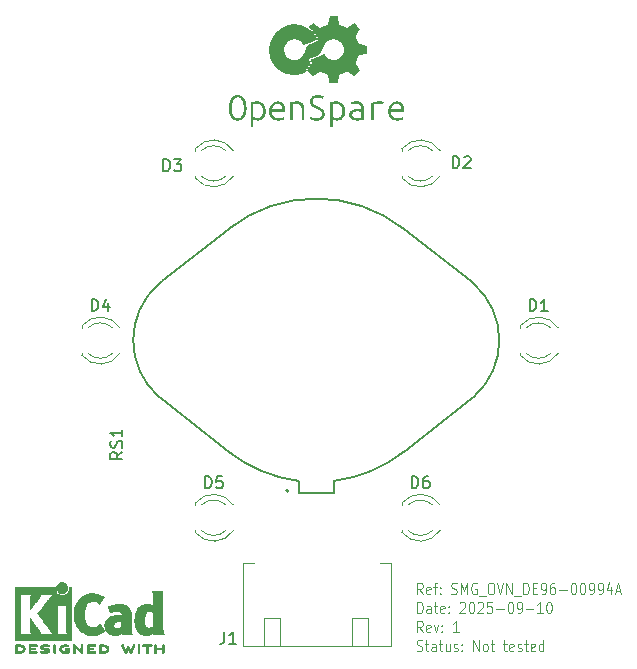
<source format=gbr>
%TF.GenerationSoftware,KiCad,Pcbnew,9.0.4-9.0.4-0~ubuntu24.04.1*%
%TF.CreationDate,2025-09-10T23:10:00+02:00*%
%TF.ProjectId,SMG_OVN_DE96-00994A,534d475f-4f56-44e5-9f44-4539362d3030,1*%
%TF.SameCoordinates,Original*%
%TF.FileFunction,Legend,Top*%
%TF.FilePolarity,Positive*%
%FSLAX46Y46*%
G04 Gerber Fmt 4.6, Leading zero omitted, Abs format (unit mm)*
G04 Created by KiCad (PCBNEW 9.0.4-9.0.4-0~ubuntu24.04.1) date 2025-09-10 23:10:00*
%MOMM*%
%LPD*%
G01*
G04 APERTURE LIST*
%ADD10C,0.100000*%
%ADD11C,0.150000*%
%ADD12C,0.120000*%
%ADD13C,0.010000*%
%ADD14C,0.127000*%
%ADD15C,0.200000*%
%ADD16C,0.000000*%
G04 APERTURE END LIST*
D10*
X163463408Y-125792587D02*
X163196741Y-125316396D01*
X163006265Y-125792587D02*
X163006265Y-124792587D01*
X163006265Y-124792587D02*
X163311027Y-124792587D01*
X163311027Y-124792587D02*
X163387217Y-124840206D01*
X163387217Y-124840206D02*
X163425312Y-124887825D01*
X163425312Y-124887825D02*
X163463408Y-124983063D01*
X163463408Y-124983063D02*
X163463408Y-125125920D01*
X163463408Y-125125920D02*
X163425312Y-125221158D01*
X163425312Y-125221158D02*
X163387217Y-125268777D01*
X163387217Y-125268777D02*
X163311027Y-125316396D01*
X163311027Y-125316396D02*
X163006265Y-125316396D01*
X164111027Y-125744968D02*
X164034836Y-125792587D01*
X164034836Y-125792587D02*
X163882455Y-125792587D01*
X163882455Y-125792587D02*
X163806265Y-125744968D01*
X163806265Y-125744968D02*
X163768169Y-125649729D01*
X163768169Y-125649729D02*
X163768169Y-125268777D01*
X163768169Y-125268777D02*
X163806265Y-125173539D01*
X163806265Y-125173539D02*
X163882455Y-125125920D01*
X163882455Y-125125920D02*
X164034836Y-125125920D01*
X164034836Y-125125920D02*
X164111027Y-125173539D01*
X164111027Y-125173539D02*
X164149122Y-125268777D01*
X164149122Y-125268777D02*
X164149122Y-125364015D01*
X164149122Y-125364015D02*
X163768169Y-125459253D01*
X164377693Y-125125920D02*
X164682455Y-125125920D01*
X164491979Y-125792587D02*
X164491979Y-124935444D01*
X164491979Y-124935444D02*
X164530074Y-124840206D01*
X164530074Y-124840206D02*
X164606264Y-124792587D01*
X164606264Y-124792587D02*
X164682455Y-124792587D01*
X164949122Y-125697348D02*
X164987217Y-125744968D01*
X164987217Y-125744968D02*
X164949122Y-125792587D01*
X164949122Y-125792587D02*
X164911026Y-125744968D01*
X164911026Y-125744968D02*
X164949122Y-125697348D01*
X164949122Y-125697348D02*
X164949122Y-125792587D01*
X164949122Y-125173539D02*
X164987217Y-125221158D01*
X164987217Y-125221158D02*
X164949122Y-125268777D01*
X164949122Y-125268777D02*
X164911026Y-125221158D01*
X164911026Y-125221158D02*
X164949122Y-125173539D01*
X164949122Y-125173539D02*
X164949122Y-125268777D01*
X165901502Y-125744968D02*
X166015788Y-125792587D01*
X166015788Y-125792587D02*
X166206264Y-125792587D01*
X166206264Y-125792587D02*
X166282455Y-125744968D01*
X166282455Y-125744968D02*
X166320550Y-125697348D01*
X166320550Y-125697348D02*
X166358645Y-125602110D01*
X166358645Y-125602110D02*
X166358645Y-125506872D01*
X166358645Y-125506872D02*
X166320550Y-125411634D01*
X166320550Y-125411634D02*
X166282455Y-125364015D01*
X166282455Y-125364015D02*
X166206264Y-125316396D01*
X166206264Y-125316396D02*
X166053883Y-125268777D01*
X166053883Y-125268777D02*
X165977693Y-125221158D01*
X165977693Y-125221158D02*
X165939598Y-125173539D01*
X165939598Y-125173539D02*
X165901502Y-125078301D01*
X165901502Y-125078301D02*
X165901502Y-124983063D01*
X165901502Y-124983063D02*
X165939598Y-124887825D01*
X165939598Y-124887825D02*
X165977693Y-124840206D01*
X165977693Y-124840206D02*
X166053883Y-124792587D01*
X166053883Y-124792587D02*
X166244360Y-124792587D01*
X166244360Y-124792587D02*
X166358645Y-124840206D01*
X166701503Y-125792587D02*
X166701503Y-124792587D01*
X166701503Y-124792587D02*
X166968169Y-125506872D01*
X166968169Y-125506872D02*
X167234836Y-124792587D01*
X167234836Y-124792587D02*
X167234836Y-125792587D01*
X168034836Y-124840206D02*
X167958646Y-124792587D01*
X167958646Y-124792587D02*
X167844360Y-124792587D01*
X167844360Y-124792587D02*
X167730074Y-124840206D01*
X167730074Y-124840206D02*
X167653884Y-124935444D01*
X167653884Y-124935444D02*
X167615789Y-125030682D01*
X167615789Y-125030682D02*
X167577693Y-125221158D01*
X167577693Y-125221158D02*
X167577693Y-125364015D01*
X167577693Y-125364015D02*
X167615789Y-125554491D01*
X167615789Y-125554491D02*
X167653884Y-125649729D01*
X167653884Y-125649729D02*
X167730074Y-125744968D01*
X167730074Y-125744968D02*
X167844360Y-125792587D01*
X167844360Y-125792587D02*
X167920551Y-125792587D01*
X167920551Y-125792587D02*
X168034836Y-125744968D01*
X168034836Y-125744968D02*
X168072932Y-125697348D01*
X168072932Y-125697348D02*
X168072932Y-125364015D01*
X168072932Y-125364015D02*
X167920551Y-125364015D01*
X168225313Y-125887825D02*
X168834836Y-125887825D01*
X169177694Y-124792587D02*
X169330075Y-124792587D01*
X169330075Y-124792587D02*
X169406265Y-124840206D01*
X169406265Y-124840206D02*
X169482456Y-124935444D01*
X169482456Y-124935444D02*
X169520551Y-125125920D01*
X169520551Y-125125920D02*
X169520551Y-125459253D01*
X169520551Y-125459253D02*
X169482456Y-125649729D01*
X169482456Y-125649729D02*
X169406265Y-125744968D01*
X169406265Y-125744968D02*
X169330075Y-125792587D01*
X169330075Y-125792587D02*
X169177694Y-125792587D01*
X169177694Y-125792587D02*
X169101503Y-125744968D01*
X169101503Y-125744968D02*
X169025313Y-125649729D01*
X169025313Y-125649729D02*
X168987217Y-125459253D01*
X168987217Y-125459253D02*
X168987217Y-125125920D01*
X168987217Y-125125920D02*
X169025313Y-124935444D01*
X169025313Y-124935444D02*
X169101503Y-124840206D01*
X169101503Y-124840206D02*
X169177694Y-124792587D01*
X169749122Y-124792587D02*
X170015789Y-125792587D01*
X170015789Y-125792587D02*
X170282455Y-124792587D01*
X170549122Y-125792587D02*
X170549122Y-124792587D01*
X170549122Y-124792587D02*
X171006265Y-125792587D01*
X171006265Y-125792587D02*
X171006265Y-124792587D01*
X171196741Y-125887825D02*
X171806264Y-125887825D01*
X171996741Y-125792587D02*
X171996741Y-124792587D01*
X171996741Y-124792587D02*
X172187217Y-124792587D01*
X172187217Y-124792587D02*
X172301503Y-124840206D01*
X172301503Y-124840206D02*
X172377693Y-124935444D01*
X172377693Y-124935444D02*
X172415788Y-125030682D01*
X172415788Y-125030682D02*
X172453884Y-125221158D01*
X172453884Y-125221158D02*
X172453884Y-125364015D01*
X172453884Y-125364015D02*
X172415788Y-125554491D01*
X172415788Y-125554491D02*
X172377693Y-125649729D01*
X172377693Y-125649729D02*
X172301503Y-125744968D01*
X172301503Y-125744968D02*
X172187217Y-125792587D01*
X172187217Y-125792587D02*
X171996741Y-125792587D01*
X172796741Y-125268777D02*
X173063407Y-125268777D01*
X173177693Y-125792587D02*
X172796741Y-125792587D01*
X172796741Y-125792587D02*
X172796741Y-124792587D01*
X172796741Y-124792587D02*
X173177693Y-124792587D01*
X173558646Y-125792587D02*
X173711027Y-125792587D01*
X173711027Y-125792587D02*
X173787217Y-125744968D01*
X173787217Y-125744968D02*
X173825313Y-125697348D01*
X173825313Y-125697348D02*
X173901503Y-125554491D01*
X173901503Y-125554491D02*
X173939598Y-125364015D01*
X173939598Y-125364015D02*
X173939598Y-124983063D01*
X173939598Y-124983063D02*
X173901503Y-124887825D01*
X173901503Y-124887825D02*
X173863408Y-124840206D01*
X173863408Y-124840206D02*
X173787217Y-124792587D01*
X173787217Y-124792587D02*
X173634836Y-124792587D01*
X173634836Y-124792587D02*
X173558646Y-124840206D01*
X173558646Y-124840206D02*
X173520551Y-124887825D01*
X173520551Y-124887825D02*
X173482455Y-124983063D01*
X173482455Y-124983063D02*
X173482455Y-125221158D01*
X173482455Y-125221158D02*
X173520551Y-125316396D01*
X173520551Y-125316396D02*
X173558646Y-125364015D01*
X173558646Y-125364015D02*
X173634836Y-125411634D01*
X173634836Y-125411634D02*
X173787217Y-125411634D01*
X173787217Y-125411634D02*
X173863408Y-125364015D01*
X173863408Y-125364015D02*
X173901503Y-125316396D01*
X173901503Y-125316396D02*
X173939598Y-125221158D01*
X174625313Y-124792587D02*
X174472932Y-124792587D01*
X174472932Y-124792587D02*
X174396741Y-124840206D01*
X174396741Y-124840206D02*
X174358646Y-124887825D01*
X174358646Y-124887825D02*
X174282456Y-125030682D01*
X174282456Y-125030682D02*
X174244360Y-125221158D01*
X174244360Y-125221158D02*
X174244360Y-125602110D01*
X174244360Y-125602110D02*
X174282456Y-125697348D01*
X174282456Y-125697348D02*
X174320551Y-125744968D01*
X174320551Y-125744968D02*
X174396741Y-125792587D01*
X174396741Y-125792587D02*
X174549122Y-125792587D01*
X174549122Y-125792587D02*
X174625313Y-125744968D01*
X174625313Y-125744968D02*
X174663408Y-125697348D01*
X174663408Y-125697348D02*
X174701503Y-125602110D01*
X174701503Y-125602110D02*
X174701503Y-125364015D01*
X174701503Y-125364015D02*
X174663408Y-125268777D01*
X174663408Y-125268777D02*
X174625313Y-125221158D01*
X174625313Y-125221158D02*
X174549122Y-125173539D01*
X174549122Y-125173539D02*
X174396741Y-125173539D01*
X174396741Y-125173539D02*
X174320551Y-125221158D01*
X174320551Y-125221158D02*
X174282456Y-125268777D01*
X174282456Y-125268777D02*
X174244360Y-125364015D01*
X175044361Y-125411634D02*
X175653885Y-125411634D01*
X176187218Y-124792587D02*
X176263408Y-124792587D01*
X176263408Y-124792587D02*
X176339599Y-124840206D01*
X176339599Y-124840206D02*
X176377694Y-124887825D01*
X176377694Y-124887825D02*
X176415789Y-124983063D01*
X176415789Y-124983063D02*
X176453884Y-125173539D01*
X176453884Y-125173539D02*
X176453884Y-125411634D01*
X176453884Y-125411634D02*
X176415789Y-125602110D01*
X176415789Y-125602110D02*
X176377694Y-125697348D01*
X176377694Y-125697348D02*
X176339599Y-125744968D01*
X176339599Y-125744968D02*
X176263408Y-125792587D01*
X176263408Y-125792587D02*
X176187218Y-125792587D01*
X176187218Y-125792587D02*
X176111027Y-125744968D01*
X176111027Y-125744968D02*
X176072932Y-125697348D01*
X176072932Y-125697348D02*
X176034837Y-125602110D01*
X176034837Y-125602110D02*
X175996741Y-125411634D01*
X175996741Y-125411634D02*
X175996741Y-125173539D01*
X175996741Y-125173539D02*
X176034837Y-124983063D01*
X176034837Y-124983063D02*
X176072932Y-124887825D01*
X176072932Y-124887825D02*
X176111027Y-124840206D01*
X176111027Y-124840206D02*
X176187218Y-124792587D01*
X176949123Y-124792587D02*
X177025313Y-124792587D01*
X177025313Y-124792587D02*
X177101504Y-124840206D01*
X177101504Y-124840206D02*
X177139599Y-124887825D01*
X177139599Y-124887825D02*
X177177694Y-124983063D01*
X177177694Y-124983063D02*
X177215789Y-125173539D01*
X177215789Y-125173539D02*
X177215789Y-125411634D01*
X177215789Y-125411634D02*
X177177694Y-125602110D01*
X177177694Y-125602110D02*
X177139599Y-125697348D01*
X177139599Y-125697348D02*
X177101504Y-125744968D01*
X177101504Y-125744968D02*
X177025313Y-125792587D01*
X177025313Y-125792587D02*
X176949123Y-125792587D01*
X176949123Y-125792587D02*
X176872932Y-125744968D01*
X176872932Y-125744968D02*
X176834837Y-125697348D01*
X176834837Y-125697348D02*
X176796742Y-125602110D01*
X176796742Y-125602110D02*
X176758646Y-125411634D01*
X176758646Y-125411634D02*
X176758646Y-125173539D01*
X176758646Y-125173539D02*
X176796742Y-124983063D01*
X176796742Y-124983063D02*
X176834837Y-124887825D01*
X176834837Y-124887825D02*
X176872932Y-124840206D01*
X176872932Y-124840206D02*
X176949123Y-124792587D01*
X177596742Y-125792587D02*
X177749123Y-125792587D01*
X177749123Y-125792587D02*
X177825313Y-125744968D01*
X177825313Y-125744968D02*
X177863409Y-125697348D01*
X177863409Y-125697348D02*
X177939599Y-125554491D01*
X177939599Y-125554491D02*
X177977694Y-125364015D01*
X177977694Y-125364015D02*
X177977694Y-124983063D01*
X177977694Y-124983063D02*
X177939599Y-124887825D01*
X177939599Y-124887825D02*
X177901504Y-124840206D01*
X177901504Y-124840206D02*
X177825313Y-124792587D01*
X177825313Y-124792587D02*
X177672932Y-124792587D01*
X177672932Y-124792587D02*
X177596742Y-124840206D01*
X177596742Y-124840206D02*
X177558647Y-124887825D01*
X177558647Y-124887825D02*
X177520551Y-124983063D01*
X177520551Y-124983063D02*
X177520551Y-125221158D01*
X177520551Y-125221158D02*
X177558647Y-125316396D01*
X177558647Y-125316396D02*
X177596742Y-125364015D01*
X177596742Y-125364015D02*
X177672932Y-125411634D01*
X177672932Y-125411634D02*
X177825313Y-125411634D01*
X177825313Y-125411634D02*
X177901504Y-125364015D01*
X177901504Y-125364015D02*
X177939599Y-125316396D01*
X177939599Y-125316396D02*
X177977694Y-125221158D01*
X178358647Y-125792587D02*
X178511028Y-125792587D01*
X178511028Y-125792587D02*
X178587218Y-125744968D01*
X178587218Y-125744968D02*
X178625314Y-125697348D01*
X178625314Y-125697348D02*
X178701504Y-125554491D01*
X178701504Y-125554491D02*
X178739599Y-125364015D01*
X178739599Y-125364015D02*
X178739599Y-124983063D01*
X178739599Y-124983063D02*
X178701504Y-124887825D01*
X178701504Y-124887825D02*
X178663409Y-124840206D01*
X178663409Y-124840206D02*
X178587218Y-124792587D01*
X178587218Y-124792587D02*
X178434837Y-124792587D01*
X178434837Y-124792587D02*
X178358647Y-124840206D01*
X178358647Y-124840206D02*
X178320552Y-124887825D01*
X178320552Y-124887825D02*
X178282456Y-124983063D01*
X178282456Y-124983063D02*
X178282456Y-125221158D01*
X178282456Y-125221158D02*
X178320552Y-125316396D01*
X178320552Y-125316396D02*
X178358647Y-125364015D01*
X178358647Y-125364015D02*
X178434837Y-125411634D01*
X178434837Y-125411634D02*
X178587218Y-125411634D01*
X178587218Y-125411634D02*
X178663409Y-125364015D01*
X178663409Y-125364015D02*
X178701504Y-125316396D01*
X178701504Y-125316396D02*
X178739599Y-125221158D01*
X179425314Y-125125920D02*
X179425314Y-125792587D01*
X179234838Y-124744968D02*
X179044361Y-125459253D01*
X179044361Y-125459253D02*
X179539600Y-125459253D01*
X179806266Y-125506872D02*
X180187219Y-125506872D01*
X179730076Y-125792587D02*
X179996743Y-124792587D01*
X179996743Y-124792587D02*
X180263409Y-125792587D01*
X163006265Y-127402531D02*
X163006265Y-126402531D01*
X163006265Y-126402531D02*
X163196741Y-126402531D01*
X163196741Y-126402531D02*
X163311027Y-126450150D01*
X163311027Y-126450150D02*
X163387217Y-126545388D01*
X163387217Y-126545388D02*
X163425312Y-126640626D01*
X163425312Y-126640626D02*
X163463408Y-126831102D01*
X163463408Y-126831102D02*
X163463408Y-126973959D01*
X163463408Y-126973959D02*
X163425312Y-127164435D01*
X163425312Y-127164435D02*
X163387217Y-127259673D01*
X163387217Y-127259673D02*
X163311027Y-127354912D01*
X163311027Y-127354912D02*
X163196741Y-127402531D01*
X163196741Y-127402531D02*
X163006265Y-127402531D01*
X164149122Y-127402531D02*
X164149122Y-126878721D01*
X164149122Y-126878721D02*
X164111027Y-126783483D01*
X164111027Y-126783483D02*
X164034836Y-126735864D01*
X164034836Y-126735864D02*
X163882455Y-126735864D01*
X163882455Y-126735864D02*
X163806265Y-126783483D01*
X164149122Y-127354912D02*
X164072931Y-127402531D01*
X164072931Y-127402531D02*
X163882455Y-127402531D01*
X163882455Y-127402531D02*
X163806265Y-127354912D01*
X163806265Y-127354912D02*
X163768169Y-127259673D01*
X163768169Y-127259673D02*
X163768169Y-127164435D01*
X163768169Y-127164435D02*
X163806265Y-127069197D01*
X163806265Y-127069197D02*
X163882455Y-127021578D01*
X163882455Y-127021578D02*
X164072931Y-127021578D01*
X164072931Y-127021578D02*
X164149122Y-126973959D01*
X164415789Y-126735864D02*
X164720551Y-126735864D01*
X164530075Y-126402531D02*
X164530075Y-127259673D01*
X164530075Y-127259673D02*
X164568170Y-127354912D01*
X164568170Y-127354912D02*
X164644360Y-127402531D01*
X164644360Y-127402531D02*
X164720551Y-127402531D01*
X165291980Y-127354912D02*
X165215789Y-127402531D01*
X165215789Y-127402531D02*
X165063408Y-127402531D01*
X165063408Y-127402531D02*
X164987218Y-127354912D01*
X164987218Y-127354912D02*
X164949122Y-127259673D01*
X164949122Y-127259673D02*
X164949122Y-126878721D01*
X164949122Y-126878721D02*
X164987218Y-126783483D01*
X164987218Y-126783483D02*
X165063408Y-126735864D01*
X165063408Y-126735864D02*
X165215789Y-126735864D01*
X165215789Y-126735864D02*
X165291980Y-126783483D01*
X165291980Y-126783483D02*
X165330075Y-126878721D01*
X165330075Y-126878721D02*
X165330075Y-126973959D01*
X165330075Y-126973959D02*
X164949122Y-127069197D01*
X165672932Y-127307292D02*
X165711027Y-127354912D01*
X165711027Y-127354912D02*
X165672932Y-127402531D01*
X165672932Y-127402531D02*
X165634836Y-127354912D01*
X165634836Y-127354912D02*
X165672932Y-127307292D01*
X165672932Y-127307292D02*
X165672932Y-127402531D01*
X165672932Y-126783483D02*
X165711027Y-126831102D01*
X165711027Y-126831102D02*
X165672932Y-126878721D01*
X165672932Y-126878721D02*
X165634836Y-126831102D01*
X165634836Y-126831102D02*
X165672932Y-126783483D01*
X165672932Y-126783483D02*
X165672932Y-126878721D01*
X166625312Y-126497769D02*
X166663408Y-126450150D01*
X166663408Y-126450150D02*
X166739598Y-126402531D01*
X166739598Y-126402531D02*
X166930074Y-126402531D01*
X166930074Y-126402531D02*
X167006265Y-126450150D01*
X167006265Y-126450150D02*
X167044360Y-126497769D01*
X167044360Y-126497769D02*
X167082455Y-126593007D01*
X167082455Y-126593007D02*
X167082455Y-126688245D01*
X167082455Y-126688245D02*
X167044360Y-126831102D01*
X167044360Y-126831102D02*
X166587217Y-127402531D01*
X166587217Y-127402531D02*
X167082455Y-127402531D01*
X167577694Y-126402531D02*
X167653884Y-126402531D01*
X167653884Y-126402531D02*
X167730075Y-126450150D01*
X167730075Y-126450150D02*
X167768170Y-126497769D01*
X167768170Y-126497769D02*
X167806265Y-126593007D01*
X167806265Y-126593007D02*
X167844360Y-126783483D01*
X167844360Y-126783483D02*
X167844360Y-127021578D01*
X167844360Y-127021578D02*
X167806265Y-127212054D01*
X167806265Y-127212054D02*
X167768170Y-127307292D01*
X167768170Y-127307292D02*
X167730075Y-127354912D01*
X167730075Y-127354912D02*
X167653884Y-127402531D01*
X167653884Y-127402531D02*
X167577694Y-127402531D01*
X167577694Y-127402531D02*
X167501503Y-127354912D01*
X167501503Y-127354912D02*
X167463408Y-127307292D01*
X167463408Y-127307292D02*
X167425313Y-127212054D01*
X167425313Y-127212054D02*
X167387217Y-127021578D01*
X167387217Y-127021578D02*
X167387217Y-126783483D01*
X167387217Y-126783483D02*
X167425313Y-126593007D01*
X167425313Y-126593007D02*
X167463408Y-126497769D01*
X167463408Y-126497769D02*
X167501503Y-126450150D01*
X167501503Y-126450150D02*
X167577694Y-126402531D01*
X168149122Y-126497769D02*
X168187218Y-126450150D01*
X168187218Y-126450150D02*
X168263408Y-126402531D01*
X168263408Y-126402531D02*
X168453884Y-126402531D01*
X168453884Y-126402531D02*
X168530075Y-126450150D01*
X168530075Y-126450150D02*
X168568170Y-126497769D01*
X168568170Y-126497769D02*
X168606265Y-126593007D01*
X168606265Y-126593007D02*
X168606265Y-126688245D01*
X168606265Y-126688245D02*
X168568170Y-126831102D01*
X168568170Y-126831102D02*
X168111027Y-127402531D01*
X168111027Y-127402531D02*
X168606265Y-127402531D01*
X169330075Y-126402531D02*
X168949123Y-126402531D01*
X168949123Y-126402531D02*
X168911027Y-126878721D01*
X168911027Y-126878721D02*
X168949123Y-126831102D01*
X168949123Y-126831102D02*
X169025313Y-126783483D01*
X169025313Y-126783483D02*
X169215789Y-126783483D01*
X169215789Y-126783483D02*
X169291980Y-126831102D01*
X169291980Y-126831102D02*
X169330075Y-126878721D01*
X169330075Y-126878721D02*
X169368170Y-126973959D01*
X169368170Y-126973959D02*
X169368170Y-127212054D01*
X169368170Y-127212054D02*
X169330075Y-127307292D01*
X169330075Y-127307292D02*
X169291980Y-127354912D01*
X169291980Y-127354912D02*
X169215789Y-127402531D01*
X169215789Y-127402531D02*
X169025313Y-127402531D01*
X169025313Y-127402531D02*
X168949123Y-127354912D01*
X168949123Y-127354912D02*
X168911027Y-127307292D01*
X169711028Y-127021578D02*
X170320552Y-127021578D01*
X170853885Y-126402531D02*
X170930075Y-126402531D01*
X170930075Y-126402531D02*
X171006266Y-126450150D01*
X171006266Y-126450150D02*
X171044361Y-126497769D01*
X171044361Y-126497769D02*
X171082456Y-126593007D01*
X171082456Y-126593007D02*
X171120551Y-126783483D01*
X171120551Y-126783483D02*
X171120551Y-127021578D01*
X171120551Y-127021578D02*
X171082456Y-127212054D01*
X171082456Y-127212054D02*
X171044361Y-127307292D01*
X171044361Y-127307292D02*
X171006266Y-127354912D01*
X171006266Y-127354912D02*
X170930075Y-127402531D01*
X170930075Y-127402531D02*
X170853885Y-127402531D01*
X170853885Y-127402531D02*
X170777694Y-127354912D01*
X170777694Y-127354912D02*
X170739599Y-127307292D01*
X170739599Y-127307292D02*
X170701504Y-127212054D01*
X170701504Y-127212054D02*
X170663408Y-127021578D01*
X170663408Y-127021578D02*
X170663408Y-126783483D01*
X170663408Y-126783483D02*
X170701504Y-126593007D01*
X170701504Y-126593007D02*
X170739599Y-126497769D01*
X170739599Y-126497769D02*
X170777694Y-126450150D01*
X170777694Y-126450150D02*
X170853885Y-126402531D01*
X171501504Y-127402531D02*
X171653885Y-127402531D01*
X171653885Y-127402531D02*
X171730075Y-127354912D01*
X171730075Y-127354912D02*
X171768171Y-127307292D01*
X171768171Y-127307292D02*
X171844361Y-127164435D01*
X171844361Y-127164435D02*
X171882456Y-126973959D01*
X171882456Y-126973959D02*
X171882456Y-126593007D01*
X171882456Y-126593007D02*
X171844361Y-126497769D01*
X171844361Y-126497769D02*
X171806266Y-126450150D01*
X171806266Y-126450150D02*
X171730075Y-126402531D01*
X171730075Y-126402531D02*
X171577694Y-126402531D01*
X171577694Y-126402531D02*
X171501504Y-126450150D01*
X171501504Y-126450150D02*
X171463409Y-126497769D01*
X171463409Y-126497769D02*
X171425313Y-126593007D01*
X171425313Y-126593007D02*
X171425313Y-126831102D01*
X171425313Y-126831102D02*
X171463409Y-126926340D01*
X171463409Y-126926340D02*
X171501504Y-126973959D01*
X171501504Y-126973959D02*
X171577694Y-127021578D01*
X171577694Y-127021578D02*
X171730075Y-127021578D01*
X171730075Y-127021578D02*
X171806266Y-126973959D01*
X171806266Y-126973959D02*
X171844361Y-126926340D01*
X171844361Y-126926340D02*
X171882456Y-126831102D01*
X172225314Y-127021578D02*
X172834838Y-127021578D01*
X173634837Y-127402531D02*
X173177694Y-127402531D01*
X173406266Y-127402531D02*
X173406266Y-126402531D01*
X173406266Y-126402531D02*
X173330075Y-126545388D01*
X173330075Y-126545388D02*
X173253885Y-126640626D01*
X173253885Y-126640626D02*
X173177694Y-126688245D01*
X174130076Y-126402531D02*
X174206266Y-126402531D01*
X174206266Y-126402531D02*
X174282457Y-126450150D01*
X174282457Y-126450150D02*
X174320552Y-126497769D01*
X174320552Y-126497769D02*
X174358647Y-126593007D01*
X174358647Y-126593007D02*
X174396742Y-126783483D01*
X174396742Y-126783483D02*
X174396742Y-127021578D01*
X174396742Y-127021578D02*
X174358647Y-127212054D01*
X174358647Y-127212054D02*
X174320552Y-127307292D01*
X174320552Y-127307292D02*
X174282457Y-127354912D01*
X174282457Y-127354912D02*
X174206266Y-127402531D01*
X174206266Y-127402531D02*
X174130076Y-127402531D01*
X174130076Y-127402531D02*
X174053885Y-127354912D01*
X174053885Y-127354912D02*
X174015790Y-127307292D01*
X174015790Y-127307292D02*
X173977695Y-127212054D01*
X173977695Y-127212054D02*
X173939599Y-127021578D01*
X173939599Y-127021578D02*
X173939599Y-126783483D01*
X173939599Y-126783483D02*
X173977695Y-126593007D01*
X173977695Y-126593007D02*
X174015790Y-126497769D01*
X174015790Y-126497769D02*
X174053885Y-126450150D01*
X174053885Y-126450150D02*
X174130076Y-126402531D01*
X163463408Y-129012475D02*
X163196741Y-128536284D01*
X163006265Y-129012475D02*
X163006265Y-128012475D01*
X163006265Y-128012475D02*
X163311027Y-128012475D01*
X163311027Y-128012475D02*
X163387217Y-128060094D01*
X163387217Y-128060094D02*
X163425312Y-128107713D01*
X163425312Y-128107713D02*
X163463408Y-128202951D01*
X163463408Y-128202951D02*
X163463408Y-128345808D01*
X163463408Y-128345808D02*
X163425312Y-128441046D01*
X163425312Y-128441046D02*
X163387217Y-128488665D01*
X163387217Y-128488665D02*
X163311027Y-128536284D01*
X163311027Y-128536284D02*
X163006265Y-128536284D01*
X164111027Y-128964856D02*
X164034836Y-129012475D01*
X164034836Y-129012475D02*
X163882455Y-129012475D01*
X163882455Y-129012475D02*
X163806265Y-128964856D01*
X163806265Y-128964856D02*
X163768169Y-128869617D01*
X163768169Y-128869617D02*
X163768169Y-128488665D01*
X163768169Y-128488665D02*
X163806265Y-128393427D01*
X163806265Y-128393427D02*
X163882455Y-128345808D01*
X163882455Y-128345808D02*
X164034836Y-128345808D01*
X164034836Y-128345808D02*
X164111027Y-128393427D01*
X164111027Y-128393427D02*
X164149122Y-128488665D01*
X164149122Y-128488665D02*
X164149122Y-128583903D01*
X164149122Y-128583903D02*
X163768169Y-128679141D01*
X164415788Y-128345808D02*
X164606264Y-129012475D01*
X164606264Y-129012475D02*
X164796741Y-128345808D01*
X165101503Y-128917236D02*
X165139598Y-128964856D01*
X165139598Y-128964856D02*
X165101503Y-129012475D01*
X165101503Y-129012475D02*
X165063407Y-128964856D01*
X165063407Y-128964856D02*
X165101503Y-128917236D01*
X165101503Y-128917236D02*
X165101503Y-129012475D01*
X165101503Y-128393427D02*
X165139598Y-128441046D01*
X165139598Y-128441046D02*
X165101503Y-128488665D01*
X165101503Y-128488665D02*
X165063407Y-128441046D01*
X165063407Y-128441046D02*
X165101503Y-128393427D01*
X165101503Y-128393427D02*
X165101503Y-128488665D01*
X166511026Y-129012475D02*
X166053883Y-129012475D01*
X166282455Y-129012475D02*
X166282455Y-128012475D01*
X166282455Y-128012475D02*
X166206264Y-128155332D01*
X166206264Y-128155332D02*
X166130074Y-128250570D01*
X166130074Y-128250570D02*
X166053883Y-128298189D01*
X162968169Y-130574800D02*
X163082455Y-130622419D01*
X163082455Y-130622419D02*
X163272931Y-130622419D01*
X163272931Y-130622419D02*
X163349122Y-130574800D01*
X163349122Y-130574800D02*
X163387217Y-130527180D01*
X163387217Y-130527180D02*
X163425312Y-130431942D01*
X163425312Y-130431942D02*
X163425312Y-130336704D01*
X163425312Y-130336704D02*
X163387217Y-130241466D01*
X163387217Y-130241466D02*
X163349122Y-130193847D01*
X163349122Y-130193847D02*
X163272931Y-130146228D01*
X163272931Y-130146228D02*
X163120550Y-130098609D01*
X163120550Y-130098609D02*
X163044360Y-130050990D01*
X163044360Y-130050990D02*
X163006265Y-130003371D01*
X163006265Y-130003371D02*
X162968169Y-129908133D01*
X162968169Y-129908133D02*
X162968169Y-129812895D01*
X162968169Y-129812895D02*
X163006265Y-129717657D01*
X163006265Y-129717657D02*
X163044360Y-129670038D01*
X163044360Y-129670038D02*
X163120550Y-129622419D01*
X163120550Y-129622419D02*
X163311027Y-129622419D01*
X163311027Y-129622419D02*
X163425312Y-129670038D01*
X163653884Y-129955752D02*
X163958646Y-129955752D01*
X163768170Y-129622419D02*
X163768170Y-130479561D01*
X163768170Y-130479561D02*
X163806265Y-130574800D01*
X163806265Y-130574800D02*
X163882455Y-130622419D01*
X163882455Y-130622419D02*
X163958646Y-130622419D01*
X164568170Y-130622419D02*
X164568170Y-130098609D01*
X164568170Y-130098609D02*
X164530075Y-130003371D01*
X164530075Y-130003371D02*
X164453884Y-129955752D01*
X164453884Y-129955752D02*
X164301503Y-129955752D01*
X164301503Y-129955752D02*
X164225313Y-130003371D01*
X164568170Y-130574800D02*
X164491979Y-130622419D01*
X164491979Y-130622419D02*
X164301503Y-130622419D01*
X164301503Y-130622419D02*
X164225313Y-130574800D01*
X164225313Y-130574800D02*
X164187217Y-130479561D01*
X164187217Y-130479561D02*
X164187217Y-130384323D01*
X164187217Y-130384323D02*
X164225313Y-130289085D01*
X164225313Y-130289085D02*
X164301503Y-130241466D01*
X164301503Y-130241466D02*
X164491979Y-130241466D01*
X164491979Y-130241466D02*
X164568170Y-130193847D01*
X164834837Y-129955752D02*
X165139599Y-129955752D01*
X164949123Y-129622419D02*
X164949123Y-130479561D01*
X164949123Y-130479561D02*
X164987218Y-130574800D01*
X164987218Y-130574800D02*
X165063408Y-130622419D01*
X165063408Y-130622419D02*
X165139599Y-130622419D01*
X165749123Y-129955752D02*
X165749123Y-130622419D01*
X165406266Y-129955752D02*
X165406266Y-130479561D01*
X165406266Y-130479561D02*
X165444361Y-130574800D01*
X165444361Y-130574800D02*
X165520551Y-130622419D01*
X165520551Y-130622419D02*
X165634837Y-130622419D01*
X165634837Y-130622419D02*
X165711028Y-130574800D01*
X165711028Y-130574800D02*
X165749123Y-130527180D01*
X166091980Y-130574800D02*
X166168171Y-130622419D01*
X166168171Y-130622419D02*
X166320552Y-130622419D01*
X166320552Y-130622419D02*
X166396742Y-130574800D01*
X166396742Y-130574800D02*
X166434838Y-130479561D01*
X166434838Y-130479561D02*
X166434838Y-130431942D01*
X166434838Y-130431942D02*
X166396742Y-130336704D01*
X166396742Y-130336704D02*
X166320552Y-130289085D01*
X166320552Y-130289085D02*
X166206266Y-130289085D01*
X166206266Y-130289085D02*
X166130076Y-130241466D01*
X166130076Y-130241466D02*
X166091980Y-130146228D01*
X166091980Y-130146228D02*
X166091980Y-130098609D01*
X166091980Y-130098609D02*
X166130076Y-130003371D01*
X166130076Y-130003371D02*
X166206266Y-129955752D01*
X166206266Y-129955752D02*
X166320552Y-129955752D01*
X166320552Y-129955752D02*
X166396742Y-130003371D01*
X166777695Y-130527180D02*
X166815790Y-130574800D01*
X166815790Y-130574800D02*
X166777695Y-130622419D01*
X166777695Y-130622419D02*
X166739599Y-130574800D01*
X166739599Y-130574800D02*
X166777695Y-130527180D01*
X166777695Y-130527180D02*
X166777695Y-130622419D01*
X166777695Y-130003371D02*
X166815790Y-130050990D01*
X166815790Y-130050990D02*
X166777695Y-130098609D01*
X166777695Y-130098609D02*
X166739599Y-130050990D01*
X166739599Y-130050990D02*
X166777695Y-130003371D01*
X166777695Y-130003371D02*
X166777695Y-130098609D01*
X167768171Y-130622419D02*
X167768171Y-129622419D01*
X167768171Y-129622419D02*
X168225314Y-130622419D01*
X168225314Y-130622419D02*
X168225314Y-129622419D01*
X168720551Y-130622419D02*
X168644361Y-130574800D01*
X168644361Y-130574800D02*
X168606266Y-130527180D01*
X168606266Y-130527180D02*
X168568170Y-130431942D01*
X168568170Y-130431942D02*
X168568170Y-130146228D01*
X168568170Y-130146228D02*
X168606266Y-130050990D01*
X168606266Y-130050990D02*
X168644361Y-130003371D01*
X168644361Y-130003371D02*
X168720551Y-129955752D01*
X168720551Y-129955752D02*
X168834837Y-129955752D01*
X168834837Y-129955752D02*
X168911028Y-130003371D01*
X168911028Y-130003371D02*
X168949123Y-130050990D01*
X168949123Y-130050990D02*
X168987218Y-130146228D01*
X168987218Y-130146228D02*
X168987218Y-130431942D01*
X168987218Y-130431942D02*
X168949123Y-130527180D01*
X168949123Y-130527180D02*
X168911028Y-130574800D01*
X168911028Y-130574800D02*
X168834837Y-130622419D01*
X168834837Y-130622419D02*
X168720551Y-130622419D01*
X169215790Y-129955752D02*
X169520552Y-129955752D01*
X169330076Y-129622419D02*
X169330076Y-130479561D01*
X169330076Y-130479561D02*
X169368171Y-130574800D01*
X169368171Y-130574800D02*
X169444361Y-130622419D01*
X169444361Y-130622419D02*
X169520552Y-130622419D01*
X170282457Y-129955752D02*
X170587219Y-129955752D01*
X170396743Y-129622419D02*
X170396743Y-130479561D01*
X170396743Y-130479561D02*
X170434838Y-130574800D01*
X170434838Y-130574800D02*
X170511028Y-130622419D01*
X170511028Y-130622419D02*
X170587219Y-130622419D01*
X171158648Y-130574800D02*
X171082457Y-130622419D01*
X171082457Y-130622419D02*
X170930076Y-130622419D01*
X170930076Y-130622419D02*
X170853886Y-130574800D01*
X170853886Y-130574800D02*
X170815790Y-130479561D01*
X170815790Y-130479561D02*
X170815790Y-130098609D01*
X170815790Y-130098609D02*
X170853886Y-130003371D01*
X170853886Y-130003371D02*
X170930076Y-129955752D01*
X170930076Y-129955752D02*
X171082457Y-129955752D01*
X171082457Y-129955752D02*
X171158648Y-130003371D01*
X171158648Y-130003371D02*
X171196743Y-130098609D01*
X171196743Y-130098609D02*
X171196743Y-130193847D01*
X171196743Y-130193847D02*
X170815790Y-130289085D01*
X171501504Y-130574800D02*
X171577695Y-130622419D01*
X171577695Y-130622419D02*
X171730076Y-130622419D01*
X171730076Y-130622419D02*
X171806266Y-130574800D01*
X171806266Y-130574800D02*
X171844362Y-130479561D01*
X171844362Y-130479561D02*
X171844362Y-130431942D01*
X171844362Y-130431942D02*
X171806266Y-130336704D01*
X171806266Y-130336704D02*
X171730076Y-130289085D01*
X171730076Y-130289085D02*
X171615790Y-130289085D01*
X171615790Y-130289085D02*
X171539600Y-130241466D01*
X171539600Y-130241466D02*
X171501504Y-130146228D01*
X171501504Y-130146228D02*
X171501504Y-130098609D01*
X171501504Y-130098609D02*
X171539600Y-130003371D01*
X171539600Y-130003371D02*
X171615790Y-129955752D01*
X171615790Y-129955752D02*
X171730076Y-129955752D01*
X171730076Y-129955752D02*
X171806266Y-130003371D01*
X172072933Y-129955752D02*
X172377695Y-129955752D01*
X172187219Y-129622419D02*
X172187219Y-130479561D01*
X172187219Y-130479561D02*
X172225314Y-130574800D01*
X172225314Y-130574800D02*
X172301504Y-130622419D01*
X172301504Y-130622419D02*
X172377695Y-130622419D01*
X172949124Y-130574800D02*
X172872933Y-130622419D01*
X172872933Y-130622419D02*
X172720552Y-130622419D01*
X172720552Y-130622419D02*
X172644362Y-130574800D01*
X172644362Y-130574800D02*
X172606266Y-130479561D01*
X172606266Y-130479561D02*
X172606266Y-130098609D01*
X172606266Y-130098609D02*
X172644362Y-130003371D01*
X172644362Y-130003371D02*
X172720552Y-129955752D01*
X172720552Y-129955752D02*
X172872933Y-129955752D01*
X172872933Y-129955752D02*
X172949124Y-130003371D01*
X172949124Y-130003371D02*
X172987219Y-130098609D01*
X172987219Y-130098609D02*
X172987219Y-130193847D01*
X172987219Y-130193847D02*
X172606266Y-130289085D01*
X173672933Y-130622419D02*
X173672933Y-129622419D01*
X173672933Y-130574800D02*
X173596742Y-130622419D01*
X173596742Y-130622419D02*
X173444361Y-130622419D01*
X173444361Y-130622419D02*
X173368171Y-130574800D01*
X173368171Y-130574800D02*
X173330076Y-130527180D01*
X173330076Y-130527180D02*
X173291980Y-130431942D01*
X173291980Y-130431942D02*
X173291980Y-130146228D01*
X173291980Y-130146228D02*
X173330076Y-130050990D01*
X173330076Y-130050990D02*
X173368171Y-130003371D01*
X173368171Y-130003371D02*
X173444361Y-129955752D01*
X173444361Y-129955752D02*
X173596742Y-129955752D01*
X173596742Y-129955752D02*
X173672933Y-130003371D01*
D11*
X146666666Y-128954819D02*
X146666666Y-129669104D01*
X146666666Y-129669104D02*
X146619047Y-129811961D01*
X146619047Y-129811961D02*
X146523809Y-129907200D01*
X146523809Y-129907200D02*
X146380952Y-129954819D01*
X146380952Y-129954819D02*
X146285714Y-129954819D01*
X147666666Y-129954819D02*
X147095238Y-129954819D01*
X147380952Y-129954819D02*
X147380952Y-128954819D01*
X147380952Y-128954819D02*
X147285714Y-129097676D01*
X147285714Y-129097676D02*
X147190476Y-129192914D01*
X147190476Y-129192914D02*
X147095238Y-129240533D01*
X135431905Y-101794819D02*
X135431905Y-100794819D01*
X135431905Y-100794819D02*
X135670000Y-100794819D01*
X135670000Y-100794819D02*
X135812857Y-100842438D01*
X135812857Y-100842438D02*
X135908095Y-100937676D01*
X135908095Y-100937676D02*
X135955714Y-101032914D01*
X135955714Y-101032914D02*
X136003333Y-101223390D01*
X136003333Y-101223390D02*
X136003333Y-101366247D01*
X136003333Y-101366247D02*
X135955714Y-101556723D01*
X135955714Y-101556723D02*
X135908095Y-101651961D01*
X135908095Y-101651961D02*
X135812857Y-101747200D01*
X135812857Y-101747200D02*
X135670000Y-101794819D01*
X135670000Y-101794819D02*
X135431905Y-101794819D01*
X136860476Y-101128152D02*
X136860476Y-101794819D01*
X136622381Y-100747200D02*
X136384286Y-101461485D01*
X136384286Y-101461485D02*
X137003333Y-101461485D01*
X141511905Y-89954819D02*
X141511905Y-88954819D01*
X141511905Y-88954819D02*
X141750000Y-88954819D01*
X141750000Y-88954819D02*
X141892857Y-89002438D01*
X141892857Y-89002438D02*
X141988095Y-89097676D01*
X141988095Y-89097676D02*
X142035714Y-89192914D01*
X142035714Y-89192914D02*
X142083333Y-89383390D01*
X142083333Y-89383390D02*
X142083333Y-89526247D01*
X142083333Y-89526247D02*
X142035714Y-89716723D01*
X142035714Y-89716723D02*
X141988095Y-89811961D01*
X141988095Y-89811961D02*
X141892857Y-89907200D01*
X141892857Y-89907200D02*
X141750000Y-89954819D01*
X141750000Y-89954819D02*
X141511905Y-89954819D01*
X142416667Y-88954819D02*
X143035714Y-88954819D01*
X143035714Y-88954819D02*
X142702381Y-89335771D01*
X142702381Y-89335771D02*
X142845238Y-89335771D01*
X142845238Y-89335771D02*
X142940476Y-89383390D01*
X142940476Y-89383390D02*
X142988095Y-89431009D01*
X142988095Y-89431009D02*
X143035714Y-89526247D01*
X143035714Y-89526247D02*
X143035714Y-89764342D01*
X143035714Y-89764342D02*
X142988095Y-89859580D01*
X142988095Y-89859580D02*
X142940476Y-89907200D01*
X142940476Y-89907200D02*
X142845238Y-89954819D01*
X142845238Y-89954819D02*
X142559524Y-89954819D01*
X142559524Y-89954819D02*
X142464286Y-89907200D01*
X142464286Y-89907200D02*
X142416667Y-89859580D01*
X172531905Y-101794819D02*
X172531905Y-100794819D01*
X172531905Y-100794819D02*
X172770000Y-100794819D01*
X172770000Y-100794819D02*
X172912857Y-100842438D01*
X172912857Y-100842438D02*
X173008095Y-100937676D01*
X173008095Y-100937676D02*
X173055714Y-101032914D01*
X173055714Y-101032914D02*
X173103333Y-101223390D01*
X173103333Y-101223390D02*
X173103333Y-101366247D01*
X173103333Y-101366247D02*
X173055714Y-101556723D01*
X173055714Y-101556723D02*
X173008095Y-101651961D01*
X173008095Y-101651961D02*
X172912857Y-101747200D01*
X172912857Y-101747200D02*
X172770000Y-101794819D01*
X172770000Y-101794819D02*
X172531905Y-101794819D01*
X174055714Y-101794819D02*
X173484286Y-101794819D01*
X173770000Y-101794819D02*
X173770000Y-100794819D01*
X173770000Y-100794819D02*
X173674762Y-100937676D01*
X173674762Y-100937676D02*
X173579524Y-101032914D01*
X173579524Y-101032914D02*
X173484286Y-101080533D01*
X145031905Y-116794819D02*
X145031905Y-115794819D01*
X145031905Y-115794819D02*
X145270000Y-115794819D01*
X145270000Y-115794819D02*
X145412857Y-115842438D01*
X145412857Y-115842438D02*
X145508095Y-115937676D01*
X145508095Y-115937676D02*
X145555714Y-116032914D01*
X145555714Y-116032914D02*
X145603333Y-116223390D01*
X145603333Y-116223390D02*
X145603333Y-116366247D01*
X145603333Y-116366247D02*
X145555714Y-116556723D01*
X145555714Y-116556723D02*
X145508095Y-116651961D01*
X145508095Y-116651961D02*
X145412857Y-116747200D01*
X145412857Y-116747200D02*
X145270000Y-116794819D01*
X145270000Y-116794819D02*
X145031905Y-116794819D01*
X146508095Y-115794819D02*
X146031905Y-115794819D01*
X146031905Y-115794819D02*
X145984286Y-116271009D01*
X145984286Y-116271009D02*
X146031905Y-116223390D01*
X146031905Y-116223390D02*
X146127143Y-116175771D01*
X146127143Y-116175771D02*
X146365238Y-116175771D01*
X146365238Y-116175771D02*
X146460476Y-116223390D01*
X146460476Y-116223390D02*
X146508095Y-116271009D01*
X146508095Y-116271009D02*
X146555714Y-116366247D01*
X146555714Y-116366247D02*
X146555714Y-116604342D01*
X146555714Y-116604342D02*
X146508095Y-116699580D01*
X146508095Y-116699580D02*
X146460476Y-116747200D01*
X146460476Y-116747200D02*
X146365238Y-116794819D01*
X146365238Y-116794819D02*
X146127143Y-116794819D01*
X146127143Y-116794819D02*
X146031905Y-116747200D01*
X146031905Y-116747200D02*
X145984286Y-116699580D01*
X162531905Y-116794819D02*
X162531905Y-115794819D01*
X162531905Y-115794819D02*
X162770000Y-115794819D01*
X162770000Y-115794819D02*
X162912857Y-115842438D01*
X162912857Y-115842438D02*
X163008095Y-115937676D01*
X163008095Y-115937676D02*
X163055714Y-116032914D01*
X163055714Y-116032914D02*
X163103333Y-116223390D01*
X163103333Y-116223390D02*
X163103333Y-116366247D01*
X163103333Y-116366247D02*
X163055714Y-116556723D01*
X163055714Y-116556723D02*
X163008095Y-116651961D01*
X163008095Y-116651961D02*
X162912857Y-116747200D01*
X162912857Y-116747200D02*
X162770000Y-116794819D01*
X162770000Y-116794819D02*
X162531905Y-116794819D01*
X163960476Y-115794819D02*
X163770000Y-115794819D01*
X163770000Y-115794819D02*
X163674762Y-115842438D01*
X163674762Y-115842438D02*
X163627143Y-115890057D01*
X163627143Y-115890057D02*
X163531905Y-116032914D01*
X163531905Y-116032914D02*
X163484286Y-116223390D01*
X163484286Y-116223390D02*
X163484286Y-116604342D01*
X163484286Y-116604342D02*
X163531905Y-116699580D01*
X163531905Y-116699580D02*
X163579524Y-116747200D01*
X163579524Y-116747200D02*
X163674762Y-116794819D01*
X163674762Y-116794819D02*
X163865238Y-116794819D01*
X163865238Y-116794819D02*
X163960476Y-116747200D01*
X163960476Y-116747200D02*
X164008095Y-116699580D01*
X164008095Y-116699580D02*
X164055714Y-116604342D01*
X164055714Y-116604342D02*
X164055714Y-116366247D01*
X164055714Y-116366247D02*
X164008095Y-116271009D01*
X164008095Y-116271009D02*
X163960476Y-116223390D01*
X163960476Y-116223390D02*
X163865238Y-116175771D01*
X163865238Y-116175771D02*
X163674762Y-116175771D01*
X163674762Y-116175771D02*
X163579524Y-116223390D01*
X163579524Y-116223390D02*
X163531905Y-116271009D01*
X163531905Y-116271009D02*
X163484286Y-116366247D01*
X166011905Y-89704819D02*
X166011905Y-88704819D01*
X166011905Y-88704819D02*
X166250000Y-88704819D01*
X166250000Y-88704819D02*
X166392857Y-88752438D01*
X166392857Y-88752438D02*
X166488095Y-88847676D01*
X166488095Y-88847676D02*
X166535714Y-88942914D01*
X166535714Y-88942914D02*
X166583333Y-89133390D01*
X166583333Y-89133390D02*
X166583333Y-89276247D01*
X166583333Y-89276247D02*
X166535714Y-89466723D01*
X166535714Y-89466723D02*
X166488095Y-89561961D01*
X166488095Y-89561961D02*
X166392857Y-89657200D01*
X166392857Y-89657200D02*
X166250000Y-89704819D01*
X166250000Y-89704819D02*
X166011905Y-89704819D01*
X166964286Y-88800057D02*
X167011905Y-88752438D01*
X167011905Y-88752438D02*
X167107143Y-88704819D01*
X167107143Y-88704819D02*
X167345238Y-88704819D01*
X167345238Y-88704819D02*
X167440476Y-88752438D01*
X167440476Y-88752438D02*
X167488095Y-88800057D01*
X167488095Y-88800057D02*
X167535714Y-88895295D01*
X167535714Y-88895295D02*
X167535714Y-88990533D01*
X167535714Y-88990533D02*
X167488095Y-89133390D01*
X167488095Y-89133390D02*
X166916667Y-89704819D01*
X166916667Y-89704819D02*
X167535714Y-89704819D01*
X138028819Y-113743857D02*
X137552628Y-114077190D01*
X138028819Y-114315285D02*
X137028819Y-114315285D01*
X137028819Y-114315285D02*
X137028819Y-113934333D01*
X137028819Y-113934333D02*
X137076438Y-113839095D01*
X137076438Y-113839095D02*
X137124057Y-113791476D01*
X137124057Y-113791476D02*
X137219295Y-113743857D01*
X137219295Y-113743857D02*
X137362152Y-113743857D01*
X137362152Y-113743857D02*
X137457390Y-113791476D01*
X137457390Y-113791476D02*
X137505009Y-113839095D01*
X137505009Y-113839095D02*
X137552628Y-113934333D01*
X137552628Y-113934333D02*
X137552628Y-114315285D01*
X137981200Y-113362904D02*
X138028819Y-113220047D01*
X138028819Y-113220047D02*
X138028819Y-112981952D01*
X138028819Y-112981952D02*
X137981200Y-112886714D01*
X137981200Y-112886714D02*
X137933580Y-112839095D01*
X137933580Y-112839095D02*
X137838342Y-112791476D01*
X137838342Y-112791476D02*
X137743104Y-112791476D01*
X137743104Y-112791476D02*
X137647866Y-112839095D01*
X137647866Y-112839095D02*
X137600247Y-112886714D01*
X137600247Y-112886714D02*
X137552628Y-112981952D01*
X137552628Y-112981952D02*
X137505009Y-113172428D01*
X137505009Y-113172428D02*
X137457390Y-113267666D01*
X137457390Y-113267666D02*
X137409771Y-113315285D01*
X137409771Y-113315285D02*
X137314533Y-113362904D01*
X137314533Y-113362904D02*
X137219295Y-113362904D01*
X137219295Y-113362904D02*
X137124057Y-113315285D01*
X137124057Y-113315285D02*
X137076438Y-113267666D01*
X137076438Y-113267666D02*
X137028819Y-113172428D01*
X137028819Y-113172428D02*
X137028819Y-112934333D01*
X137028819Y-112934333D02*
X137076438Y-112791476D01*
X138028819Y-111839095D02*
X138028819Y-112410523D01*
X138028819Y-112124809D02*
X137028819Y-112124809D01*
X137028819Y-112124809D02*
X137171676Y-112220047D01*
X137171676Y-112220047D02*
X137266914Y-112315285D01*
X137266914Y-112315285D02*
X137314533Y-112410523D01*
D10*
%TO.C,J1*%
X160750000Y-130150000D02*
X148250000Y-130150000D01*
X160750000Y-123150000D02*
X160750000Y-130150000D01*
X159850000Y-123150000D02*
X160750000Y-123150000D01*
X158800000Y-127750000D02*
X158800000Y-130150000D01*
X157500000Y-130150000D02*
X157500000Y-127750000D01*
X157500000Y-127750000D02*
X158800000Y-127750000D01*
X151350000Y-130150000D02*
X151350000Y-127750000D01*
X150050000Y-130150000D02*
X150050000Y-127750000D01*
X150050000Y-127750000D02*
X151350000Y-127750000D01*
X148250000Y-130150000D02*
X148250000Y-123150000D01*
X148250000Y-123150000D02*
X149150000Y-123150000D01*
D12*
%TO.C,D4*%
X134610000Y-103064000D02*
X134610000Y-103220000D01*
X134610000Y-105380000D02*
X134610000Y-105536000D01*
X134610000Y-103064484D02*
G75*
G02*
X137841437Y-103220000I1560000J-1235516D01*
G01*
X135129039Y-103220000D02*
G75*
G02*
X137210961Y-103220000I1040961J-1080000D01*
G01*
X137210961Y-105380000D02*
G75*
G02*
X135129039Y-105380000I-1040961J1080000D01*
G01*
X137841437Y-105380000D02*
G75*
G02*
X134610000Y-105535516I-1671437J1080000D01*
G01*
%TO.C,D3*%
X144210000Y-88064000D02*
X144210000Y-88220000D01*
X144210000Y-90380000D02*
X144210000Y-90536000D01*
X144210000Y-88064484D02*
G75*
G02*
X147441437Y-88220000I1560000J-1235516D01*
G01*
X144729039Y-88220000D02*
G75*
G02*
X146810961Y-88220000I1040961J-1080000D01*
G01*
X146810961Y-90380000D02*
G75*
G02*
X144729039Y-90380000I-1040961J1080000D01*
G01*
X147441437Y-90380000D02*
G75*
G02*
X144210000Y-90535516I-1671437J1080000D01*
G01*
%TO.C,D1*%
X171710000Y-103064000D02*
X171710000Y-103220000D01*
X171710000Y-105380000D02*
X171710000Y-105536000D01*
X171710000Y-103064484D02*
G75*
G02*
X174941437Y-103220000I1560000J-1235516D01*
G01*
X172229039Y-103220000D02*
G75*
G02*
X174310961Y-103220000I1040961J-1080000D01*
G01*
X174310961Y-105380000D02*
G75*
G02*
X172229039Y-105380000I-1040961J1080000D01*
G01*
X174941437Y-105380000D02*
G75*
G02*
X171710000Y-105535516I-1671437J1080000D01*
G01*
%TO.C,D5*%
X144210000Y-118064000D02*
X144210000Y-118220000D01*
X144210000Y-120380000D02*
X144210000Y-120536000D01*
X144210000Y-118064484D02*
G75*
G02*
X147441437Y-118220000I1560000J-1235516D01*
G01*
X144729039Y-118220000D02*
G75*
G02*
X146810961Y-118220000I1040961J-1080000D01*
G01*
X146810961Y-120380000D02*
G75*
G02*
X144729039Y-120380000I-1040961J1080000D01*
G01*
X147441437Y-120380000D02*
G75*
G02*
X144210000Y-120535516I-1671437J1080000D01*
G01*
D13*
%TO.C,REF\u002A\u002A*%
X139438614Y-130025877D02*
X139462327Y-130040647D01*
X139488978Y-130062227D01*
X139488978Y-130383773D01*
X139488893Y-130477830D01*
X139488529Y-130551932D01*
X139487724Y-130608704D01*
X139486313Y-130650768D01*
X139484133Y-130680748D01*
X139481021Y-130701267D01*
X139476814Y-130714949D01*
X139471348Y-130724416D01*
X139467472Y-130729082D01*
X139436034Y-130749575D01*
X139400233Y-130748739D01*
X139368873Y-130731264D01*
X139342222Y-130709684D01*
X139342222Y-130062227D01*
X139368873Y-130040647D01*
X139394594Y-130024949D01*
X139415600Y-130019067D01*
X139438614Y-130025877D01*
G36*
X139438614Y-130025877D02*
G01*
X139462327Y-130040647D01*
X139488978Y-130062227D01*
X139488978Y-130383773D01*
X139488893Y-130477830D01*
X139488529Y-130551932D01*
X139487724Y-130608704D01*
X139486313Y-130650768D01*
X139484133Y-130680748D01*
X139481021Y-130701267D01*
X139476814Y-130714949D01*
X139471348Y-130724416D01*
X139467472Y-130729082D01*
X139436034Y-130749575D01*
X139400233Y-130748739D01*
X139368873Y-130731264D01*
X139342222Y-130709684D01*
X139342222Y-130062227D01*
X139368873Y-130040647D01*
X139394594Y-130024949D01*
X139415600Y-130019067D01*
X139438614Y-130025877D01*
G37*
X132326178Y-130041645D02*
X132332758Y-130049218D01*
X132337921Y-130058987D01*
X132341836Y-130073571D01*
X132344676Y-130095585D01*
X132346613Y-130127648D01*
X132347817Y-130172375D01*
X132348461Y-130232385D01*
X132348716Y-130310294D01*
X132348755Y-130385956D01*
X132348686Y-130479802D01*
X132348362Y-130553689D01*
X132347614Y-130610232D01*
X132346268Y-130652049D01*
X132344154Y-130681757D01*
X132341100Y-130701973D01*
X132336934Y-130715314D01*
X132331484Y-130724398D01*
X132326178Y-130730267D01*
X132293174Y-130749947D01*
X132258009Y-130748181D01*
X132226545Y-130726717D01*
X132219316Y-130718337D01*
X132213666Y-130708614D01*
X132209401Y-130694861D01*
X132206327Y-130674389D01*
X132204248Y-130644512D01*
X132202970Y-130602541D01*
X132202299Y-130545789D01*
X132202041Y-130471567D01*
X132202000Y-130387537D01*
X132202000Y-130074485D01*
X132229709Y-130046776D01*
X132263863Y-130023463D01*
X132296994Y-130022623D01*
X132326178Y-130041645D01*
G36*
X132326178Y-130041645D02*
G01*
X132332758Y-130049218D01*
X132337921Y-130058987D01*
X132341836Y-130073571D01*
X132344676Y-130095585D01*
X132346613Y-130127648D01*
X132347817Y-130172375D01*
X132348461Y-130232385D01*
X132348716Y-130310294D01*
X132348755Y-130385956D01*
X132348686Y-130479802D01*
X132348362Y-130553689D01*
X132347614Y-130610232D01*
X132346268Y-130652049D01*
X132344154Y-130681757D01*
X132341100Y-130701973D01*
X132336934Y-130715314D01*
X132331484Y-130724398D01*
X132326178Y-130730267D01*
X132293174Y-130749947D01*
X132258009Y-130748181D01*
X132226545Y-130726717D01*
X132219316Y-130718337D01*
X132213666Y-130708614D01*
X132209401Y-130694861D01*
X132206327Y-130674389D01*
X132204248Y-130644512D01*
X132202970Y-130602541D01*
X132202299Y-130545789D01*
X132202041Y-130471567D01*
X132202000Y-130387537D01*
X132202000Y-130074485D01*
X132229709Y-130046776D01*
X132263863Y-130023463D01*
X132296994Y-130022623D01*
X132326178Y-130041645D01*
G37*
X132976957Y-124776571D02*
X133073232Y-124800809D01*
X133159816Y-124843641D01*
X133234627Y-124903419D01*
X133295582Y-124978494D01*
X133340601Y-125067220D01*
X133366864Y-125163530D01*
X133372714Y-125260795D01*
X133357860Y-125354654D01*
X133324160Y-125442511D01*
X133273472Y-125521770D01*
X133207655Y-125589836D01*
X133128566Y-125644112D01*
X133038066Y-125682002D01*
X132986800Y-125694426D01*
X132942302Y-125701947D01*
X132908001Y-125704919D01*
X132875040Y-125703094D01*
X132834566Y-125696225D01*
X132801469Y-125689250D01*
X132708053Y-125657741D01*
X132624381Y-125606617D01*
X132552335Y-125537429D01*
X132493800Y-125451728D01*
X132479852Y-125424489D01*
X132463414Y-125388122D01*
X132453106Y-125357582D01*
X132447540Y-125325450D01*
X132445331Y-125284307D01*
X132445052Y-125238222D01*
X132449139Y-125153865D01*
X132462554Y-125084586D01*
X132487744Y-125023961D01*
X132527154Y-124965567D01*
X132565702Y-124921302D01*
X132637594Y-124855484D01*
X132712687Y-124810053D01*
X132795438Y-124782850D01*
X132873072Y-124772576D01*
X132976957Y-124776571D01*
G36*
X132976957Y-124776571D02*
G01*
X133073232Y-124800809D01*
X133159816Y-124843641D01*
X133234627Y-124903419D01*
X133295582Y-124978494D01*
X133340601Y-125067220D01*
X133366864Y-125163530D01*
X133372714Y-125260795D01*
X133357860Y-125354654D01*
X133324160Y-125442511D01*
X133273472Y-125521770D01*
X133207655Y-125589836D01*
X133128566Y-125644112D01*
X133038066Y-125682002D01*
X132986800Y-125694426D01*
X132942302Y-125701947D01*
X132908001Y-125704919D01*
X132875040Y-125703094D01*
X132834566Y-125696225D01*
X132801469Y-125689250D01*
X132708053Y-125657741D01*
X132624381Y-125606617D01*
X132552335Y-125537429D01*
X132493800Y-125451728D01*
X132479852Y-125424489D01*
X132463414Y-125388122D01*
X132453106Y-125357582D01*
X132447540Y-125325450D01*
X132445331Y-125284307D01*
X132445052Y-125238222D01*
X132449139Y-125153865D01*
X132462554Y-125084586D01*
X132487744Y-125023961D01*
X132527154Y-124965567D01*
X132565702Y-124921302D01*
X132637594Y-124855484D01*
X132712687Y-124810053D01*
X132795438Y-124782850D01*
X132873072Y-124772576D01*
X132976957Y-124776571D01*
G37*
X140213065Y-130019163D02*
X140291772Y-130019542D01*
X140352863Y-130020333D01*
X140398817Y-130021670D01*
X140432114Y-130023683D01*
X140455236Y-130026506D01*
X140470662Y-130030269D01*
X140480871Y-130035105D01*
X140485813Y-130038822D01*
X140511457Y-130071358D01*
X140514559Y-130105138D01*
X140498711Y-130135826D01*
X140488348Y-130148089D01*
X140477196Y-130156450D01*
X140461035Y-130161657D01*
X140435642Y-130164457D01*
X140396798Y-130165596D01*
X140340280Y-130165821D01*
X140329180Y-130165822D01*
X140183244Y-130165822D01*
X140183244Y-130436756D01*
X140183148Y-130522154D01*
X140182711Y-130587864D01*
X140181712Y-130636774D01*
X140179928Y-130671773D01*
X140177137Y-130695749D01*
X140173117Y-130711593D01*
X140167645Y-130722191D01*
X140160666Y-130730267D01*
X140127734Y-130750112D01*
X140093354Y-130748548D01*
X140062176Y-130725906D01*
X140059886Y-130723100D01*
X140052429Y-130712492D01*
X140046747Y-130700081D01*
X140042601Y-130682850D01*
X140039750Y-130657784D01*
X140037954Y-130621867D01*
X140036972Y-130572083D01*
X140036564Y-130505417D01*
X140036489Y-130429589D01*
X140036489Y-130165822D01*
X139897127Y-130165822D01*
X139837322Y-130165418D01*
X139795918Y-130163840D01*
X139768748Y-130160547D01*
X139751646Y-130154992D01*
X139740443Y-130146631D01*
X139739083Y-130145178D01*
X139722725Y-130111939D01*
X139724172Y-130074362D01*
X139742978Y-130041645D01*
X139750250Y-130035298D01*
X139759627Y-130030266D01*
X139773609Y-130026396D01*
X139794696Y-130023537D01*
X139825389Y-130021535D01*
X139868189Y-130020239D01*
X139925595Y-130019498D01*
X140000110Y-130019158D01*
X140094233Y-130019068D01*
X140114260Y-130019067D01*
X140213065Y-130019163D01*
G36*
X140213065Y-130019163D02*
G01*
X140291772Y-130019542D01*
X140352863Y-130020333D01*
X140398817Y-130021670D01*
X140432114Y-130023683D01*
X140455236Y-130026506D01*
X140470662Y-130030269D01*
X140480871Y-130035105D01*
X140485813Y-130038822D01*
X140511457Y-130071358D01*
X140514559Y-130105138D01*
X140498711Y-130135826D01*
X140488348Y-130148089D01*
X140477196Y-130156450D01*
X140461035Y-130161657D01*
X140435642Y-130164457D01*
X140396798Y-130165596D01*
X140340280Y-130165821D01*
X140329180Y-130165822D01*
X140183244Y-130165822D01*
X140183244Y-130436756D01*
X140183148Y-130522154D01*
X140182711Y-130587864D01*
X140181712Y-130636774D01*
X140179928Y-130671773D01*
X140177137Y-130695749D01*
X140173117Y-130711593D01*
X140167645Y-130722191D01*
X140160666Y-130730267D01*
X140127734Y-130750112D01*
X140093354Y-130748548D01*
X140062176Y-130725906D01*
X140059886Y-130723100D01*
X140052429Y-130712492D01*
X140046747Y-130700081D01*
X140042601Y-130682850D01*
X140039750Y-130657784D01*
X140037954Y-130621867D01*
X140036972Y-130572083D01*
X140036564Y-130505417D01*
X140036489Y-130429589D01*
X140036489Y-130165822D01*
X139897127Y-130165822D01*
X139837322Y-130165418D01*
X139795918Y-130163840D01*
X139768748Y-130160547D01*
X139751646Y-130154992D01*
X139740443Y-130146631D01*
X139739083Y-130145178D01*
X139722725Y-130111939D01*
X139724172Y-130074362D01*
X139742978Y-130041645D01*
X139750250Y-130035298D01*
X139759627Y-130030266D01*
X139773609Y-130026396D01*
X139794696Y-130023537D01*
X139825389Y-130021535D01*
X139868189Y-130020239D01*
X139925595Y-130019498D01*
X140000110Y-130019158D01*
X140094233Y-130019068D01*
X140114260Y-130019067D01*
X140213065Y-130019163D01*
G37*
X141478823Y-130024533D02*
X141510202Y-130046776D01*
X141537911Y-130074485D01*
X141537911Y-130383920D01*
X141537838Y-130475799D01*
X141537495Y-130547840D01*
X141536692Y-130602780D01*
X141535241Y-130643360D01*
X141532952Y-130672317D01*
X141529636Y-130692391D01*
X141525105Y-130706321D01*
X141519169Y-130716845D01*
X141514514Y-130723100D01*
X141483783Y-130747673D01*
X141448496Y-130750341D01*
X141416245Y-130735271D01*
X141405588Y-130726374D01*
X141398464Y-130714557D01*
X141394167Y-130695526D01*
X141391991Y-130664992D01*
X141391228Y-130618662D01*
X141391155Y-130582871D01*
X141391155Y-130448045D01*
X140894444Y-130448045D01*
X140894444Y-130570700D01*
X140893931Y-130626787D01*
X140891876Y-130665333D01*
X140887508Y-130691361D01*
X140880056Y-130709897D01*
X140871047Y-130723100D01*
X140840144Y-130747604D01*
X140805196Y-130750506D01*
X140771738Y-130733089D01*
X140762604Y-130723959D01*
X140756152Y-130711855D01*
X140751897Y-130693001D01*
X140749352Y-130663620D01*
X140748029Y-130619937D01*
X140747443Y-130558175D01*
X140747375Y-130544000D01*
X140746891Y-130427631D01*
X140746641Y-130331727D01*
X140746723Y-130254177D01*
X140747231Y-130192869D01*
X140748262Y-130145690D01*
X140749913Y-130110530D01*
X140752279Y-130085276D01*
X140755457Y-130067817D01*
X140759544Y-130056041D01*
X140764634Y-130047835D01*
X140770266Y-130041645D01*
X140802128Y-130021844D01*
X140835357Y-130024533D01*
X140866735Y-130046776D01*
X140879433Y-130061126D01*
X140887526Y-130076978D01*
X140892042Y-130099554D01*
X140894006Y-130134078D01*
X140894444Y-130185776D01*
X140894444Y-130301289D01*
X141391155Y-130301289D01*
X141391155Y-130182756D01*
X141391662Y-130128148D01*
X141393698Y-130091275D01*
X141398035Y-130067307D01*
X141405447Y-130051415D01*
X141413733Y-130041645D01*
X141445594Y-130021844D01*
X141478823Y-130024533D01*
G36*
X141478823Y-130024533D02*
G01*
X141510202Y-130046776D01*
X141537911Y-130074485D01*
X141537911Y-130383920D01*
X141537838Y-130475799D01*
X141537495Y-130547840D01*
X141536692Y-130602780D01*
X141535241Y-130643360D01*
X141532952Y-130672317D01*
X141529636Y-130692391D01*
X141525105Y-130706321D01*
X141519169Y-130716845D01*
X141514514Y-130723100D01*
X141483783Y-130747673D01*
X141448496Y-130750341D01*
X141416245Y-130735271D01*
X141405588Y-130726374D01*
X141398464Y-130714557D01*
X141394167Y-130695526D01*
X141391991Y-130664992D01*
X141391228Y-130618662D01*
X141391155Y-130582871D01*
X141391155Y-130448045D01*
X140894444Y-130448045D01*
X140894444Y-130570700D01*
X140893931Y-130626787D01*
X140891876Y-130665333D01*
X140887508Y-130691361D01*
X140880056Y-130709897D01*
X140871047Y-130723100D01*
X140840144Y-130747604D01*
X140805196Y-130750506D01*
X140771738Y-130733089D01*
X140762604Y-130723959D01*
X140756152Y-130711855D01*
X140751897Y-130693001D01*
X140749352Y-130663620D01*
X140748029Y-130619937D01*
X140747443Y-130558175D01*
X140747375Y-130544000D01*
X140746891Y-130427631D01*
X140746641Y-130331727D01*
X140746723Y-130254177D01*
X140747231Y-130192869D01*
X140748262Y-130145690D01*
X140749913Y-130110530D01*
X140752279Y-130085276D01*
X140755457Y-130067817D01*
X140759544Y-130056041D01*
X140764634Y-130047835D01*
X140770266Y-130041645D01*
X140802128Y-130021844D01*
X140835357Y-130024533D01*
X140866735Y-130046776D01*
X140879433Y-130061126D01*
X140887526Y-130076978D01*
X140892042Y-130099554D01*
X140894006Y-130134078D01*
X140894444Y-130185776D01*
X140894444Y-130301289D01*
X141391155Y-130301289D01*
X141391155Y-130182756D01*
X141391662Y-130128148D01*
X141393698Y-130091275D01*
X141398035Y-130067307D01*
X141405447Y-130051415D01*
X141413733Y-130041645D01*
X141445594Y-130021844D01*
X141478823Y-130024533D01*
G37*
X136268309Y-130019275D02*
X136397288Y-130023636D01*
X136506991Y-130036861D01*
X136599226Y-130059741D01*
X136675802Y-130093070D01*
X136738527Y-130137638D01*
X136789212Y-130194236D01*
X136829663Y-130263658D01*
X136830459Y-130265351D01*
X136854601Y-130327483D01*
X136863203Y-130382509D01*
X136856231Y-130437887D01*
X136833654Y-130501073D01*
X136829372Y-130510689D01*
X136800172Y-130566966D01*
X136767356Y-130610451D01*
X136725002Y-130647417D01*
X136667190Y-130684135D01*
X136663831Y-130686052D01*
X136613504Y-130710227D01*
X136556621Y-130728282D01*
X136489527Y-130740839D01*
X136408565Y-130748522D01*
X136310082Y-130751953D01*
X136275286Y-130752251D01*
X136109594Y-130752845D01*
X136086197Y-130723100D01*
X136079257Y-130713319D01*
X136073842Y-130701897D01*
X136069765Y-130686095D01*
X136066837Y-130663175D01*
X136064867Y-130630396D01*
X136064225Y-130606089D01*
X136063668Y-130585021D01*
X136063050Y-130524311D01*
X136062825Y-130445526D01*
X136062800Y-130383920D01*
X136062800Y-130165822D01*
X136220844Y-130165822D01*
X136220844Y-130606089D01*
X136314726Y-130606089D01*
X136369664Y-130604483D01*
X136426060Y-130600255D01*
X136472345Y-130594292D01*
X136475139Y-130593790D01*
X136557348Y-130571736D01*
X136621114Y-130538600D01*
X136668452Y-130492847D01*
X136701382Y-130432939D01*
X136707108Y-130417061D01*
X136712721Y-130392333D01*
X136710291Y-130367902D01*
X136698467Y-130335400D01*
X136691340Y-130319434D01*
X136668000Y-130277006D01*
X136639880Y-130247240D01*
X136608940Y-130226511D01*
X136546966Y-130199537D01*
X136467651Y-130179998D01*
X136375253Y-130168746D01*
X136308333Y-130166270D01*
X136220844Y-130165822D01*
X136062800Y-130165822D01*
X136062800Y-130074485D01*
X136090509Y-130046776D01*
X136102806Y-130035544D01*
X136116103Y-130027853D01*
X136134672Y-130023040D01*
X136162786Y-130020446D01*
X136204717Y-130019410D01*
X136264737Y-130019270D01*
X136268309Y-130019275D01*
G36*
X136268309Y-130019275D02*
G01*
X136397288Y-130023636D01*
X136506991Y-130036861D01*
X136599226Y-130059741D01*
X136675802Y-130093070D01*
X136738527Y-130137638D01*
X136789212Y-130194236D01*
X136829663Y-130263658D01*
X136830459Y-130265351D01*
X136854601Y-130327483D01*
X136863203Y-130382509D01*
X136856231Y-130437887D01*
X136833654Y-130501073D01*
X136829372Y-130510689D01*
X136800172Y-130566966D01*
X136767356Y-130610451D01*
X136725002Y-130647417D01*
X136667190Y-130684135D01*
X136663831Y-130686052D01*
X136613504Y-130710227D01*
X136556621Y-130728282D01*
X136489527Y-130740839D01*
X136408565Y-130748522D01*
X136310082Y-130751953D01*
X136275286Y-130752251D01*
X136109594Y-130752845D01*
X136086197Y-130723100D01*
X136079257Y-130713319D01*
X136073842Y-130701897D01*
X136069765Y-130686095D01*
X136066837Y-130663175D01*
X136064867Y-130630396D01*
X136064225Y-130606089D01*
X136063668Y-130585021D01*
X136063050Y-130524311D01*
X136062825Y-130445526D01*
X136062800Y-130383920D01*
X136062800Y-130165822D01*
X136220844Y-130165822D01*
X136220844Y-130606089D01*
X136314726Y-130606089D01*
X136369664Y-130604483D01*
X136426060Y-130600255D01*
X136472345Y-130594292D01*
X136475139Y-130593790D01*
X136557348Y-130571736D01*
X136621114Y-130538600D01*
X136668452Y-130492847D01*
X136701382Y-130432939D01*
X136707108Y-130417061D01*
X136712721Y-130392333D01*
X136710291Y-130367902D01*
X136698467Y-130335400D01*
X136691340Y-130319434D01*
X136668000Y-130277006D01*
X136639880Y-130247240D01*
X136608940Y-130226511D01*
X136546966Y-130199537D01*
X136467651Y-130179998D01*
X136375253Y-130168746D01*
X136308333Y-130166270D01*
X136220844Y-130165822D01*
X136062800Y-130165822D01*
X136062800Y-130074485D01*
X136090509Y-130046776D01*
X136102806Y-130035544D01*
X136116103Y-130027853D01*
X136134672Y-130023040D01*
X136162786Y-130020446D01*
X136204717Y-130019410D01*
X136264737Y-130019270D01*
X136268309Y-130019275D01*
G37*
X129128629Y-130019066D02*
X129168111Y-130019467D01*
X129283800Y-130022259D01*
X129380689Y-130030550D01*
X129462081Y-130045232D01*
X129531277Y-130067193D01*
X129591580Y-130097322D01*
X129646292Y-130136510D01*
X129665833Y-130153532D01*
X129698250Y-130193363D01*
X129727480Y-130247413D01*
X129750009Y-130307323D01*
X129762321Y-130364739D01*
X129763600Y-130385956D01*
X129755583Y-130444769D01*
X129734101Y-130509013D01*
X129703001Y-130569821D01*
X129666134Y-130618330D01*
X129660146Y-130624182D01*
X129609421Y-130665321D01*
X129553875Y-130697435D01*
X129490304Y-130721365D01*
X129415506Y-130737953D01*
X129326278Y-130748041D01*
X129219418Y-130752469D01*
X129170472Y-130752845D01*
X129108238Y-130752545D01*
X129064472Y-130751292D01*
X129035069Y-130748554D01*
X129015921Y-130743801D01*
X129002923Y-130736501D01*
X128995955Y-130730267D01*
X128989374Y-130722694D01*
X128984212Y-130712924D01*
X128980297Y-130698340D01*
X128977457Y-130676326D01*
X128975520Y-130644264D01*
X128974492Y-130606089D01*
X129120133Y-130606089D01*
X129213266Y-130606004D01*
X129269307Y-130604396D01*
X129328001Y-130600256D01*
X129376972Y-130594464D01*
X129378462Y-130594226D01*
X129457608Y-130575090D01*
X129518998Y-130545287D01*
X129565695Y-130502878D01*
X129595365Y-130456961D01*
X129613647Y-130406026D01*
X129612229Y-130358200D01*
X129591012Y-130306933D01*
X129549511Y-130253899D01*
X129492002Y-130214600D01*
X129417250Y-130188331D01*
X129367292Y-130179035D01*
X129310584Y-130172507D01*
X129250481Y-130167782D01*
X129199361Y-130165817D01*
X129196333Y-130165808D01*
X129120133Y-130165822D01*
X129120133Y-130606089D01*
X128974492Y-130606089D01*
X128974316Y-130599536D01*
X128973672Y-130539526D01*
X128973417Y-130461617D01*
X128973378Y-130385956D01*
X128973130Y-130285041D01*
X128973183Y-130204427D01*
X128974143Y-130165822D01*
X128974740Y-130141851D01*
X128979002Y-130095055D01*
X128987170Y-130061778D01*
X129000444Y-130039759D01*
X129020026Y-130026739D01*
X129047117Y-130020457D01*
X129082918Y-130018653D01*
X129128629Y-130019066D01*
G36*
X129128629Y-130019066D02*
G01*
X129168111Y-130019467D01*
X129283800Y-130022259D01*
X129380689Y-130030550D01*
X129462081Y-130045232D01*
X129531277Y-130067193D01*
X129591580Y-130097322D01*
X129646292Y-130136510D01*
X129665833Y-130153532D01*
X129698250Y-130193363D01*
X129727480Y-130247413D01*
X129750009Y-130307323D01*
X129762321Y-130364739D01*
X129763600Y-130385956D01*
X129755583Y-130444769D01*
X129734101Y-130509013D01*
X129703001Y-130569821D01*
X129666134Y-130618330D01*
X129660146Y-130624182D01*
X129609421Y-130665321D01*
X129553875Y-130697435D01*
X129490304Y-130721365D01*
X129415506Y-130737953D01*
X129326278Y-130748041D01*
X129219418Y-130752469D01*
X129170472Y-130752845D01*
X129108238Y-130752545D01*
X129064472Y-130751292D01*
X129035069Y-130748554D01*
X129015921Y-130743801D01*
X129002923Y-130736501D01*
X128995955Y-130730267D01*
X128989374Y-130722694D01*
X128984212Y-130712924D01*
X128980297Y-130698340D01*
X128977457Y-130676326D01*
X128975520Y-130644264D01*
X128974492Y-130606089D01*
X129120133Y-130606089D01*
X129213266Y-130606004D01*
X129269307Y-130604396D01*
X129328001Y-130600256D01*
X129376972Y-130594464D01*
X129378462Y-130594226D01*
X129457608Y-130575090D01*
X129518998Y-130545287D01*
X129565695Y-130502878D01*
X129595365Y-130456961D01*
X129613647Y-130406026D01*
X129612229Y-130358200D01*
X129591012Y-130306933D01*
X129549511Y-130253899D01*
X129492002Y-130214600D01*
X129417250Y-130188331D01*
X129367292Y-130179035D01*
X129310584Y-130172507D01*
X129250481Y-130167782D01*
X129199361Y-130165817D01*
X129196333Y-130165808D01*
X129120133Y-130165822D01*
X129120133Y-130606089D01*
X128974492Y-130606089D01*
X128974316Y-130599536D01*
X128973672Y-130539526D01*
X128973417Y-130461617D01*
X128973378Y-130385956D01*
X128973130Y-130285041D01*
X128973183Y-130204427D01*
X128974143Y-130165822D01*
X128974740Y-130141851D01*
X128979002Y-130095055D01*
X128987170Y-130061778D01*
X129000444Y-130039759D01*
X129020026Y-130026739D01*
X129047117Y-130020457D01*
X129082918Y-130018653D01*
X129128629Y-130019066D01*
G37*
X133949886Y-130023448D02*
X133973452Y-130037273D01*
X134004265Y-130059881D01*
X134043922Y-130092338D01*
X134094020Y-130135708D01*
X134156157Y-130191058D01*
X134231928Y-130259451D01*
X134318666Y-130338084D01*
X134499289Y-130501878D01*
X134504933Y-130282029D01*
X134506971Y-130206351D01*
X134508937Y-130149994D01*
X134511266Y-130109706D01*
X134514394Y-130082235D01*
X134518755Y-130064329D01*
X134524784Y-130052737D01*
X134532916Y-130044208D01*
X134537228Y-130040623D01*
X134571759Y-130021670D01*
X134604617Y-130024441D01*
X134630682Y-130040633D01*
X134657333Y-130062199D01*
X134660648Y-130377151D01*
X134661565Y-130469779D01*
X134662032Y-130542544D01*
X134661887Y-130598161D01*
X134660968Y-130639342D01*
X134659113Y-130668803D01*
X134656161Y-130689255D01*
X134651950Y-130703413D01*
X134646318Y-130713991D01*
X134640073Y-130722474D01*
X134626561Y-130738207D01*
X134613117Y-130748636D01*
X134597876Y-130752639D01*
X134578974Y-130749094D01*
X134554545Y-130736879D01*
X134522727Y-130714871D01*
X134481652Y-130681949D01*
X134429458Y-130636991D01*
X134364278Y-130578875D01*
X134290444Y-130512099D01*
X134025155Y-130271458D01*
X134019511Y-130490589D01*
X134017469Y-130566128D01*
X134015498Y-130622354D01*
X134013161Y-130662524D01*
X134010019Y-130689896D01*
X134005636Y-130707728D01*
X133999576Y-130719279D01*
X133991400Y-130727807D01*
X133987216Y-130731282D01*
X133950235Y-130750372D01*
X133915292Y-130747493D01*
X133884864Y-130723100D01*
X133877903Y-130713286D01*
X133872477Y-130701826D01*
X133868397Y-130685968D01*
X133865471Y-130662963D01*
X133863508Y-130630062D01*
X133862317Y-130584516D01*
X133861708Y-130523573D01*
X133861489Y-130444486D01*
X133861466Y-130385956D01*
X133861540Y-130294407D01*
X133861887Y-130222687D01*
X133862699Y-130168045D01*
X133864167Y-130127732D01*
X133866481Y-130098998D01*
X133869833Y-130079093D01*
X133874412Y-130065268D01*
X133880411Y-130054772D01*
X133884864Y-130048811D01*
X133896150Y-130034691D01*
X133906699Y-130024029D01*
X133918107Y-130017892D01*
X133931970Y-130017343D01*
X133949886Y-130023448D01*
G36*
X133949886Y-130023448D02*
G01*
X133973452Y-130037273D01*
X134004265Y-130059881D01*
X134043922Y-130092338D01*
X134094020Y-130135708D01*
X134156157Y-130191058D01*
X134231928Y-130259451D01*
X134318666Y-130338084D01*
X134499289Y-130501878D01*
X134504933Y-130282029D01*
X134506971Y-130206351D01*
X134508937Y-130149994D01*
X134511266Y-130109706D01*
X134514394Y-130082235D01*
X134518755Y-130064329D01*
X134524784Y-130052737D01*
X134532916Y-130044208D01*
X134537228Y-130040623D01*
X134571759Y-130021670D01*
X134604617Y-130024441D01*
X134630682Y-130040633D01*
X134657333Y-130062199D01*
X134660648Y-130377151D01*
X134661565Y-130469779D01*
X134662032Y-130542544D01*
X134661887Y-130598161D01*
X134660968Y-130639342D01*
X134659113Y-130668803D01*
X134656161Y-130689255D01*
X134651950Y-130703413D01*
X134646318Y-130713991D01*
X134640073Y-130722474D01*
X134626561Y-130738207D01*
X134613117Y-130748636D01*
X134597876Y-130752639D01*
X134578974Y-130749094D01*
X134554545Y-130736879D01*
X134522727Y-130714871D01*
X134481652Y-130681949D01*
X134429458Y-130636991D01*
X134364278Y-130578875D01*
X134290444Y-130512099D01*
X134025155Y-130271458D01*
X134019511Y-130490589D01*
X134017469Y-130566128D01*
X134015498Y-130622354D01*
X134013161Y-130662524D01*
X134010019Y-130689896D01*
X134005636Y-130707728D01*
X133999576Y-130719279D01*
X133991400Y-130727807D01*
X133987216Y-130731282D01*
X133950235Y-130750372D01*
X133915292Y-130747493D01*
X133884864Y-130723100D01*
X133877903Y-130713286D01*
X133872477Y-130701826D01*
X133868397Y-130685968D01*
X133865471Y-130662963D01*
X133863508Y-130630062D01*
X133862317Y-130584516D01*
X133861708Y-130523573D01*
X133861489Y-130444486D01*
X133861466Y-130385956D01*
X133861540Y-130294407D01*
X133861887Y-130222687D01*
X133862699Y-130168045D01*
X133864167Y-130127732D01*
X133866481Y-130098998D01*
X133869833Y-130079093D01*
X133874412Y-130065268D01*
X133880411Y-130054772D01*
X133884864Y-130048811D01*
X133896150Y-130034691D01*
X133906699Y-130024029D01*
X133918107Y-130017892D01*
X133931970Y-130017343D01*
X133949886Y-130023448D01*
G37*
X133299919Y-130024599D02*
X133368435Y-130036095D01*
X133421057Y-130053967D01*
X133455292Y-130077499D01*
X133464621Y-130090924D01*
X133474107Y-130122148D01*
X133467723Y-130150395D01*
X133447570Y-130177182D01*
X133416255Y-130189713D01*
X133370817Y-130188696D01*
X133335674Y-130181906D01*
X133257581Y-130168971D01*
X133177774Y-130167742D01*
X133088445Y-130178241D01*
X133063771Y-130182690D01*
X132980709Y-130206108D01*
X132915727Y-130240945D01*
X132869539Y-130286604D01*
X132842855Y-130342494D01*
X132837337Y-130371388D01*
X132840949Y-130430012D01*
X132864271Y-130481879D01*
X132905176Y-130525978D01*
X132961541Y-130561299D01*
X133031240Y-130586829D01*
X133112148Y-130601559D01*
X133202140Y-130604478D01*
X133299090Y-130594575D01*
X133304564Y-130593641D01*
X133343125Y-130586459D01*
X133364506Y-130579521D01*
X133373773Y-130569227D01*
X133375994Y-130551976D01*
X133376044Y-130542841D01*
X133376044Y-130504489D01*
X133307569Y-130504489D01*
X133247100Y-130500347D01*
X133205835Y-130487147D01*
X133181825Y-130463730D01*
X133173123Y-130428936D01*
X133173017Y-130424394D01*
X133178108Y-130394654D01*
X133195567Y-130373419D01*
X133228061Y-130359366D01*
X133278257Y-130351173D01*
X133326877Y-130348161D01*
X133397544Y-130346433D01*
X133448802Y-130349070D01*
X133483761Y-130358800D01*
X133505530Y-130378353D01*
X133517220Y-130410456D01*
X133521940Y-130457838D01*
X133522800Y-130520071D01*
X133521391Y-130589535D01*
X133517152Y-130636786D01*
X133510064Y-130662012D01*
X133508689Y-130663988D01*
X133469772Y-130695508D01*
X133412714Y-130720470D01*
X133341131Y-130738340D01*
X133258642Y-130748586D01*
X133168861Y-130750673D01*
X133075408Y-130744068D01*
X133020444Y-130735956D01*
X132934234Y-130711554D01*
X132854108Y-130671662D01*
X132787023Y-130619887D01*
X132776827Y-130609539D01*
X132743698Y-130566035D01*
X132713806Y-130512118D01*
X132690643Y-130455592D01*
X132677702Y-130404259D01*
X132676142Y-130384544D01*
X132682782Y-130343419D01*
X132700432Y-130292252D01*
X132725703Y-130238394D01*
X132755211Y-130189195D01*
X132781281Y-130156334D01*
X132842235Y-130107452D01*
X132921031Y-130068545D01*
X133014843Y-130040494D01*
X133120850Y-130024179D01*
X133218000Y-130020192D01*
X133299919Y-130024599D01*
G36*
X133299919Y-130024599D02*
G01*
X133368435Y-130036095D01*
X133421057Y-130053967D01*
X133455292Y-130077499D01*
X133464621Y-130090924D01*
X133474107Y-130122148D01*
X133467723Y-130150395D01*
X133447570Y-130177182D01*
X133416255Y-130189713D01*
X133370817Y-130188696D01*
X133335674Y-130181906D01*
X133257581Y-130168971D01*
X133177774Y-130167742D01*
X133088445Y-130178241D01*
X133063771Y-130182690D01*
X132980709Y-130206108D01*
X132915727Y-130240945D01*
X132869539Y-130286604D01*
X132842855Y-130342494D01*
X132837337Y-130371388D01*
X132840949Y-130430012D01*
X132864271Y-130481879D01*
X132905176Y-130525978D01*
X132961541Y-130561299D01*
X133031240Y-130586829D01*
X133112148Y-130601559D01*
X133202140Y-130604478D01*
X133299090Y-130594575D01*
X133304564Y-130593641D01*
X133343125Y-130586459D01*
X133364506Y-130579521D01*
X133373773Y-130569227D01*
X133375994Y-130551976D01*
X133376044Y-130542841D01*
X133376044Y-130504489D01*
X133307569Y-130504489D01*
X133247100Y-130500347D01*
X133205835Y-130487147D01*
X133181825Y-130463730D01*
X133173123Y-130428936D01*
X133173017Y-130424394D01*
X133178108Y-130394654D01*
X133195567Y-130373419D01*
X133228061Y-130359366D01*
X133278257Y-130351173D01*
X133326877Y-130348161D01*
X133397544Y-130346433D01*
X133448802Y-130349070D01*
X133483761Y-130358800D01*
X133505530Y-130378353D01*
X133517220Y-130410456D01*
X133521940Y-130457838D01*
X133522800Y-130520071D01*
X133521391Y-130589535D01*
X133517152Y-130636786D01*
X133510064Y-130662012D01*
X133508689Y-130663988D01*
X133469772Y-130695508D01*
X133412714Y-130720470D01*
X133341131Y-130738340D01*
X133258642Y-130748586D01*
X133168861Y-130750673D01*
X133075408Y-130744068D01*
X133020444Y-130735956D01*
X132934234Y-130711554D01*
X132854108Y-130671662D01*
X132787023Y-130619887D01*
X132776827Y-130609539D01*
X132743698Y-130566035D01*
X132713806Y-130512118D01*
X132690643Y-130455592D01*
X132677702Y-130404259D01*
X132676142Y-130384544D01*
X132682782Y-130343419D01*
X132700432Y-130292252D01*
X132725703Y-130238394D01*
X132755211Y-130189195D01*
X132781281Y-130156334D01*
X132842235Y-130107452D01*
X132921031Y-130068545D01*
X133014843Y-130040494D01*
X133120850Y-130024179D01*
X133218000Y-130020192D01*
X133299919Y-130024599D01*
G37*
X135480343Y-130019260D02*
X135556701Y-130020174D01*
X135615217Y-130022311D01*
X135658255Y-130026175D01*
X135688183Y-130032267D01*
X135707368Y-130041090D01*
X135718176Y-130053146D01*
X135722973Y-130068939D01*
X135724127Y-130088970D01*
X135724133Y-130091335D01*
X135723131Y-130113992D01*
X135718396Y-130131503D01*
X135707333Y-130144574D01*
X135687348Y-130153913D01*
X135655846Y-130160227D01*
X135610232Y-130164222D01*
X135547913Y-130166606D01*
X135466293Y-130168086D01*
X135441277Y-130168414D01*
X135199200Y-130171467D01*
X135195814Y-130236378D01*
X135192429Y-130301289D01*
X135360576Y-130301289D01*
X135426266Y-130301531D01*
X135473172Y-130302556D01*
X135505083Y-130304811D01*
X135525791Y-130308742D01*
X135539084Y-130314798D01*
X135548755Y-130323424D01*
X135548817Y-130323493D01*
X135566356Y-130357112D01*
X135565722Y-130393448D01*
X135547314Y-130424423D01*
X135543671Y-130427607D01*
X135530741Y-130435812D01*
X135513024Y-130441521D01*
X135486570Y-130445162D01*
X135447432Y-130447167D01*
X135391662Y-130447964D01*
X135355994Y-130448045D01*
X135193555Y-130448045D01*
X135193555Y-130606089D01*
X135440161Y-130606089D01*
X135521580Y-130606231D01*
X135583410Y-130606814D01*
X135628637Y-130608068D01*
X135660248Y-130610227D01*
X135681231Y-130613523D01*
X135694573Y-130618189D01*
X135703261Y-130624457D01*
X135705450Y-130626733D01*
X135721614Y-130658280D01*
X135722797Y-130694168D01*
X135709536Y-130725285D01*
X135699043Y-130735271D01*
X135688129Y-130740769D01*
X135671217Y-130745022D01*
X135645633Y-130748180D01*
X135608701Y-130750392D01*
X135557746Y-130751806D01*
X135490094Y-130752572D01*
X135403069Y-130752838D01*
X135383394Y-130752845D01*
X135294911Y-130752787D01*
X135226227Y-130752467D01*
X135174564Y-130751667D01*
X135137145Y-130750167D01*
X135111190Y-130747749D01*
X135093922Y-130744194D01*
X135082562Y-130739282D01*
X135074332Y-130732795D01*
X135069817Y-130728138D01*
X135063021Y-130719889D01*
X135057712Y-130709669D01*
X135053706Y-130694800D01*
X135050821Y-130672602D01*
X135048874Y-130640393D01*
X135047681Y-130595496D01*
X135047061Y-130535228D01*
X135046829Y-130456911D01*
X135046800Y-130390994D01*
X135046871Y-130298628D01*
X135047208Y-130226117D01*
X135047998Y-130170737D01*
X135049426Y-130129765D01*
X135051679Y-130100478D01*
X135054943Y-130080153D01*
X135059404Y-130066066D01*
X135065248Y-130055495D01*
X135070197Y-130048811D01*
X135093594Y-130019067D01*
X135383774Y-130019067D01*
X135480343Y-130019260D01*
G36*
X135480343Y-130019260D02*
G01*
X135556701Y-130020174D01*
X135615217Y-130022311D01*
X135658255Y-130026175D01*
X135688183Y-130032267D01*
X135707368Y-130041090D01*
X135718176Y-130053146D01*
X135722973Y-130068939D01*
X135724127Y-130088970D01*
X135724133Y-130091335D01*
X135723131Y-130113992D01*
X135718396Y-130131503D01*
X135707333Y-130144574D01*
X135687348Y-130153913D01*
X135655846Y-130160227D01*
X135610232Y-130164222D01*
X135547913Y-130166606D01*
X135466293Y-130168086D01*
X135441277Y-130168414D01*
X135199200Y-130171467D01*
X135195814Y-130236378D01*
X135192429Y-130301289D01*
X135360576Y-130301289D01*
X135426266Y-130301531D01*
X135473172Y-130302556D01*
X135505083Y-130304811D01*
X135525791Y-130308742D01*
X135539084Y-130314798D01*
X135548755Y-130323424D01*
X135548817Y-130323493D01*
X135566356Y-130357112D01*
X135565722Y-130393448D01*
X135547314Y-130424423D01*
X135543671Y-130427607D01*
X135530741Y-130435812D01*
X135513024Y-130441521D01*
X135486570Y-130445162D01*
X135447432Y-130447167D01*
X135391662Y-130447964D01*
X135355994Y-130448045D01*
X135193555Y-130448045D01*
X135193555Y-130606089D01*
X135440161Y-130606089D01*
X135521580Y-130606231D01*
X135583410Y-130606814D01*
X135628637Y-130608068D01*
X135660248Y-130610227D01*
X135681231Y-130613523D01*
X135694573Y-130618189D01*
X135703261Y-130624457D01*
X135705450Y-130626733D01*
X135721614Y-130658280D01*
X135722797Y-130694168D01*
X135709536Y-130725285D01*
X135699043Y-130735271D01*
X135688129Y-130740769D01*
X135671217Y-130745022D01*
X135645633Y-130748180D01*
X135608701Y-130750392D01*
X135557746Y-130751806D01*
X135490094Y-130752572D01*
X135403069Y-130752838D01*
X135383394Y-130752845D01*
X135294911Y-130752787D01*
X135226227Y-130752467D01*
X135174564Y-130751667D01*
X135137145Y-130750167D01*
X135111190Y-130747749D01*
X135093922Y-130744194D01*
X135082562Y-130739282D01*
X135074332Y-130732795D01*
X135069817Y-130728138D01*
X135063021Y-130719889D01*
X135057712Y-130709669D01*
X135053706Y-130694800D01*
X135050821Y-130672602D01*
X135048874Y-130640393D01*
X135047681Y-130595496D01*
X135047061Y-130535228D01*
X135046829Y-130456911D01*
X135046800Y-130390994D01*
X135046871Y-130298628D01*
X135047208Y-130226117D01*
X135047998Y-130170737D01*
X135049426Y-130129765D01*
X135051679Y-130100478D01*
X135054943Y-130080153D01*
X135059404Y-130066066D01*
X135065248Y-130055495D01*
X135070197Y-130048811D01*
X135093594Y-130019067D01*
X135383774Y-130019067D01*
X135480343Y-130019260D01*
G37*
X130537206Y-130019146D02*
X130606614Y-130019518D01*
X130659003Y-130020385D01*
X130697153Y-130021946D01*
X130723841Y-130024403D01*
X130741847Y-130027957D01*
X130753951Y-130032810D01*
X130762931Y-130039161D01*
X130766182Y-130042084D01*
X130785957Y-130073142D01*
X130789518Y-130108828D01*
X130776509Y-130140510D01*
X130770494Y-130146913D01*
X130760765Y-130153121D01*
X130745099Y-130157910D01*
X130720592Y-130161514D01*
X130684339Y-130164164D01*
X130633435Y-130166095D01*
X130564974Y-130167539D01*
X130502383Y-130168418D01*
X130254666Y-130171467D01*
X130251281Y-130236378D01*
X130247895Y-130301289D01*
X130416042Y-130301289D01*
X130489041Y-130301919D01*
X130542483Y-130304553D01*
X130579372Y-130310309D01*
X130602712Y-130320304D01*
X130615506Y-130335656D01*
X130620758Y-130357482D01*
X130621555Y-130377738D01*
X130619077Y-130402592D01*
X130609723Y-130420906D01*
X130590617Y-130433637D01*
X130558882Y-130441741D01*
X130511641Y-130446176D01*
X130446017Y-130447899D01*
X130410199Y-130448045D01*
X130249022Y-130448045D01*
X130249022Y-130606089D01*
X130497378Y-130606089D01*
X130578787Y-130606202D01*
X130640658Y-130606712D01*
X130686032Y-130607870D01*
X130717946Y-130609930D01*
X130739441Y-130613146D01*
X130753557Y-130617772D01*
X130763332Y-130624059D01*
X130768311Y-130628667D01*
X130785390Y-130655560D01*
X130790889Y-130679467D01*
X130783037Y-130708667D01*
X130768311Y-130730267D01*
X130760454Y-130737066D01*
X130750312Y-130742346D01*
X130735156Y-130746298D01*
X130712259Y-130749113D01*
X130678891Y-130750982D01*
X130632325Y-130752098D01*
X130569833Y-130752651D01*
X130488686Y-130752833D01*
X130446578Y-130752845D01*
X130356402Y-130752765D01*
X130286076Y-130752398D01*
X130232871Y-130751552D01*
X130194060Y-130750036D01*
X130166913Y-130747659D01*
X130148702Y-130744229D01*
X130136700Y-130739554D01*
X130128178Y-130733444D01*
X130124844Y-130730267D01*
X130118245Y-130722670D01*
X130113073Y-130712870D01*
X130109154Y-130698239D01*
X130106316Y-130676152D01*
X130104385Y-130643982D01*
X130103188Y-130599103D01*
X130102552Y-130538889D01*
X130102303Y-130460713D01*
X130102266Y-130387923D01*
X130102300Y-130294707D01*
X130102535Y-130221431D01*
X130103170Y-130165458D01*
X130104406Y-130124151D01*
X130106444Y-130094872D01*
X130109483Y-130074984D01*
X130113723Y-130061850D01*
X130119365Y-130052832D01*
X130126609Y-130045293D01*
X130128394Y-130043612D01*
X130137055Y-130036172D01*
X130147118Y-130030409D01*
X130161375Y-130026112D01*
X130182617Y-130023064D01*
X130213636Y-130021051D01*
X130257223Y-130019860D01*
X130316169Y-130019275D01*
X130393266Y-130019083D01*
X130447999Y-130019067D01*
X130537206Y-130019146D01*
G36*
X130537206Y-130019146D02*
G01*
X130606614Y-130019518D01*
X130659003Y-130020385D01*
X130697153Y-130021946D01*
X130723841Y-130024403D01*
X130741847Y-130027957D01*
X130753951Y-130032810D01*
X130762931Y-130039161D01*
X130766182Y-130042084D01*
X130785957Y-130073142D01*
X130789518Y-130108828D01*
X130776509Y-130140510D01*
X130770494Y-130146913D01*
X130760765Y-130153121D01*
X130745099Y-130157910D01*
X130720592Y-130161514D01*
X130684339Y-130164164D01*
X130633435Y-130166095D01*
X130564974Y-130167539D01*
X130502383Y-130168418D01*
X130254666Y-130171467D01*
X130251281Y-130236378D01*
X130247895Y-130301289D01*
X130416042Y-130301289D01*
X130489041Y-130301919D01*
X130542483Y-130304553D01*
X130579372Y-130310309D01*
X130602712Y-130320304D01*
X130615506Y-130335656D01*
X130620758Y-130357482D01*
X130621555Y-130377738D01*
X130619077Y-130402592D01*
X130609723Y-130420906D01*
X130590617Y-130433637D01*
X130558882Y-130441741D01*
X130511641Y-130446176D01*
X130446017Y-130447899D01*
X130410199Y-130448045D01*
X130249022Y-130448045D01*
X130249022Y-130606089D01*
X130497378Y-130606089D01*
X130578787Y-130606202D01*
X130640658Y-130606712D01*
X130686032Y-130607870D01*
X130717946Y-130609930D01*
X130739441Y-130613146D01*
X130753557Y-130617772D01*
X130763332Y-130624059D01*
X130768311Y-130628667D01*
X130785390Y-130655560D01*
X130790889Y-130679467D01*
X130783037Y-130708667D01*
X130768311Y-130730267D01*
X130760454Y-130737066D01*
X130750312Y-130742346D01*
X130735156Y-130746298D01*
X130712259Y-130749113D01*
X130678891Y-130750982D01*
X130632325Y-130752098D01*
X130569833Y-130752651D01*
X130488686Y-130752833D01*
X130446578Y-130752845D01*
X130356402Y-130752765D01*
X130286076Y-130752398D01*
X130232871Y-130751552D01*
X130194060Y-130750036D01*
X130166913Y-130747659D01*
X130148702Y-130744229D01*
X130136700Y-130739554D01*
X130128178Y-130733444D01*
X130124844Y-130730267D01*
X130118245Y-130722670D01*
X130113073Y-130712870D01*
X130109154Y-130698239D01*
X130106316Y-130676152D01*
X130104385Y-130643982D01*
X130103188Y-130599103D01*
X130102552Y-130538889D01*
X130102303Y-130460713D01*
X130102266Y-130387923D01*
X130102300Y-130294707D01*
X130102535Y-130221431D01*
X130103170Y-130165458D01*
X130104406Y-130124151D01*
X130106444Y-130094872D01*
X130109483Y-130074984D01*
X130113723Y-130061850D01*
X130119365Y-130052832D01*
X130126609Y-130045293D01*
X130128394Y-130043612D01*
X130137055Y-130036172D01*
X130147118Y-130030409D01*
X130161375Y-130026112D01*
X130182617Y-130023064D01*
X130213636Y-130021051D01*
X130257223Y-130019860D01*
X130316169Y-130019275D01*
X130393266Y-130019083D01*
X130447999Y-130019067D01*
X130537206Y-130019146D01*
G37*
X138994665Y-130021034D02*
X139014255Y-130028035D01*
X139015010Y-130028377D01*
X139041613Y-130048678D01*
X139056270Y-130069561D01*
X139059138Y-130079352D01*
X139058996Y-130092361D01*
X139054961Y-130110895D01*
X139046146Y-130137257D01*
X139031669Y-130173752D01*
X139010645Y-130222687D01*
X138982188Y-130286365D01*
X138945415Y-130367093D01*
X138925175Y-130411216D01*
X138888625Y-130489985D01*
X138854315Y-130562423D01*
X138823552Y-130625880D01*
X138797648Y-130677708D01*
X138777910Y-130715259D01*
X138765650Y-130735884D01*
X138763224Y-130738733D01*
X138732183Y-130751302D01*
X138697121Y-130749619D01*
X138669000Y-130734332D01*
X138667854Y-130733089D01*
X138656668Y-130716154D01*
X138637904Y-130683170D01*
X138613875Y-130638380D01*
X138586897Y-130586032D01*
X138577201Y-130566742D01*
X138504014Y-130420150D01*
X138424240Y-130579393D01*
X138395767Y-130634415D01*
X138369350Y-130682132D01*
X138347148Y-130718893D01*
X138331319Y-130741044D01*
X138325954Y-130745741D01*
X138284257Y-130752102D01*
X138249849Y-130738733D01*
X138239728Y-130724446D01*
X138222214Y-130692692D01*
X138198735Y-130646597D01*
X138170720Y-130589285D01*
X138139599Y-130523880D01*
X138106799Y-130453507D01*
X138073750Y-130381291D01*
X138041881Y-130310355D01*
X138012619Y-130243825D01*
X137987395Y-130184826D01*
X137967636Y-130136481D01*
X137954772Y-130101915D01*
X137950231Y-130084253D01*
X137950277Y-130083613D01*
X137961326Y-130061388D01*
X137983410Y-130038753D01*
X137984710Y-130037768D01*
X138011853Y-130022425D01*
X138036958Y-130022574D01*
X138046368Y-130025466D01*
X138057834Y-130031718D01*
X138070010Y-130044014D01*
X138084357Y-130064908D01*
X138102336Y-130096949D01*
X138125407Y-130142688D01*
X138155030Y-130204677D01*
X138181745Y-130261898D01*
X138212480Y-130328226D01*
X138240021Y-130387874D01*
X138262938Y-130437725D01*
X138279798Y-130474664D01*
X138289173Y-130495573D01*
X138290540Y-130498845D01*
X138296689Y-130493497D01*
X138310822Y-130471109D01*
X138331057Y-130434946D01*
X138355515Y-130388277D01*
X138365248Y-130369022D01*
X138398217Y-130304004D01*
X138423643Y-130256654D01*
X138443612Y-130224219D01*
X138460210Y-130203946D01*
X138475524Y-130193082D01*
X138491640Y-130188875D01*
X138502143Y-130188400D01*
X138520670Y-130190042D01*
X138536904Y-130196831D01*
X138553035Y-130211566D01*
X138571251Y-130237044D01*
X138593739Y-130276061D01*
X138622689Y-130331414D01*
X138638662Y-130362903D01*
X138664570Y-130413087D01*
X138687167Y-130454704D01*
X138704458Y-130484242D01*
X138714450Y-130498189D01*
X138715809Y-130498770D01*
X138722261Y-130487793D01*
X138736708Y-130459290D01*
X138757703Y-130416244D01*
X138783797Y-130361638D01*
X138813546Y-130298454D01*
X138828180Y-130267071D01*
X138866250Y-130186078D01*
X138896905Y-130123756D01*
X138921737Y-130078071D01*
X138942337Y-130046989D01*
X138960298Y-130028478D01*
X138977210Y-130020504D01*
X138994665Y-130021034D01*
G36*
X138994665Y-130021034D02*
G01*
X139014255Y-130028035D01*
X139015010Y-130028377D01*
X139041613Y-130048678D01*
X139056270Y-130069561D01*
X139059138Y-130079352D01*
X139058996Y-130092361D01*
X139054961Y-130110895D01*
X139046146Y-130137257D01*
X139031669Y-130173752D01*
X139010645Y-130222687D01*
X138982188Y-130286365D01*
X138945415Y-130367093D01*
X138925175Y-130411216D01*
X138888625Y-130489985D01*
X138854315Y-130562423D01*
X138823552Y-130625880D01*
X138797648Y-130677708D01*
X138777910Y-130715259D01*
X138765650Y-130735884D01*
X138763224Y-130738733D01*
X138732183Y-130751302D01*
X138697121Y-130749619D01*
X138669000Y-130734332D01*
X138667854Y-130733089D01*
X138656668Y-130716154D01*
X138637904Y-130683170D01*
X138613875Y-130638380D01*
X138586897Y-130586032D01*
X138577201Y-130566742D01*
X138504014Y-130420150D01*
X138424240Y-130579393D01*
X138395767Y-130634415D01*
X138369350Y-130682132D01*
X138347148Y-130718893D01*
X138331319Y-130741044D01*
X138325954Y-130745741D01*
X138284257Y-130752102D01*
X138249849Y-130738733D01*
X138239728Y-130724446D01*
X138222214Y-130692692D01*
X138198735Y-130646597D01*
X138170720Y-130589285D01*
X138139599Y-130523880D01*
X138106799Y-130453507D01*
X138073750Y-130381291D01*
X138041881Y-130310355D01*
X138012619Y-130243825D01*
X137987395Y-130184826D01*
X137967636Y-130136481D01*
X137954772Y-130101915D01*
X137950231Y-130084253D01*
X137950277Y-130083613D01*
X137961326Y-130061388D01*
X137983410Y-130038753D01*
X137984710Y-130037768D01*
X138011853Y-130022425D01*
X138036958Y-130022574D01*
X138046368Y-130025466D01*
X138057834Y-130031718D01*
X138070010Y-130044014D01*
X138084357Y-130064908D01*
X138102336Y-130096949D01*
X138125407Y-130142688D01*
X138155030Y-130204677D01*
X138181745Y-130261898D01*
X138212480Y-130328226D01*
X138240021Y-130387874D01*
X138262938Y-130437725D01*
X138279798Y-130474664D01*
X138289173Y-130495573D01*
X138290540Y-130498845D01*
X138296689Y-130493497D01*
X138310822Y-130471109D01*
X138331057Y-130434946D01*
X138355515Y-130388277D01*
X138365248Y-130369022D01*
X138398217Y-130304004D01*
X138423643Y-130256654D01*
X138443612Y-130224219D01*
X138460210Y-130203946D01*
X138475524Y-130193082D01*
X138491640Y-130188875D01*
X138502143Y-130188400D01*
X138520670Y-130190042D01*
X138536904Y-130196831D01*
X138553035Y-130211566D01*
X138571251Y-130237044D01*
X138593739Y-130276061D01*
X138622689Y-130331414D01*
X138638662Y-130362903D01*
X138664570Y-130413087D01*
X138687167Y-130454704D01*
X138704458Y-130484242D01*
X138714450Y-130498189D01*
X138715809Y-130498770D01*
X138722261Y-130487793D01*
X138736708Y-130459290D01*
X138757703Y-130416244D01*
X138783797Y-130361638D01*
X138813546Y-130298454D01*
X138828180Y-130267071D01*
X138866250Y-130186078D01*
X138896905Y-130123756D01*
X138921737Y-130078071D01*
X138942337Y-130046989D01*
X138960298Y-130028478D01*
X138977210Y-130020504D01*
X138994665Y-130021034D01*
G37*
X131558297Y-130020351D02*
X131633112Y-130025581D01*
X131702694Y-130033750D01*
X131762998Y-130044550D01*
X131809980Y-130057673D01*
X131839594Y-130072813D01*
X131844140Y-130077269D01*
X131859946Y-130111850D01*
X131855153Y-130147351D01*
X131830636Y-130177725D01*
X131829466Y-130178596D01*
X131815046Y-130187954D01*
X131799992Y-130192876D01*
X131778995Y-130193473D01*
X131746743Y-130189861D01*
X131697927Y-130182154D01*
X131694000Y-130181505D01*
X131621261Y-130172569D01*
X131542783Y-130168161D01*
X131464073Y-130168119D01*
X131390639Y-130172279D01*
X131327989Y-130180479D01*
X131281630Y-130192557D01*
X131278584Y-130193771D01*
X131244952Y-130212615D01*
X131233136Y-130231685D01*
X131242386Y-130250439D01*
X131271953Y-130268337D01*
X131321089Y-130284837D01*
X131389043Y-130299396D01*
X131434355Y-130306406D01*
X131528544Y-130319889D01*
X131603456Y-130332214D01*
X131662283Y-130344449D01*
X131708215Y-130357661D01*
X131744445Y-130372917D01*
X131774162Y-130391285D01*
X131800558Y-130413831D01*
X131821770Y-130435971D01*
X131846935Y-130466819D01*
X131859319Y-130493345D01*
X131863192Y-130526026D01*
X131863333Y-130537995D01*
X131860424Y-130577712D01*
X131848798Y-130607259D01*
X131828677Y-130633486D01*
X131787784Y-130673576D01*
X131742183Y-130704149D01*
X131688487Y-130726203D01*
X131623308Y-130740735D01*
X131543256Y-130748741D01*
X131444943Y-130751218D01*
X131428711Y-130751177D01*
X131363151Y-130749818D01*
X131298134Y-130746730D01*
X131240748Y-130742356D01*
X131198078Y-130737140D01*
X131194628Y-130736541D01*
X131152204Y-130726491D01*
X131116220Y-130713796D01*
X131095850Y-130702190D01*
X131076893Y-130671572D01*
X131075573Y-130635918D01*
X131091915Y-130604144D01*
X131095571Y-130600551D01*
X131110685Y-130589876D01*
X131129585Y-130585276D01*
X131158838Y-130586059D01*
X131194349Y-130590127D01*
X131234030Y-130593762D01*
X131289655Y-130596828D01*
X131354594Y-130599053D01*
X131422215Y-130600164D01*
X131440000Y-130600237D01*
X131507872Y-130599964D01*
X131557546Y-130598646D01*
X131593390Y-130595827D01*
X131619776Y-130591050D01*
X131641074Y-130583857D01*
X131653874Y-130577867D01*
X131682000Y-130561233D01*
X131699932Y-130546168D01*
X131702553Y-130541897D01*
X131697024Y-130524263D01*
X131670740Y-130507192D01*
X131625522Y-130491458D01*
X131563192Y-130477838D01*
X131544829Y-130474804D01*
X131448910Y-130459738D01*
X131372359Y-130447146D01*
X131312220Y-130436111D01*
X131265540Y-130425720D01*
X131229363Y-130415056D01*
X131200735Y-130403205D01*
X131176702Y-130389251D01*
X131154308Y-130372281D01*
X131130598Y-130351378D01*
X131122620Y-130344049D01*
X131094647Y-130316699D01*
X131079840Y-130295029D01*
X131074048Y-130270232D01*
X131073111Y-130238983D01*
X131083425Y-130177705D01*
X131114248Y-130125640D01*
X131165405Y-130082958D01*
X131236717Y-130049825D01*
X131287600Y-130034964D01*
X131342900Y-130025366D01*
X131409147Y-130019936D01*
X131482294Y-130018367D01*
X131558297Y-130020351D01*
G36*
X131558297Y-130020351D02*
G01*
X131633112Y-130025581D01*
X131702694Y-130033750D01*
X131762998Y-130044550D01*
X131809980Y-130057673D01*
X131839594Y-130072813D01*
X131844140Y-130077269D01*
X131859946Y-130111850D01*
X131855153Y-130147351D01*
X131830636Y-130177725D01*
X131829466Y-130178596D01*
X131815046Y-130187954D01*
X131799992Y-130192876D01*
X131778995Y-130193473D01*
X131746743Y-130189861D01*
X131697927Y-130182154D01*
X131694000Y-130181505D01*
X131621261Y-130172569D01*
X131542783Y-130168161D01*
X131464073Y-130168119D01*
X131390639Y-130172279D01*
X131327989Y-130180479D01*
X131281630Y-130192557D01*
X131278584Y-130193771D01*
X131244952Y-130212615D01*
X131233136Y-130231685D01*
X131242386Y-130250439D01*
X131271953Y-130268337D01*
X131321089Y-130284837D01*
X131389043Y-130299396D01*
X131434355Y-130306406D01*
X131528544Y-130319889D01*
X131603456Y-130332214D01*
X131662283Y-130344449D01*
X131708215Y-130357661D01*
X131744445Y-130372917D01*
X131774162Y-130391285D01*
X131800558Y-130413831D01*
X131821770Y-130435971D01*
X131846935Y-130466819D01*
X131859319Y-130493345D01*
X131863192Y-130526026D01*
X131863333Y-130537995D01*
X131860424Y-130577712D01*
X131848798Y-130607259D01*
X131828677Y-130633486D01*
X131787784Y-130673576D01*
X131742183Y-130704149D01*
X131688487Y-130726203D01*
X131623308Y-130740735D01*
X131543256Y-130748741D01*
X131444943Y-130751218D01*
X131428711Y-130751177D01*
X131363151Y-130749818D01*
X131298134Y-130746730D01*
X131240748Y-130742356D01*
X131198078Y-130737140D01*
X131194628Y-130736541D01*
X131152204Y-130726491D01*
X131116220Y-130713796D01*
X131095850Y-130702190D01*
X131076893Y-130671572D01*
X131075573Y-130635918D01*
X131091915Y-130604144D01*
X131095571Y-130600551D01*
X131110685Y-130589876D01*
X131129585Y-130585276D01*
X131158838Y-130586059D01*
X131194349Y-130590127D01*
X131234030Y-130593762D01*
X131289655Y-130596828D01*
X131354594Y-130599053D01*
X131422215Y-130600164D01*
X131440000Y-130600237D01*
X131507872Y-130599964D01*
X131557546Y-130598646D01*
X131593390Y-130595827D01*
X131619776Y-130591050D01*
X131641074Y-130583857D01*
X131653874Y-130577867D01*
X131682000Y-130561233D01*
X131699932Y-130546168D01*
X131702553Y-130541897D01*
X131697024Y-130524263D01*
X131670740Y-130507192D01*
X131625522Y-130491458D01*
X131563192Y-130477838D01*
X131544829Y-130474804D01*
X131448910Y-130459738D01*
X131372359Y-130447146D01*
X131312220Y-130436111D01*
X131265540Y-130425720D01*
X131229363Y-130415056D01*
X131200735Y-130403205D01*
X131176702Y-130389251D01*
X131154308Y-130372281D01*
X131130598Y-130351378D01*
X131122620Y-130344049D01*
X131094647Y-130316699D01*
X131079840Y-130295029D01*
X131074048Y-130270232D01*
X131073111Y-130238983D01*
X131083425Y-130177705D01*
X131114248Y-130125640D01*
X131165405Y-130082958D01*
X131236717Y-130049825D01*
X131287600Y-130034964D01*
X131342900Y-130025366D01*
X131409147Y-130019936D01*
X131482294Y-130018367D01*
X131558297Y-130020351D01*
G37*
X135578429Y-125699071D02*
X135738570Y-125720245D01*
X135902510Y-125760385D01*
X136072313Y-125819889D01*
X136250043Y-125899154D01*
X136261310Y-125904699D01*
X136319005Y-125932725D01*
X136370552Y-125956802D01*
X136412191Y-125975249D01*
X136440162Y-125986386D01*
X136449733Y-125988933D01*
X136468950Y-125993941D01*
X136473561Y-125998147D01*
X136468458Y-126008580D01*
X136452418Y-126034868D01*
X136427288Y-126074257D01*
X136394914Y-126123991D01*
X136357143Y-126181315D01*
X136315822Y-126243476D01*
X136272798Y-126307718D01*
X136229917Y-126371285D01*
X136189026Y-126431425D01*
X136151971Y-126485380D01*
X136120600Y-126530397D01*
X136096759Y-126563721D01*
X136082294Y-126582597D01*
X136080309Y-126584787D01*
X136070191Y-126580138D01*
X136047850Y-126562962D01*
X136017280Y-126536440D01*
X136001536Y-126521964D01*
X135905047Y-126446682D01*
X135798336Y-126391241D01*
X135682832Y-126356141D01*
X135559962Y-126341880D01*
X135490561Y-126343051D01*
X135369423Y-126360212D01*
X135260205Y-126396094D01*
X135162582Y-126450959D01*
X135076228Y-126525070D01*
X135000815Y-126618688D01*
X134936018Y-126732076D01*
X134898601Y-126818667D01*
X134854748Y-126954366D01*
X134822428Y-127101850D01*
X134801557Y-127257314D01*
X134792051Y-127416956D01*
X134793827Y-127576973D01*
X134806803Y-127733561D01*
X134830894Y-127882918D01*
X134866018Y-128021240D01*
X134912092Y-128144724D01*
X134928373Y-128178978D01*
X134996620Y-128293064D01*
X135077079Y-128389557D01*
X135168570Y-128467670D01*
X135269911Y-128526617D01*
X135379920Y-128565612D01*
X135497415Y-128583868D01*
X135538883Y-128585211D01*
X135660441Y-128574290D01*
X135780878Y-128541474D01*
X135898666Y-128487439D01*
X136012277Y-128412865D01*
X136103685Y-128334539D01*
X136150215Y-128290008D01*
X136331483Y-128587271D01*
X136376580Y-128661433D01*
X136417819Y-128729646D01*
X136453735Y-128789459D01*
X136482866Y-128838420D01*
X136503750Y-128874079D01*
X136514924Y-128893984D01*
X136516375Y-128897079D01*
X136508146Y-128906718D01*
X136482567Y-128923999D01*
X136442873Y-128947283D01*
X136392297Y-128974934D01*
X136334074Y-129005315D01*
X136271437Y-129036790D01*
X136207621Y-129067722D01*
X136145860Y-129096473D01*
X136089388Y-129121408D01*
X136041438Y-129140889D01*
X136017986Y-129149318D01*
X135884221Y-129187133D01*
X135746327Y-129212136D01*
X135598622Y-129225140D01*
X135471833Y-129227468D01*
X135403878Y-129226373D01*
X135338277Y-129224275D01*
X135280847Y-129221434D01*
X135237403Y-129218106D01*
X135223298Y-129216422D01*
X135084284Y-129187587D01*
X134942757Y-129142468D01*
X134805275Y-129083750D01*
X134678394Y-129014120D01*
X134600889Y-128961441D01*
X134473481Y-128853239D01*
X134355178Y-128726671D01*
X134248172Y-128584866D01*
X134154652Y-128430951D01*
X134076810Y-128268053D01*
X134032956Y-128150756D01*
X133982708Y-127967128D01*
X133949209Y-127772581D01*
X133932449Y-127571325D01*
X133932416Y-127367568D01*
X133949101Y-127165521D01*
X133982493Y-126969392D01*
X134032580Y-126783391D01*
X134036397Y-126771803D01*
X134099281Y-126609750D01*
X134176028Y-126461832D01*
X134269242Y-126323865D01*
X134381527Y-126191661D01*
X134425392Y-126146399D01*
X134561534Y-126022457D01*
X134701491Y-125919915D01*
X134847411Y-125837656D01*
X135001442Y-125774564D01*
X135165732Y-125729523D01*
X135261289Y-125712033D01*
X135420023Y-125696466D01*
X135578429Y-125699071D01*
G36*
X135578429Y-125699071D02*
G01*
X135738570Y-125720245D01*
X135902510Y-125760385D01*
X136072313Y-125819889D01*
X136250043Y-125899154D01*
X136261310Y-125904699D01*
X136319005Y-125932725D01*
X136370552Y-125956802D01*
X136412191Y-125975249D01*
X136440162Y-125986386D01*
X136449733Y-125988933D01*
X136468950Y-125993941D01*
X136473561Y-125998147D01*
X136468458Y-126008580D01*
X136452418Y-126034868D01*
X136427288Y-126074257D01*
X136394914Y-126123991D01*
X136357143Y-126181315D01*
X136315822Y-126243476D01*
X136272798Y-126307718D01*
X136229917Y-126371285D01*
X136189026Y-126431425D01*
X136151971Y-126485380D01*
X136120600Y-126530397D01*
X136096759Y-126563721D01*
X136082294Y-126582597D01*
X136080309Y-126584787D01*
X136070191Y-126580138D01*
X136047850Y-126562962D01*
X136017280Y-126536440D01*
X136001536Y-126521964D01*
X135905047Y-126446682D01*
X135798336Y-126391241D01*
X135682832Y-126356141D01*
X135559962Y-126341880D01*
X135490561Y-126343051D01*
X135369423Y-126360212D01*
X135260205Y-126396094D01*
X135162582Y-126450959D01*
X135076228Y-126525070D01*
X135000815Y-126618688D01*
X134936018Y-126732076D01*
X134898601Y-126818667D01*
X134854748Y-126954366D01*
X134822428Y-127101850D01*
X134801557Y-127257314D01*
X134792051Y-127416956D01*
X134793827Y-127576973D01*
X134806803Y-127733561D01*
X134830894Y-127882918D01*
X134866018Y-128021240D01*
X134912092Y-128144724D01*
X134928373Y-128178978D01*
X134996620Y-128293064D01*
X135077079Y-128389557D01*
X135168570Y-128467670D01*
X135269911Y-128526617D01*
X135379920Y-128565612D01*
X135497415Y-128583868D01*
X135538883Y-128585211D01*
X135660441Y-128574290D01*
X135780878Y-128541474D01*
X135898666Y-128487439D01*
X136012277Y-128412865D01*
X136103685Y-128334539D01*
X136150215Y-128290008D01*
X136331483Y-128587271D01*
X136376580Y-128661433D01*
X136417819Y-128729646D01*
X136453735Y-128789459D01*
X136482866Y-128838420D01*
X136503750Y-128874079D01*
X136514924Y-128893984D01*
X136516375Y-128897079D01*
X136508146Y-128906718D01*
X136482567Y-128923999D01*
X136442873Y-128947283D01*
X136392297Y-128974934D01*
X136334074Y-129005315D01*
X136271437Y-129036790D01*
X136207621Y-129067722D01*
X136145860Y-129096473D01*
X136089388Y-129121408D01*
X136041438Y-129140889D01*
X136017986Y-129149318D01*
X135884221Y-129187133D01*
X135746327Y-129212136D01*
X135598622Y-129225140D01*
X135471833Y-129227468D01*
X135403878Y-129226373D01*
X135338277Y-129224275D01*
X135280847Y-129221434D01*
X135237403Y-129218106D01*
X135223298Y-129216422D01*
X135084284Y-129187587D01*
X134942757Y-129142468D01*
X134805275Y-129083750D01*
X134678394Y-129014120D01*
X134600889Y-128961441D01*
X134473481Y-128853239D01*
X134355178Y-128726671D01*
X134248172Y-128584866D01*
X134154652Y-128430951D01*
X134076810Y-128268053D01*
X134032956Y-128150756D01*
X133982708Y-127967128D01*
X133949209Y-127772581D01*
X133932449Y-127571325D01*
X133932416Y-127367568D01*
X133949101Y-127165521D01*
X133982493Y-126969392D01*
X134032580Y-126783391D01*
X134036397Y-126771803D01*
X134099281Y-126609750D01*
X134176028Y-126461832D01*
X134269242Y-126323865D01*
X134381527Y-126191661D01*
X134425392Y-126146399D01*
X134561534Y-126022457D01*
X134701491Y-125919915D01*
X134847411Y-125837656D01*
X135001442Y-125774564D01*
X135165732Y-125729523D01*
X135261289Y-125712033D01*
X135420023Y-125696466D01*
X135578429Y-125699071D01*
G37*
X141436507Y-127222245D02*
X141436526Y-127456662D01*
X141436552Y-127669603D01*
X141436625Y-127862168D01*
X141436782Y-128035459D01*
X141437064Y-128190576D01*
X141437509Y-128328620D01*
X141438156Y-128450692D01*
X141439045Y-128557894D01*
X141440213Y-128651326D01*
X141441701Y-128732090D01*
X141443546Y-128801286D01*
X141445789Y-128860015D01*
X141448469Y-128909379D01*
X141451623Y-128950478D01*
X141455292Y-128984413D01*
X141459513Y-129012286D01*
X141464327Y-129035198D01*
X141469773Y-129054249D01*
X141475888Y-129070540D01*
X141482712Y-129085173D01*
X141490285Y-129099249D01*
X141498645Y-129113868D01*
X141503839Y-129122974D01*
X141538104Y-129183689D01*
X140679955Y-129183689D01*
X140679955Y-129087733D01*
X140679224Y-129044370D01*
X140677272Y-129011205D01*
X140674463Y-128993424D01*
X140673221Y-128991778D01*
X140661799Y-128998662D01*
X140639084Y-129016505D01*
X140616385Y-129035879D01*
X140561800Y-129076614D01*
X140492321Y-129117617D01*
X140415270Y-129155123D01*
X140337965Y-129185364D01*
X140307113Y-129195012D01*
X140238616Y-129209578D01*
X140155764Y-129219539D01*
X140066371Y-129224583D01*
X139978248Y-129224396D01*
X139899207Y-129218666D01*
X139861511Y-129212858D01*
X139723414Y-129174797D01*
X139596113Y-129117073D01*
X139480292Y-129040211D01*
X139376637Y-128944739D01*
X139285833Y-128831179D01*
X139219031Y-128720381D01*
X139164164Y-128603625D01*
X139122163Y-128484276D01*
X139092167Y-128358283D01*
X139073311Y-128221594D01*
X139064732Y-128070158D01*
X139064006Y-127992711D01*
X139066100Y-127935934D01*
X139895217Y-127935934D01*
X139895424Y-128029002D01*
X139898337Y-128116692D01*
X139904000Y-128193772D01*
X139912455Y-128255009D01*
X139915038Y-128267350D01*
X139946840Y-128374633D01*
X139988498Y-128461658D01*
X140040363Y-128528642D01*
X140102781Y-128575805D01*
X140176100Y-128603365D01*
X140260669Y-128611541D01*
X140356835Y-128600551D01*
X140420311Y-128584829D01*
X140469454Y-128566639D01*
X140523583Y-128540791D01*
X140564244Y-128517089D01*
X140634800Y-128470721D01*
X140634800Y-127320530D01*
X140567392Y-127276962D01*
X140488867Y-127236040D01*
X140404681Y-127209389D01*
X140319557Y-127197465D01*
X140238216Y-127200722D01*
X140165380Y-127219615D01*
X140133426Y-127235184D01*
X140075501Y-127278181D01*
X140026544Y-127334953D01*
X139985390Y-127407575D01*
X139950874Y-127498121D01*
X139921833Y-127608666D01*
X139920552Y-127614533D01*
X139910381Y-127676788D01*
X139902739Y-127754594D01*
X139897670Y-127842720D01*
X139895217Y-127935934D01*
X139066100Y-127935934D01*
X139071857Y-127779895D01*
X139093802Y-127584059D01*
X139129786Y-127405332D01*
X139179759Y-127243845D01*
X139243668Y-127099726D01*
X139321462Y-126973106D01*
X139413089Y-126864115D01*
X139518497Y-126772883D01*
X139563662Y-126741932D01*
X139664611Y-126685785D01*
X139767901Y-126646174D01*
X139877989Y-126622014D01*
X139999330Y-126612219D01*
X140091836Y-126613265D01*
X140221490Y-126624231D01*
X140334084Y-126646046D01*
X140432875Y-126679714D01*
X140521121Y-126726236D01*
X140569986Y-126760448D01*
X140599353Y-126782362D01*
X140621043Y-126797333D01*
X140629253Y-126801733D01*
X140630868Y-126790904D01*
X140632159Y-126760251D01*
X140633138Y-126712526D01*
X140633817Y-126650479D01*
X140634210Y-126576862D01*
X140634330Y-126494427D01*
X140634188Y-126405925D01*
X140633797Y-126314107D01*
X140633171Y-126221724D01*
X140632320Y-126131528D01*
X140631260Y-126046271D01*
X140630001Y-125968703D01*
X140628556Y-125901576D01*
X140626938Y-125847641D01*
X140625161Y-125809650D01*
X140624669Y-125802667D01*
X140617092Y-125732251D01*
X140605531Y-125677102D01*
X140587792Y-125629981D01*
X140561682Y-125583647D01*
X140555415Y-125574067D01*
X140530983Y-125537378D01*
X141436311Y-125537378D01*
X141436507Y-127222245D01*
G36*
X141436507Y-127222245D02*
G01*
X141436526Y-127456662D01*
X141436552Y-127669603D01*
X141436625Y-127862168D01*
X141436782Y-128035459D01*
X141437064Y-128190576D01*
X141437509Y-128328620D01*
X141438156Y-128450692D01*
X141439045Y-128557894D01*
X141440213Y-128651326D01*
X141441701Y-128732090D01*
X141443546Y-128801286D01*
X141445789Y-128860015D01*
X141448469Y-128909379D01*
X141451623Y-128950478D01*
X141455292Y-128984413D01*
X141459513Y-129012286D01*
X141464327Y-129035198D01*
X141469773Y-129054249D01*
X141475888Y-129070540D01*
X141482712Y-129085173D01*
X141490285Y-129099249D01*
X141498645Y-129113868D01*
X141503839Y-129122974D01*
X141538104Y-129183689D01*
X140679955Y-129183689D01*
X140679955Y-129087733D01*
X140679224Y-129044370D01*
X140677272Y-129011205D01*
X140674463Y-128993424D01*
X140673221Y-128991778D01*
X140661799Y-128998662D01*
X140639084Y-129016505D01*
X140616385Y-129035879D01*
X140561800Y-129076614D01*
X140492321Y-129117617D01*
X140415270Y-129155123D01*
X140337965Y-129185364D01*
X140307113Y-129195012D01*
X140238616Y-129209578D01*
X140155764Y-129219539D01*
X140066371Y-129224583D01*
X139978248Y-129224396D01*
X139899207Y-129218666D01*
X139861511Y-129212858D01*
X139723414Y-129174797D01*
X139596113Y-129117073D01*
X139480292Y-129040211D01*
X139376637Y-128944739D01*
X139285833Y-128831179D01*
X139219031Y-128720381D01*
X139164164Y-128603625D01*
X139122163Y-128484276D01*
X139092167Y-128358283D01*
X139073311Y-128221594D01*
X139064732Y-128070158D01*
X139064006Y-127992711D01*
X139066100Y-127935934D01*
X139895217Y-127935934D01*
X139895424Y-128029002D01*
X139898337Y-128116692D01*
X139904000Y-128193772D01*
X139912455Y-128255009D01*
X139915038Y-128267350D01*
X139946840Y-128374633D01*
X139988498Y-128461658D01*
X140040363Y-128528642D01*
X140102781Y-128575805D01*
X140176100Y-128603365D01*
X140260669Y-128611541D01*
X140356835Y-128600551D01*
X140420311Y-128584829D01*
X140469454Y-128566639D01*
X140523583Y-128540791D01*
X140564244Y-128517089D01*
X140634800Y-128470721D01*
X140634800Y-127320530D01*
X140567392Y-127276962D01*
X140488867Y-127236040D01*
X140404681Y-127209389D01*
X140319557Y-127197465D01*
X140238216Y-127200722D01*
X140165380Y-127219615D01*
X140133426Y-127235184D01*
X140075501Y-127278181D01*
X140026544Y-127334953D01*
X139985390Y-127407575D01*
X139950874Y-127498121D01*
X139921833Y-127608666D01*
X139920552Y-127614533D01*
X139910381Y-127676788D01*
X139902739Y-127754594D01*
X139897670Y-127842720D01*
X139895217Y-127935934D01*
X139066100Y-127935934D01*
X139071857Y-127779895D01*
X139093802Y-127584059D01*
X139129786Y-127405332D01*
X139179759Y-127243845D01*
X139243668Y-127099726D01*
X139321462Y-126973106D01*
X139413089Y-126864115D01*
X139518497Y-126772883D01*
X139563662Y-126741932D01*
X139664611Y-126685785D01*
X139767901Y-126646174D01*
X139877989Y-126622014D01*
X139999330Y-126612219D01*
X140091836Y-126613265D01*
X140221490Y-126624231D01*
X140334084Y-126646046D01*
X140432875Y-126679714D01*
X140521121Y-126726236D01*
X140569986Y-126760448D01*
X140599353Y-126782362D01*
X140621043Y-126797333D01*
X140629253Y-126801733D01*
X140630868Y-126790904D01*
X140632159Y-126760251D01*
X140633138Y-126712526D01*
X140633817Y-126650479D01*
X140634210Y-126576862D01*
X140634330Y-126494427D01*
X140634188Y-126405925D01*
X140633797Y-126314107D01*
X140633171Y-126221724D01*
X140632320Y-126131528D01*
X140631260Y-126046271D01*
X140630001Y-125968703D01*
X140628556Y-125901576D01*
X140626938Y-125847641D01*
X140625161Y-125809650D01*
X140624669Y-125802667D01*
X140617092Y-125732251D01*
X140605531Y-125677102D01*
X140587792Y-125629981D01*
X140561682Y-125583647D01*
X140555415Y-125574067D01*
X140530983Y-125537378D01*
X141436311Y-125537378D01*
X141436507Y-127222245D01*
G37*
X137923574Y-126616552D02*
X138075492Y-126636567D01*
X138210756Y-126670202D01*
X138330239Y-126717725D01*
X138434815Y-126779405D01*
X138512424Y-126842965D01*
X138581265Y-126917099D01*
X138635006Y-126996871D01*
X138677910Y-127089091D01*
X138693384Y-127132161D01*
X138706244Y-127171142D01*
X138717446Y-127207289D01*
X138727120Y-127242434D01*
X138735396Y-127278410D01*
X138742403Y-127317050D01*
X138748272Y-127360185D01*
X138753131Y-127409649D01*
X138757110Y-127467273D01*
X138760340Y-127534891D01*
X138762949Y-127614334D01*
X138765067Y-127707436D01*
X138766824Y-127816027D01*
X138768349Y-127941942D01*
X138769772Y-128087012D01*
X138771025Y-128229778D01*
X138772351Y-128385968D01*
X138773556Y-128521239D01*
X138774766Y-128637246D01*
X138776106Y-128735645D01*
X138777700Y-128818093D01*
X138779675Y-128886246D01*
X138782156Y-128941760D01*
X138785269Y-128986292D01*
X138789138Y-129021498D01*
X138793889Y-129049034D01*
X138799648Y-129070556D01*
X138806539Y-129087722D01*
X138814689Y-129102186D01*
X138824223Y-129115606D01*
X138835266Y-129129638D01*
X138839566Y-129135071D01*
X138855386Y-129157910D01*
X138862422Y-129173463D01*
X138862444Y-129173922D01*
X138851567Y-129176121D01*
X138820582Y-129178147D01*
X138771957Y-129179942D01*
X138708163Y-129181451D01*
X138631669Y-129182616D01*
X138544944Y-129183380D01*
X138450457Y-129183686D01*
X138439550Y-129183689D01*
X138016657Y-129183689D01*
X138013395Y-129087622D01*
X138010133Y-128991556D01*
X137948044Y-129042543D01*
X137850714Y-129110057D01*
X137740813Y-129164749D01*
X137654349Y-129194978D01*
X137585278Y-129209666D01*
X137501925Y-129219659D01*
X137412159Y-129224646D01*
X137323845Y-129224313D01*
X137244851Y-129218351D01*
X137208622Y-129212638D01*
X137068603Y-129174776D01*
X136942178Y-129119932D01*
X136830260Y-129048924D01*
X136733762Y-128962568D01*
X136653600Y-128861679D01*
X136590687Y-128747076D01*
X136546312Y-128620984D01*
X136533978Y-128564401D01*
X136526368Y-128502202D01*
X136522739Y-128427363D01*
X136522245Y-128393467D01*
X136522310Y-128390282D01*
X137282248Y-128390282D01*
X137291541Y-128465333D01*
X137319728Y-128529160D01*
X137368197Y-128584798D01*
X137373254Y-128589211D01*
X137421548Y-128624037D01*
X137473257Y-128646620D01*
X137533989Y-128658540D01*
X137609352Y-128661383D01*
X137627459Y-128660978D01*
X137681278Y-128658325D01*
X137721308Y-128652909D01*
X137756324Y-128642745D01*
X137795103Y-128625850D01*
X137805745Y-128620672D01*
X137866396Y-128584844D01*
X137913215Y-128542212D01*
X137925952Y-128526973D01*
X137970622Y-128470462D01*
X137970622Y-128274586D01*
X137970086Y-128195939D01*
X137968396Y-128137988D01*
X137965428Y-128098875D01*
X137961057Y-128076741D01*
X137956972Y-128070274D01*
X137941047Y-128067111D01*
X137907264Y-128064488D01*
X137860340Y-128062655D01*
X137804993Y-128061857D01*
X137796106Y-128061842D01*
X137675330Y-128067096D01*
X137572660Y-128083263D01*
X137486106Y-128110961D01*
X137413681Y-128150808D01*
X137358751Y-128197758D01*
X137314204Y-128255645D01*
X137289480Y-128318693D01*
X137282248Y-128390282D01*
X136522310Y-128390282D01*
X136524178Y-128299712D01*
X136532522Y-128220812D01*
X136548768Y-128149590D01*
X136574405Y-128078864D01*
X136598401Y-128026493D01*
X136657020Y-127931196D01*
X136735117Y-127843170D01*
X136830315Y-127764017D01*
X136940238Y-127695340D01*
X137062510Y-127638741D01*
X137194755Y-127595821D01*
X137259422Y-127580882D01*
X137395604Y-127558777D01*
X137544049Y-127544194D01*
X137695505Y-127537813D01*
X137822064Y-127539445D01*
X137983950Y-127546224D01*
X137976530Y-127487245D01*
X137957238Y-127388092D01*
X137926104Y-127307372D01*
X137882269Y-127244466D01*
X137824871Y-127198756D01*
X137753048Y-127169622D01*
X137665941Y-127156447D01*
X137562686Y-127158611D01*
X137524711Y-127162612D01*
X137383520Y-127187780D01*
X137246707Y-127228814D01*
X137152178Y-127266815D01*
X137107018Y-127286190D01*
X137068585Y-127301760D01*
X137042234Y-127311405D01*
X137034546Y-127313452D01*
X137024802Y-127304374D01*
X137008083Y-127275405D01*
X136984232Y-127226217D01*
X136953093Y-127156484D01*
X136914507Y-127065879D01*
X136907910Y-127050089D01*
X136877853Y-126977772D01*
X136850874Y-126912425D01*
X136828136Y-126856906D01*
X136810806Y-126814072D01*
X136800048Y-126786781D01*
X136796941Y-126777942D01*
X136806940Y-126773187D01*
X136833217Y-126767910D01*
X136861489Y-126764231D01*
X136891646Y-126759474D01*
X136939433Y-126750028D01*
X137000612Y-126736820D01*
X137070946Y-126720776D01*
X137146194Y-126702820D01*
X137174755Y-126695797D01*
X137279816Y-126670209D01*
X137367480Y-126650147D01*
X137442068Y-126634969D01*
X137507903Y-126624035D01*
X137569307Y-126616704D01*
X137630602Y-126612335D01*
X137696110Y-126610287D01*
X137754128Y-126609889D01*
X137923574Y-126616552D01*
G36*
X137923574Y-126616552D02*
G01*
X138075492Y-126636567D01*
X138210756Y-126670202D01*
X138330239Y-126717725D01*
X138434815Y-126779405D01*
X138512424Y-126842965D01*
X138581265Y-126917099D01*
X138635006Y-126996871D01*
X138677910Y-127089091D01*
X138693384Y-127132161D01*
X138706244Y-127171142D01*
X138717446Y-127207289D01*
X138727120Y-127242434D01*
X138735396Y-127278410D01*
X138742403Y-127317050D01*
X138748272Y-127360185D01*
X138753131Y-127409649D01*
X138757110Y-127467273D01*
X138760340Y-127534891D01*
X138762949Y-127614334D01*
X138765067Y-127707436D01*
X138766824Y-127816027D01*
X138768349Y-127941942D01*
X138769772Y-128087012D01*
X138771025Y-128229778D01*
X138772351Y-128385968D01*
X138773556Y-128521239D01*
X138774766Y-128637246D01*
X138776106Y-128735645D01*
X138777700Y-128818093D01*
X138779675Y-128886246D01*
X138782156Y-128941760D01*
X138785269Y-128986292D01*
X138789138Y-129021498D01*
X138793889Y-129049034D01*
X138799648Y-129070556D01*
X138806539Y-129087722D01*
X138814689Y-129102186D01*
X138824223Y-129115606D01*
X138835266Y-129129638D01*
X138839566Y-129135071D01*
X138855386Y-129157910D01*
X138862422Y-129173463D01*
X138862444Y-129173922D01*
X138851567Y-129176121D01*
X138820582Y-129178147D01*
X138771957Y-129179942D01*
X138708163Y-129181451D01*
X138631669Y-129182616D01*
X138544944Y-129183380D01*
X138450457Y-129183686D01*
X138439550Y-129183689D01*
X138016657Y-129183689D01*
X138013395Y-129087622D01*
X138010133Y-128991556D01*
X137948044Y-129042543D01*
X137850714Y-129110057D01*
X137740813Y-129164749D01*
X137654349Y-129194978D01*
X137585278Y-129209666D01*
X137501925Y-129219659D01*
X137412159Y-129224646D01*
X137323845Y-129224313D01*
X137244851Y-129218351D01*
X137208622Y-129212638D01*
X137068603Y-129174776D01*
X136942178Y-129119932D01*
X136830260Y-129048924D01*
X136733762Y-128962568D01*
X136653600Y-128861679D01*
X136590687Y-128747076D01*
X136546312Y-128620984D01*
X136533978Y-128564401D01*
X136526368Y-128502202D01*
X136522739Y-128427363D01*
X136522245Y-128393467D01*
X136522310Y-128390282D01*
X137282248Y-128390282D01*
X137291541Y-128465333D01*
X137319728Y-128529160D01*
X137368197Y-128584798D01*
X137373254Y-128589211D01*
X137421548Y-128624037D01*
X137473257Y-128646620D01*
X137533989Y-128658540D01*
X137609352Y-128661383D01*
X137627459Y-128660978D01*
X137681278Y-128658325D01*
X137721308Y-128652909D01*
X137756324Y-128642745D01*
X137795103Y-128625850D01*
X137805745Y-128620672D01*
X137866396Y-128584844D01*
X137913215Y-128542212D01*
X137925952Y-128526973D01*
X137970622Y-128470462D01*
X137970622Y-128274586D01*
X137970086Y-128195939D01*
X137968396Y-128137988D01*
X137965428Y-128098875D01*
X137961057Y-128076741D01*
X137956972Y-128070274D01*
X137941047Y-128067111D01*
X137907264Y-128064488D01*
X137860340Y-128062655D01*
X137804993Y-128061857D01*
X137796106Y-128061842D01*
X137675330Y-128067096D01*
X137572660Y-128083263D01*
X137486106Y-128110961D01*
X137413681Y-128150808D01*
X137358751Y-128197758D01*
X137314204Y-128255645D01*
X137289480Y-128318693D01*
X137282248Y-128390282D01*
X136522310Y-128390282D01*
X136524178Y-128299712D01*
X136532522Y-128220812D01*
X136548768Y-128149590D01*
X136574405Y-128078864D01*
X136598401Y-128026493D01*
X136657020Y-127931196D01*
X136735117Y-127843170D01*
X136830315Y-127764017D01*
X136940238Y-127695340D01*
X137062510Y-127638741D01*
X137194755Y-127595821D01*
X137259422Y-127580882D01*
X137395604Y-127558777D01*
X137544049Y-127544194D01*
X137695505Y-127537813D01*
X137822064Y-127539445D01*
X137983950Y-127546224D01*
X137976530Y-127487245D01*
X137957238Y-127388092D01*
X137926104Y-127307372D01*
X137882269Y-127244466D01*
X137824871Y-127198756D01*
X137753048Y-127169622D01*
X137665941Y-127156447D01*
X137562686Y-127158611D01*
X137524711Y-127162612D01*
X137383520Y-127187780D01*
X137246707Y-127228814D01*
X137152178Y-127266815D01*
X137107018Y-127286190D01*
X137068585Y-127301760D01*
X137042234Y-127311405D01*
X137034546Y-127313452D01*
X137024802Y-127304374D01*
X137008083Y-127275405D01*
X136984232Y-127226217D01*
X136953093Y-127156484D01*
X136914507Y-127065879D01*
X136907910Y-127050089D01*
X136877853Y-126977772D01*
X136850874Y-126912425D01*
X136828136Y-126856906D01*
X136810806Y-126814072D01*
X136800048Y-126786781D01*
X136796941Y-126777942D01*
X136806940Y-126773187D01*
X136833217Y-126767910D01*
X136861489Y-126764231D01*
X136891646Y-126759474D01*
X136939433Y-126750028D01*
X137000612Y-126736820D01*
X137070946Y-126720776D01*
X137146194Y-126702820D01*
X137174755Y-126695797D01*
X137279816Y-126670209D01*
X137367480Y-126650147D01*
X137442068Y-126634969D01*
X137507903Y-126624035D01*
X137569307Y-126616704D01*
X137630602Y-126612335D01*
X137696110Y-126610287D01*
X137754128Y-126609889D01*
X137923574Y-126616552D01*
G37*
X132303600Y-125239054D02*
X132314465Y-125352993D01*
X132346082Y-125460616D01*
X132396985Y-125559615D01*
X132465707Y-125647684D01*
X132550781Y-125722516D01*
X132647768Y-125780384D01*
X132754036Y-125820005D01*
X132861050Y-125838573D01*
X132966700Y-125837434D01*
X133068875Y-125817930D01*
X133165466Y-125781406D01*
X133254362Y-125729205D01*
X133333454Y-125662673D01*
X133400631Y-125583152D01*
X133453783Y-125491987D01*
X133490801Y-125390523D01*
X133509573Y-125280102D01*
X133511511Y-125230206D01*
X133511511Y-125142267D01*
X133563440Y-125142267D01*
X133599747Y-125145111D01*
X133626645Y-125156911D01*
X133653751Y-125180649D01*
X133692133Y-125219031D01*
X133692133Y-127410602D01*
X133692124Y-127672739D01*
X133692092Y-127913241D01*
X133692028Y-128133048D01*
X133691924Y-128333101D01*
X133691773Y-128514344D01*
X133691566Y-128677716D01*
X133691294Y-128824160D01*
X133690950Y-128954617D01*
X133690526Y-129070029D01*
X133690013Y-129171338D01*
X133689403Y-129259484D01*
X133688688Y-129335410D01*
X133687860Y-129400057D01*
X133686911Y-129454367D01*
X133685833Y-129499280D01*
X133684617Y-129535740D01*
X133683255Y-129564687D01*
X133681739Y-129587063D01*
X133680062Y-129603809D01*
X133678214Y-129615868D01*
X133676187Y-129624180D01*
X133673975Y-129629687D01*
X133672892Y-129631537D01*
X133668729Y-129638549D01*
X133665195Y-129644996D01*
X133661365Y-129650900D01*
X133656318Y-129656286D01*
X133649129Y-129661178D01*
X133638877Y-129665598D01*
X133624636Y-129669572D01*
X133605486Y-129673121D01*
X133580501Y-129676270D01*
X133548760Y-129679042D01*
X133509338Y-129681461D01*
X133461314Y-129683551D01*
X133403763Y-129685335D01*
X133335763Y-129686837D01*
X133256390Y-129688080D01*
X133164721Y-129689089D01*
X133059834Y-129689885D01*
X132940804Y-129690494D01*
X132806710Y-129690939D01*
X132656627Y-129691243D01*
X132489633Y-129691430D01*
X132304804Y-129691524D01*
X132101217Y-129691548D01*
X131877950Y-129691525D01*
X131634078Y-129691480D01*
X131368679Y-129691437D01*
X131330296Y-129691432D01*
X131063318Y-129691389D01*
X130817998Y-129691318D01*
X130593417Y-129691213D01*
X130388655Y-129691066D01*
X130202794Y-129690869D01*
X130034912Y-129690616D01*
X129884092Y-129690300D01*
X129749413Y-129689913D01*
X129629956Y-129689447D01*
X129524801Y-129688897D01*
X129433029Y-129688253D01*
X129353721Y-129687511D01*
X129285957Y-129686661D01*
X129228818Y-129685697D01*
X129181383Y-129684611D01*
X129142734Y-129683397D01*
X129111951Y-129682047D01*
X129088115Y-129680555D01*
X129070306Y-129678911D01*
X129057605Y-129677111D01*
X129049092Y-129675145D01*
X129044734Y-129673477D01*
X129036272Y-129669906D01*
X129028503Y-129667270D01*
X129021398Y-129664634D01*
X129014927Y-129661062D01*
X129009061Y-129655621D01*
X129003771Y-129647375D01*
X128999026Y-129635390D01*
X128994798Y-129618731D01*
X128991057Y-129596463D01*
X128987773Y-129567652D01*
X128984917Y-129531363D01*
X128982460Y-129486661D01*
X128980371Y-129432611D01*
X128978622Y-129368279D01*
X128977183Y-129292730D01*
X128976024Y-129205030D01*
X128975117Y-129104243D01*
X128974431Y-128989434D01*
X128973937Y-128859670D01*
X128973605Y-128714015D01*
X128973407Y-128551535D01*
X128973313Y-128371295D01*
X128973292Y-128172360D01*
X128973315Y-127953796D01*
X128973354Y-127714668D01*
X128973378Y-127454040D01*
X128973378Y-127411889D01*
X128973364Y-127148992D01*
X128973339Y-126907732D01*
X128973329Y-126687165D01*
X128973358Y-126486352D01*
X128973452Y-126304349D01*
X128973638Y-126140216D01*
X128973941Y-125993011D01*
X128974386Y-125861792D01*
X128974966Y-125751867D01*
X129277803Y-125751867D01*
X129317593Y-125809711D01*
X129328764Y-125825479D01*
X129338834Y-125839441D01*
X129347862Y-125852784D01*
X129355903Y-125866693D01*
X129363014Y-125882356D01*
X129369253Y-125900958D01*
X129374675Y-125923686D01*
X129379338Y-125951727D01*
X129383299Y-125986267D01*
X129386615Y-126028492D01*
X129389341Y-126079589D01*
X129391536Y-126140744D01*
X129393255Y-126213144D01*
X129394556Y-126297975D01*
X129395495Y-126396422D01*
X129396130Y-126509674D01*
X129396516Y-126638916D01*
X129396712Y-126785334D01*
X129396773Y-126950116D01*
X129396757Y-127134447D01*
X129396720Y-127339513D01*
X129396711Y-127462133D01*
X129396735Y-127679082D01*
X129396769Y-127874642D01*
X129396757Y-128049999D01*
X129396642Y-128206341D01*
X129396370Y-128344857D01*
X129395882Y-128466734D01*
X129395124Y-128573160D01*
X129394038Y-128665322D01*
X129392569Y-128744409D01*
X129390660Y-128811608D01*
X129388256Y-128868107D01*
X129385299Y-128915093D01*
X129381734Y-128953755D01*
X129377505Y-128985280D01*
X129372554Y-129010855D01*
X129366827Y-129031670D01*
X129360267Y-129048911D01*
X129352817Y-129063765D01*
X129344421Y-129077422D01*
X129335024Y-129091069D01*
X129324568Y-129105893D01*
X129318477Y-129114783D01*
X129279704Y-129172400D01*
X129811268Y-129172400D01*
X129934517Y-129172365D01*
X130037013Y-129172215D01*
X130120580Y-129171878D01*
X130187044Y-129171286D01*
X130238229Y-129170367D01*
X130275959Y-129169051D01*
X130302060Y-129167269D01*
X130318356Y-129164951D01*
X130326672Y-129162026D01*
X130328832Y-129158424D01*
X130326661Y-129154075D01*
X130325465Y-129152645D01*
X130300315Y-129115573D01*
X130274417Y-129062772D01*
X130250808Y-129000770D01*
X130242539Y-128974357D01*
X130237922Y-128956416D01*
X130234021Y-128935355D01*
X130230752Y-128909089D01*
X130228034Y-128875532D01*
X130225785Y-128832599D01*
X130223923Y-128778204D01*
X130222364Y-128710262D01*
X130221028Y-128626688D01*
X130219831Y-128525395D01*
X130218692Y-128404300D01*
X130218315Y-128359600D01*
X130217298Y-128234449D01*
X130216540Y-128130082D01*
X130216097Y-128044707D01*
X130216030Y-127976533D01*
X130216395Y-127923765D01*
X130217252Y-127884614D01*
X130218659Y-127857285D01*
X130220675Y-127839986D01*
X130223357Y-127830926D01*
X130226764Y-127828312D01*
X130230956Y-127830351D01*
X130235429Y-127834667D01*
X130245784Y-127847602D01*
X130267842Y-127876676D01*
X130300043Y-127919759D01*
X130340826Y-127974718D01*
X130388630Y-128039423D01*
X130441895Y-128111742D01*
X130499060Y-128189544D01*
X130558563Y-128270698D01*
X130618845Y-128353072D01*
X130678345Y-128434536D01*
X130735502Y-128512957D01*
X130788755Y-128586204D01*
X130836543Y-128652147D01*
X130877307Y-128708654D01*
X130909484Y-128753593D01*
X130931515Y-128784834D01*
X130936083Y-128791466D01*
X130959004Y-128828369D01*
X130985812Y-128876359D01*
X131011211Y-128925897D01*
X131014432Y-128932577D01*
X131036110Y-128980772D01*
X131048696Y-129018334D01*
X131054426Y-129054160D01*
X131055544Y-129096200D01*
X131054910Y-129172400D01*
X132209349Y-129172400D01*
X132204347Y-129167257D01*
X132416489Y-129167257D01*
X132427396Y-129168334D01*
X132458589Y-129169335D01*
X132507777Y-129170235D01*
X132572667Y-129171010D01*
X132650970Y-129171637D01*
X132740393Y-129172091D01*
X132838644Y-129172349D01*
X132907555Y-129172400D01*
X133012548Y-129172180D01*
X133109390Y-129171548D01*
X133195893Y-129170549D01*
X133269868Y-129169227D01*
X133329126Y-129167626D01*
X133371480Y-129165791D01*
X133394740Y-129163765D01*
X133398622Y-129162493D01*
X133390924Y-129147591D01*
X133382926Y-129139560D01*
X133369754Y-129122434D01*
X133352515Y-129092183D01*
X133340593Y-129067622D01*
X133313955Y-129008711D01*
X133310880Y-127831845D01*
X133307805Y-126654978D01*
X132862147Y-126654978D01*
X132764330Y-126655142D01*
X132673936Y-126655611D01*
X132593370Y-126656347D01*
X132525038Y-126657316D01*
X132471344Y-126658480D01*
X132434695Y-126659803D01*
X132417496Y-126661249D01*
X132416489Y-126661702D01*
X132422398Y-126674659D01*
X132436728Y-126696908D01*
X132437775Y-126698391D01*
X132456562Y-126728544D01*
X132476209Y-126765375D01*
X132480108Y-126773511D01*
X132483644Y-126781940D01*
X132486770Y-126792059D01*
X132489514Y-126805260D01*
X132491908Y-126822938D01*
X132493981Y-126846484D01*
X132495765Y-126877293D01*
X132497288Y-126916757D01*
X132498581Y-126966269D01*
X132499674Y-127027223D01*
X132500597Y-127101011D01*
X132501381Y-127189028D01*
X132502055Y-127292665D01*
X132502650Y-127413316D01*
X132503195Y-127552374D01*
X132503721Y-127711232D01*
X132504255Y-127890089D01*
X132504794Y-128075207D01*
X132505228Y-128239145D01*
X132505491Y-128383303D01*
X132505516Y-128509079D01*
X132505235Y-128617871D01*
X132504581Y-128711077D01*
X132503486Y-128790097D01*
X132501882Y-128856328D01*
X132499703Y-128911170D01*
X132496881Y-128956021D01*
X132493349Y-128992278D01*
X132489039Y-129021341D01*
X132483883Y-129044609D01*
X132477815Y-129063479D01*
X132470767Y-129079351D01*
X132462671Y-129093622D01*
X132453460Y-129107691D01*
X132444960Y-129120158D01*
X132427824Y-129146452D01*
X132417678Y-129164037D01*
X132416489Y-129167257D01*
X132204347Y-129167257D01*
X132118185Y-129078669D01*
X132071388Y-129028775D01*
X132021101Y-128972295D01*
X131975056Y-128918026D01*
X131954631Y-128892673D01*
X131924193Y-128853128D01*
X131884138Y-128799916D01*
X131835639Y-128734667D01*
X131779865Y-128659011D01*
X131717989Y-128574577D01*
X131651181Y-128482994D01*
X131580613Y-128385892D01*
X131507455Y-128284901D01*
X131432879Y-128181650D01*
X131358056Y-128077768D01*
X131284157Y-127974885D01*
X131212354Y-127874631D01*
X131143816Y-127778636D01*
X131079716Y-127688527D01*
X131021225Y-127605936D01*
X130969514Y-127532492D01*
X130925753Y-127469824D01*
X130891115Y-127419561D01*
X130866770Y-127383334D01*
X130853889Y-127362771D01*
X130852131Y-127358668D01*
X130860090Y-127347342D01*
X130880885Y-127320162D01*
X130913153Y-127278829D01*
X130955530Y-127225044D01*
X131006653Y-127160506D01*
X131065159Y-127086918D01*
X131129686Y-127005978D01*
X131198869Y-126919388D01*
X131271347Y-126828848D01*
X131345754Y-126736060D01*
X131405483Y-126661702D01*
X131420730Y-126642722D01*
X131494910Y-126550537D01*
X131566931Y-126461204D01*
X131635431Y-126376424D01*
X131699045Y-126297898D01*
X131756412Y-126227326D01*
X131806167Y-126166409D01*
X131846948Y-126116847D01*
X131864112Y-126096178D01*
X131950404Y-125995516D01*
X132027003Y-125912259D01*
X132095817Y-125844438D01*
X132158752Y-125790089D01*
X132168133Y-125782722D01*
X132207644Y-125752117D01*
X131075884Y-125751867D01*
X131081173Y-125799844D01*
X131077870Y-125857188D01*
X131056339Y-125925463D01*
X131016365Y-126005212D01*
X130971057Y-126077495D01*
X130954839Y-126100140D01*
X130926786Y-126137696D01*
X130888570Y-126188021D01*
X130841863Y-126248973D01*
X130788339Y-126318411D01*
X130729669Y-126394194D01*
X130667525Y-126474180D01*
X130603579Y-126556228D01*
X130539505Y-126638196D01*
X130476973Y-126717943D01*
X130417657Y-126793327D01*
X130363229Y-126862207D01*
X130315361Y-126922442D01*
X130275725Y-126971889D01*
X130245994Y-127008408D01*
X130227839Y-127029858D01*
X130224780Y-127033156D01*
X130221921Y-127025149D01*
X130219707Y-126994855D01*
X130218143Y-126942556D01*
X130217233Y-126868531D01*
X130216980Y-126773063D01*
X130217387Y-126656434D01*
X130218296Y-126536445D01*
X130219618Y-126404333D01*
X130221143Y-126292594D01*
X130223119Y-126199025D01*
X130225794Y-126121419D01*
X130229418Y-126057574D01*
X130234239Y-126005283D01*
X130240506Y-125962344D01*
X130248468Y-125926551D01*
X130258373Y-125895700D01*
X130270469Y-125867586D01*
X130285007Y-125840005D01*
X130299689Y-125814966D01*
X130337686Y-125751867D01*
X129277803Y-125751867D01*
X128974966Y-125751867D01*
X128974999Y-125745617D01*
X128975805Y-125643544D01*
X128976830Y-125554633D01*
X128978100Y-125477941D01*
X128979640Y-125412527D01*
X128981476Y-125357449D01*
X128983633Y-125311765D01*
X128986137Y-125274534D01*
X128989013Y-125244813D01*
X128992287Y-125221662D01*
X128995985Y-125204139D01*
X129000131Y-125191301D01*
X129004753Y-125182208D01*
X129009874Y-125175918D01*
X129015522Y-125171488D01*
X129021721Y-125167978D01*
X129028496Y-125164445D01*
X129034492Y-125160876D01*
X129039725Y-125158300D01*
X129047901Y-125155972D01*
X129060114Y-125153878D01*
X129077459Y-125152007D01*
X129101031Y-125150347D01*
X129131923Y-125148884D01*
X129171232Y-125147608D01*
X129220050Y-125146504D01*
X129279473Y-125145561D01*
X129350596Y-125144767D01*
X129434512Y-125144109D01*
X129532317Y-125143575D01*
X129645106Y-125143153D01*
X129773971Y-125142829D01*
X129920009Y-125142592D01*
X130084314Y-125142430D01*
X130267980Y-125142330D01*
X130472103Y-125142280D01*
X130683247Y-125142267D01*
X132303600Y-125142267D01*
X132303600Y-125239054D01*
G36*
X132303600Y-125239054D02*
G01*
X132314465Y-125352993D01*
X132346082Y-125460616D01*
X132396985Y-125559615D01*
X132465707Y-125647684D01*
X132550781Y-125722516D01*
X132647768Y-125780384D01*
X132754036Y-125820005D01*
X132861050Y-125838573D01*
X132966700Y-125837434D01*
X133068875Y-125817930D01*
X133165466Y-125781406D01*
X133254362Y-125729205D01*
X133333454Y-125662673D01*
X133400631Y-125583152D01*
X133453783Y-125491987D01*
X133490801Y-125390523D01*
X133509573Y-125280102D01*
X133511511Y-125230206D01*
X133511511Y-125142267D01*
X133563440Y-125142267D01*
X133599747Y-125145111D01*
X133626645Y-125156911D01*
X133653751Y-125180649D01*
X133692133Y-125219031D01*
X133692133Y-127410602D01*
X133692124Y-127672739D01*
X133692092Y-127913241D01*
X133692028Y-128133048D01*
X133691924Y-128333101D01*
X133691773Y-128514344D01*
X133691566Y-128677716D01*
X133691294Y-128824160D01*
X133690950Y-128954617D01*
X133690526Y-129070029D01*
X133690013Y-129171338D01*
X133689403Y-129259484D01*
X133688688Y-129335410D01*
X133687860Y-129400057D01*
X133686911Y-129454367D01*
X133685833Y-129499280D01*
X133684617Y-129535740D01*
X133683255Y-129564687D01*
X133681739Y-129587063D01*
X133680062Y-129603809D01*
X133678214Y-129615868D01*
X133676187Y-129624180D01*
X133673975Y-129629687D01*
X133672892Y-129631537D01*
X133668729Y-129638549D01*
X133665195Y-129644996D01*
X133661365Y-129650900D01*
X133656318Y-129656286D01*
X133649129Y-129661178D01*
X133638877Y-129665598D01*
X133624636Y-129669572D01*
X133605486Y-129673121D01*
X133580501Y-129676270D01*
X133548760Y-129679042D01*
X133509338Y-129681461D01*
X133461314Y-129683551D01*
X133403763Y-129685335D01*
X133335763Y-129686837D01*
X133256390Y-129688080D01*
X133164721Y-129689089D01*
X133059834Y-129689885D01*
X132940804Y-129690494D01*
X132806710Y-129690939D01*
X132656627Y-129691243D01*
X132489633Y-129691430D01*
X132304804Y-129691524D01*
X132101217Y-129691548D01*
X131877950Y-129691525D01*
X131634078Y-129691480D01*
X131368679Y-129691437D01*
X131330296Y-129691432D01*
X131063318Y-129691389D01*
X130817998Y-129691318D01*
X130593417Y-129691213D01*
X130388655Y-129691066D01*
X130202794Y-129690869D01*
X130034912Y-129690616D01*
X129884092Y-129690300D01*
X129749413Y-129689913D01*
X129629956Y-129689447D01*
X129524801Y-129688897D01*
X129433029Y-129688253D01*
X129353721Y-129687511D01*
X129285957Y-129686661D01*
X129228818Y-129685697D01*
X129181383Y-129684611D01*
X129142734Y-129683397D01*
X129111951Y-129682047D01*
X129088115Y-129680555D01*
X129070306Y-129678911D01*
X129057605Y-129677111D01*
X129049092Y-129675145D01*
X129044734Y-129673477D01*
X129036272Y-129669906D01*
X129028503Y-129667270D01*
X129021398Y-129664634D01*
X129014927Y-129661062D01*
X129009061Y-129655621D01*
X129003771Y-129647375D01*
X128999026Y-129635390D01*
X128994798Y-129618731D01*
X128991057Y-129596463D01*
X128987773Y-129567652D01*
X128984917Y-129531363D01*
X128982460Y-129486661D01*
X128980371Y-129432611D01*
X128978622Y-129368279D01*
X128977183Y-129292730D01*
X128976024Y-129205030D01*
X128975117Y-129104243D01*
X128974431Y-128989434D01*
X128973937Y-128859670D01*
X128973605Y-128714015D01*
X128973407Y-128551535D01*
X128973313Y-128371295D01*
X128973292Y-128172360D01*
X128973315Y-127953796D01*
X128973354Y-127714668D01*
X128973378Y-127454040D01*
X128973378Y-127411889D01*
X128973364Y-127148992D01*
X128973339Y-126907732D01*
X128973329Y-126687165D01*
X128973358Y-126486352D01*
X128973452Y-126304349D01*
X128973638Y-126140216D01*
X128973941Y-125993011D01*
X128974386Y-125861792D01*
X128974966Y-125751867D01*
X129277803Y-125751867D01*
X129317593Y-125809711D01*
X129328764Y-125825479D01*
X129338834Y-125839441D01*
X129347862Y-125852784D01*
X129355903Y-125866693D01*
X129363014Y-125882356D01*
X129369253Y-125900958D01*
X129374675Y-125923686D01*
X129379338Y-125951727D01*
X129383299Y-125986267D01*
X129386615Y-126028492D01*
X129389341Y-126079589D01*
X129391536Y-126140744D01*
X129393255Y-126213144D01*
X129394556Y-126297975D01*
X129395495Y-126396422D01*
X129396130Y-126509674D01*
X129396516Y-126638916D01*
X129396712Y-126785334D01*
X129396773Y-126950116D01*
X129396757Y-127134447D01*
X129396720Y-127339513D01*
X129396711Y-127462133D01*
X129396735Y-127679082D01*
X129396769Y-127874642D01*
X129396757Y-128049999D01*
X129396642Y-128206341D01*
X129396370Y-128344857D01*
X129395882Y-128466734D01*
X129395124Y-128573160D01*
X129394038Y-128665322D01*
X129392569Y-128744409D01*
X129390660Y-128811608D01*
X129388256Y-128868107D01*
X129385299Y-128915093D01*
X129381734Y-128953755D01*
X129377505Y-128985280D01*
X129372554Y-129010855D01*
X129366827Y-129031670D01*
X129360267Y-129048911D01*
X129352817Y-129063765D01*
X129344421Y-129077422D01*
X129335024Y-129091069D01*
X129324568Y-129105893D01*
X129318477Y-129114783D01*
X129279704Y-129172400D01*
X129811268Y-129172400D01*
X129934517Y-129172365D01*
X130037013Y-129172215D01*
X130120580Y-129171878D01*
X130187044Y-129171286D01*
X130238229Y-129170367D01*
X130275959Y-129169051D01*
X130302060Y-129167269D01*
X130318356Y-129164951D01*
X130326672Y-129162026D01*
X130328832Y-129158424D01*
X130326661Y-129154075D01*
X130325465Y-129152645D01*
X130300315Y-129115573D01*
X130274417Y-129062772D01*
X130250808Y-129000770D01*
X130242539Y-128974357D01*
X130237922Y-128956416D01*
X130234021Y-128935355D01*
X130230752Y-128909089D01*
X130228034Y-128875532D01*
X130225785Y-128832599D01*
X130223923Y-128778204D01*
X130222364Y-128710262D01*
X130221028Y-128626688D01*
X130219831Y-128525395D01*
X130218692Y-128404300D01*
X130218315Y-128359600D01*
X130217298Y-128234449D01*
X130216540Y-128130082D01*
X130216097Y-128044707D01*
X130216030Y-127976533D01*
X130216395Y-127923765D01*
X130217252Y-127884614D01*
X130218659Y-127857285D01*
X130220675Y-127839986D01*
X130223357Y-127830926D01*
X130226764Y-127828312D01*
X130230956Y-127830351D01*
X130235429Y-127834667D01*
X130245784Y-127847602D01*
X130267842Y-127876676D01*
X130300043Y-127919759D01*
X130340826Y-127974718D01*
X130388630Y-128039423D01*
X130441895Y-128111742D01*
X130499060Y-128189544D01*
X130558563Y-128270698D01*
X130618845Y-128353072D01*
X130678345Y-128434536D01*
X130735502Y-128512957D01*
X130788755Y-128586204D01*
X130836543Y-128652147D01*
X130877307Y-128708654D01*
X130909484Y-128753593D01*
X130931515Y-128784834D01*
X130936083Y-128791466D01*
X130959004Y-128828369D01*
X130985812Y-128876359D01*
X131011211Y-128925897D01*
X131014432Y-128932577D01*
X131036110Y-128980772D01*
X131048696Y-129018334D01*
X131054426Y-129054160D01*
X131055544Y-129096200D01*
X131054910Y-129172400D01*
X132209349Y-129172400D01*
X132204347Y-129167257D01*
X132416489Y-129167257D01*
X132427396Y-129168334D01*
X132458589Y-129169335D01*
X132507777Y-129170235D01*
X132572667Y-129171010D01*
X132650970Y-129171637D01*
X132740393Y-129172091D01*
X132838644Y-129172349D01*
X132907555Y-129172400D01*
X133012548Y-129172180D01*
X133109390Y-129171548D01*
X133195893Y-129170549D01*
X133269868Y-129169227D01*
X133329126Y-129167626D01*
X133371480Y-129165791D01*
X133394740Y-129163765D01*
X133398622Y-129162493D01*
X133390924Y-129147591D01*
X133382926Y-129139560D01*
X133369754Y-129122434D01*
X133352515Y-129092183D01*
X133340593Y-129067622D01*
X133313955Y-129008711D01*
X133310880Y-127831845D01*
X133307805Y-126654978D01*
X132862147Y-126654978D01*
X132764330Y-126655142D01*
X132673936Y-126655611D01*
X132593370Y-126656347D01*
X132525038Y-126657316D01*
X132471344Y-126658480D01*
X132434695Y-126659803D01*
X132417496Y-126661249D01*
X132416489Y-126661702D01*
X132422398Y-126674659D01*
X132436728Y-126696908D01*
X132437775Y-126698391D01*
X132456562Y-126728544D01*
X132476209Y-126765375D01*
X132480108Y-126773511D01*
X132483644Y-126781940D01*
X132486770Y-126792059D01*
X132489514Y-126805260D01*
X132491908Y-126822938D01*
X132493981Y-126846484D01*
X132495765Y-126877293D01*
X132497288Y-126916757D01*
X132498581Y-126966269D01*
X132499674Y-127027223D01*
X132500597Y-127101011D01*
X132501381Y-127189028D01*
X132502055Y-127292665D01*
X132502650Y-127413316D01*
X132503195Y-127552374D01*
X132503721Y-127711232D01*
X132504255Y-127890089D01*
X132504794Y-128075207D01*
X132505228Y-128239145D01*
X132505491Y-128383303D01*
X132505516Y-128509079D01*
X132505235Y-128617871D01*
X132504581Y-128711077D01*
X132503486Y-128790097D01*
X132501882Y-128856328D01*
X132499703Y-128911170D01*
X132496881Y-128956021D01*
X132493349Y-128992278D01*
X132489039Y-129021341D01*
X132483883Y-129044609D01*
X132477815Y-129063479D01*
X132470767Y-129079351D01*
X132462671Y-129093622D01*
X132453460Y-129107691D01*
X132444960Y-129120158D01*
X132427824Y-129146452D01*
X132417678Y-129164037D01*
X132416489Y-129167257D01*
X132204347Y-129167257D01*
X132118185Y-129078669D01*
X132071388Y-129028775D01*
X132021101Y-128972295D01*
X131975056Y-128918026D01*
X131954631Y-128892673D01*
X131924193Y-128853128D01*
X131884138Y-128799916D01*
X131835639Y-128734667D01*
X131779865Y-128659011D01*
X131717989Y-128574577D01*
X131651181Y-128482994D01*
X131580613Y-128385892D01*
X131507455Y-128284901D01*
X131432879Y-128181650D01*
X131358056Y-128077768D01*
X131284157Y-127974885D01*
X131212354Y-127874631D01*
X131143816Y-127778636D01*
X131079716Y-127688527D01*
X131021225Y-127605936D01*
X130969514Y-127532492D01*
X130925753Y-127469824D01*
X130891115Y-127419561D01*
X130866770Y-127383334D01*
X130853889Y-127362771D01*
X130852131Y-127358668D01*
X130860090Y-127347342D01*
X130880885Y-127320162D01*
X130913153Y-127278829D01*
X130955530Y-127225044D01*
X131006653Y-127160506D01*
X131065159Y-127086918D01*
X131129686Y-127005978D01*
X131198869Y-126919388D01*
X131271347Y-126828848D01*
X131345754Y-126736060D01*
X131405483Y-126661702D01*
X131420730Y-126642722D01*
X131494910Y-126550537D01*
X131566931Y-126461204D01*
X131635431Y-126376424D01*
X131699045Y-126297898D01*
X131756412Y-126227326D01*
X131806167Y-126166409D01*
X131846948Y-126116847D01*
X131864112Y-126096178D01*
X131950404Y-125995516D01*
X132027003Y-125912259D01*
X132095817Y-125844438D01*
X132158752Y-125790089D01*
X132168133Y-125782722D01*
X132207644Y-125752117D01*
X131075884Y-125751867D01*
X131081173Y-125799844D01*
X131077870Y-125857188D01*
X131056339Y-125925463D01*
X131016365Y-126005212D01*
X130971057Y-126077495D01*
X130954839Y-126100140D01*
X130926786Y-126137696D01*
X130888570Y-126188021D01*
X130841863Y-126248973D01*
X130788339Y-126318411D01*
X130729669Y-126394194D01*
X130667525Y-126474180D01*
X130603579Y-126556228D01*
X130539505Y-126638196D01*
X130476973Y-126717943D01*
X130417657Y-126793327D01*
X130363229Y-126862207D01*
X130315361Y-126922442D01*
X130275725Y-126971889D01*
X130245994Y-127008408D01*
X130227839Y-127029858D01*
X130224780Y-127033156D01*
X130221921Y-127025149D01*
X130219707Y-126994855D01*
X130218143Y-126942556D01*
X130217233Y-126868531D01*
X130216980Y-126773063D01*
X130217387Y-126656434D01*
X130218296Y-126536445D01*
X130219618Y-126404333D01*
X130221143Y-126292594D01*
X130223119Y-126199025D01*
X130225794Y-126121419D01*
X130229418Y-126057574D01*
X130234239Y-126005283D01*
X130240506Y-125962344D01*
X130248468Y-125926551D01*
X130258373Y-125895700D01*
X130270469Y-125867586D01*
X130285007Y-125840005D01*
X130299689Y-125814966D01*
X130337686Y-125751867D01*
X129277803Y-125751867D01*
X128974966Y-125751867D01*
X128974999Y-125745617D01*
X128975805Y-125643544D01*
X128976830Y-125554633D01*
X128978100Y-125477941D01*
X128979640Y-125412527D01*
X128981476Y-125357449D01*
X128983633Y-125311765D01*
X128986137Y-125274534D01*
X128989013Y-125244813D01*
X128992287Y-125221662D01*
X128995985Y-125204139D01*
X129000131Y-125191301D01*
X129004753Y-125182208D01*
X129009874Y-125175918D01*
X129015522Y-125171488D01*
X129021721Y-125167978D01*
X129028496Y-125164445D01*
X129034492Y-125160876D01*
X129039725Y-125158300D01*
X129047901Y-125155972D01*
X129060114Y-125153878D01*
X129077459Y-125152007D01*
X129101031Y-125150347D01*
X129131923Y-125148884D01*
X129171232Y-125147608D01*
X129220050Y-125146504D01*
X129279473Y-125145561D01*
X129350596Y-125144767D01*
X129434512Y-125144109D01*
X129532317Y-125143575D01*
X129645106Y-125143153D01*
X129773971Y-125142829D01*
X129920009Y-125142592D01*
X130084314Y-125142430D01*
X130267980Y-125142330D01*
X130472103Y-125142280D01*
X130683247Y-125142267D01*
X132303600Y-125142267D01*
X132303600Y-125239054D01*
G37*
D12*
%TO.C,D6*%
X161710000Y-118064000D02*
X161710000Y-118220000D01*
X161710000Y-120380000D02*
X161710000Y-120536000D01*
X161710000Y-118064484D02*
G75*
G02*
X164941437Y-118220000I1560000J-1235516D01*
G01*
X162229039Y-118220000D02*
G75*
G02*
X164310961Y-118220000I1040961J-1080000D01*
G01*
X164310961Y-120380000D02*
G75*
G02*
X162229039Y-120380000I-1040961J1080000D01*
G01*
X164941437Y-120380000D02*
G75*
G02*
X161710000Y-120535516I-1671437J1080000D01*
G01*
%TO.C,D2*%
X161710000Y-88064000D02*
X161710000Y-88220000D01*
X161710000Y-90380000D02*
X161710000Y-90536000D01*
X161710000Y-88064484D02*
G75*
G02*
X164941437Y-88220000I1560000J-1235516D01*
G01*
X162229039Y-88220000D02*
G75*
G02*
X164310961Y-88220000I1040961J-1080000D01*
G01*
X164310961Y-90380000D02*
G75*
G02*
X162229039Y-90380000I-1040961J1080000D01*
G01*
X164941437Y-90380000D02*
G75*
G02*
X161710000Y-90535516I-1671437J1080000D01*
G01*
D14*
%TO.C,RS1*%
X141059000Y-108996380D02*
X141391300Y-109276000D01*
X141391300Y-99276000D02*
X141059000Y-99555620D01*
X141391300Y-109276000D02*
X147051790Y-113717040D01*
X147051790Y-94834960D02*
X141391300Y-99276000D01*
X152959000Y-116181900D02*
X152959000Y-117176000D01*
X155959000Y-117176000D02*
X152959000Y-117176000D01*
X155959000Y-117176000D02*
X155959000Y-116181900D01*
X161866210Y-113717040D02*
X167526700Y-109276000D01*
X167526700Y-99276000D02*
X161866210Y-94834960D01*
X167526700Y-109276000D02*
X167859000Y-108996380D01*
X167859000Y-99555620D02*
X167526700Y-99276000D01*
X141059000Y-108996380D02*
G75*
G02*
X141059000Y-99555620I4255226J4720380D01*
G01*
X147051790Y-94834960D02*
G75*
G02*
X161866210Y-94834960I7407210J-9441044D01*
G01*
X152959000Y-116181900D02*
G75*
G02*
X147051790Y-113717040I1500040J11905900D01*
G01*
X161866210Y-113717040D02*
G75*
G02*
X155959000Y-116181901I-7407250J9441040D01*
G01*
X167859000Y-99555620D02*
G75*
G02*
X167859000Y-108996380I-4255226J-4720380D01*
G01*
D15*
X152100000Y-117026000D02*
G75*
G02*
X151900000Y-117026000I-100000J0D01*
G01*
X151900000Y-117026000D02*
G75*
G02*
X152100000Y-117026000I100000J0D01*
G01*
D16*
%TO.C,G\u002A\u002A\u002A*%
G36*
X159849140Y-84043560D02*
G01*
X159885060Y-84044194D01*
X159918633Y-84045458D01*
X159950735Y-84047423D01*
X159982245Y-84050158D01*
X160014042Y-84053734D01*
X160047002Y-84058220D01*
X160082005Y-84063687D01*
X160119928Y-84070206D01*
X160138775Y-84073609D01*
X160154324Y-84076488D01*
X160165600Y-84078711D01*
X160173258Y-84080482D01*
X160177949Y-84082003D01*
X160180327Y-84083479D01*
X160181046Y-84085113D01*
X160180858Y-84086699D01*
X160180096Y-84090248D01*
X160178445Y-84098125D01*
X160176021Y-84109759D01*
X160172943Y-84124583D01*
X160169330Y-84142026D01*
X160165300Y-84161518D01*
X160160970Y-84182491D01*
X160160324Y-84185625D01*
X160155962Y-84206611D01*
X160151856Y-84226062D01*
X160148124Y-84243433D01*
X160144887Y-84258177D01*
X160142265Y-84269751D01*
X160140378Y-84277608D01*
X160139346Y-84281203D01*
X160139264Y-84281351D01*
X160136349Y-84281468D01*
X160129540Y-84280426D01*
X160119764Y-84278402D01*
X160107945Y-84275574D01*
X160104015Y-84274563D01*
X160073613Y-84266938D01*
X160045511Y-84260650D01*
X160018676Y-84255564D01*
X159992073Y-84251545D01*
X159964668Y-84248457D01*
X159935429Y-84246167D01*
X159903321Y-84244538D01*
X159867311Y-84243435D01*
X159865492Y-84243394D01*
X159803748Y-84242576D01*
X159746192Y-84243042D01*
X159692164Y-84244857D01*
X159641000Y-84248085D01*
X159592042Y-84252790D01*
X159544626Y-84259037D01*
X159498093Y-84266889D01*
X159451782Y-84276413D01*
X159405030Y-84287670D01*
X159401742Y-84288521D01*
X159386522Y-84292462D01*
X159372671Y-84296032D01*
X159361023Y-84299016D01*
X159352416Y-84301199D01*
X159347687Y-84302368D01*
X159347367Y-84302442D01*
X159341742Y-84303707D01*
X159341742Y-84968416D01*
X159341742Y-85633125D01*
X159224242Y-85633125D01*
X159106742Y-85633125D01*
X159106742Y-84894713D01*
X159106742Y-84156301D01*
X159149867Y-84143555D01*
X159244868Y-84117179D01*
X159337819Y-84094861D01*
X159429392Y-84076466D01*
X159520260Y-84061859D01*
X159611097Y-84050907D01*
X159615669Y-84050451D01*
X159634470Y-84048775D01*
X159654322Y-84047383D01*
X159675981Y-84046244D01*
X159700206Y-84045324D01*
X159727753Y-84044590D01*
X159759379Y-84044010D01*
X159766742Y-84043902D01*
X159809993Y-84043486D01*
X159849140Y-84043560D01*
G37*
G36*
X152863262Y-84046726D02*
G01*
X152925553Y-84051025D01*
X152984204Y-84058672D01*
X153039248Y-84069673D01*
X153090712Y-84084035D01*
X153138629Y-84101764D01*
X153183027Y-84122865D01*
X153223376Y-84146970D01*
X153241335Y-84159994D01*
X153260813Y-84175943D01*
X153280497Y-84193621D01*
X153299076Y-84211832D01*
X153315236Y-84229380D01*
X153319966Y-84235007D01*
X153348409Y-84273717D01*
X153373434Y-84315993D01*
X153394979Y-84361694D01*
X153412985Y-84410680D01*
X153427390Y-84462810D01*
X153435214Y-84500625D01*
X153436915Y-84509957D01*
X153438482Y-84518461D01*
X153439921Y-84526362D01*
X153441238Y-84533883D01*
X153442439Y-84541250D01*
X153443528Y-84548687D01*
X153444513Y-84556418D01*
X153445398Y-84564668D01*
X153446190Y-84573661D01*
X153446894Y-84583621D01*
X153447517Y-84594774D01*
X153448063Y-84607343D01*
X153448539Y-84621553D01*
X153448950Y-84637629D01*
X153449303Y-84655795D01*
X153449602Y-84676276D01*
X153449854Y-84699295D01*
X153450065Y-84725077D01*
X153450240Y-84753848D01*
X153450385Y-84785830D01*
X153450506Y-84821250D01*
X153450608Y-84860331D01*
X153450698Y-84903297D01*
X153450780Y-84950374D01*
X153450862Y-85001785D01*
X153450948Y-85057755D01*
X153451042Y-85116250D01*
X153451889Y-85633125D01*
X153334315Y-85633125D01*
X153216742Y-85633125D01*
X153216742Y-85163488D01*
X153216740Y-85103148D01*
X153216730Y-85047575D01*
X153216706Y-84996538D01*
X153216661Y-84949802D01*
X153216590Y-84907136D01*
X153216485Y-84868307D01*
X153216340Y-84833083D01*
X153216150Y-84801230D01*
X153215908Y-84772517D01*
X153215606Y-84746710D01*
X153215240Y-84723577D01*
X153214803Y-84702886D01*
X153214288Y-84684403D01*
X153213689Y-84667896D01*
X153213000Y-84653134D01*
X153212215Y-84639882D01*
X153211326Y-84627908D01*
X153210328Y-84616980D01*
X153209215Y-84606866D01*
X153207980Y-84597332D01*
X153206616Y-84588146D01*
X153205118Y-84579076D01*
X153203479Y-84569888D01*
X153201693Y-84560350D01*
X153200095Y-84552004D01*
X153190014Y-84509492D01*
X153176750Y-84469845D01*
X153160462Y-84433304D01*
X153141304Y-84400109D01*
X153119434Y-84370499D01*
X153095009Y-84344713D01*
X153068184Y-84322992D01*
X153039117Y-84305575D01*
X153039050Y-84305541D01*
X153013081Y-84294145D01*
X152983192Y-84283975D01*
X152950369Y-84275287D01*
X152915599Y-84268338D01*
X152879866Y-84263384D01*
X152875492Y-84262929D01*
X152861196Y-84261928D01*
X152842864Y-84261309D01*
X152821443Y-84261053D01*
X152797881Y-84261143D01*
X152773126Y-84261562D01*
X152748124Y-84262290D01*
X152723825Y-84263311D01*
X152701174Y-84264606D01*
X152681121Y-84266158D01*
X152675385Y-84266708D01*
X152656416Y-84268747D01*
X152635781Y-84271164D01*
X152614201Y-84273858D01*
X152592395Y-84276727D01*
X152571085Y-84279668D01*
X152550992Y-84282578D01*
X152532836Y-84285355D01*
X152517337Y-84287897D01*
X152505217Y-84290102D01*
X152497195Y-84291867D01*
X152496117Y-84292167D01*
X152495669Y-84292470D01*
X152495253Y-84293223D01*
X152494867Y-84294600D01*
X152494511Y-84296779D01*
X152494183Y-84299935D01*
X152493881Y-84304243D01*
X152493606Y-84309881D01*
X152493355Y-84317023D01*
X152493127Y-84325846D01*
X152492922Y-84336525D01*
X152492738Y-84349237D01*
X152492574Y-84364157D01*
X152492429Y-84381461D01*
X152492302Y-84401326D01*
X152492191Y-84423927D01*
X152492096Y-84449439D01*
X152492015Y-84478040D01*
X152491948Y-84509904D01*
X152491892Y-84545209D01*
X152491847Y-84584128D01*
X152491812Y-84626840D01*
X152491785Y-84673519D01*
X152491766Y-84724341D01*
X152491754Y-84779482D01*
X152491746Y-84839119D01*
X152491742Y-84903426D01*
X152491742Y-84963293D01*
X152491742Y-85633125D01*
X152374242Y-85633125D01*
X152256742Y-85633125D01*
X152256742Y-84876971D01*
X152256742Y-84120817D01*
X152266117Y-84118298D01*
X152339409Y-84100305D01*
X152416587Y-84084628D01*
X152497056Y-84071355D01*
X152580223Y-84060578D01*
X152665495Y-84052386D01*
X152727644Y-84048151D01*
X152797303Y-84045771D01*
X152863262Y-84046726D01*
G37*
G36*
X149460492Y-84046350D02*
G01*
X149493443Y-84047441D01*
X149522783Y-84049198D01*
X149549873Y-84051759D01*
X149576072Y-84055263D01*
X149602741Y-84059851D01*
X149614242Y-84062101D01*
X149672153Y-84076212D01*
X149727611Y-84094633D01*
X149780500Y-84117253D01*
X149830704Y-84143963D01*
X149878105Y-84174652D01*
X149922588Y-84209209D01*
X149964035Y-84247524D01*
X150002331Y-84289486D01*
X150037358Y-84334984D01*
X150069001Y-84383909D01*
X150097143Y-84436150D01*
X150121666Y-84491596D01*
X150142456Y-84550137D01*
X150147926Y-84568215D01*
X150161145Y-84620401D01*
X150171548Y-84675929D01*
X150179105Y-84733988D01*
X150183785Y-84793768D01*
X150185559Y-84854457D01*
X150184396Y-84915246D01*
X150180267Y-84975324D01*
X150173140Y-85033881D01*
X150166660Y-85071930D01*
X150152580Y-85134554D01*
X150134896Y-85194403D01*
X150113725Y-85251344D01*
X150089183Y-85305244D01*
X150061384Y-85355971D01*
X150030446Y-85403391D01*
X149996483Y-85447371D01*
X149959611Y-85487778D01*
X149919946Y-85524479D01*
X149877603Y-85557341D01*
X149832699Y-85586231D01*
X149785348Y-85611016D01*
X149735667Y-85631563D01*
X149683770Y-85647739D01*
X149661232Y-85653222D01*
X149618969Y-85660989D01*
X149573695Y-85666246D01*
X149526500Y-85669008D01*
X149478477Y-85669290D01*
X149430714Y-85667108D01*
X149384304Y-85662477D01*
X149340336Y-85655413D01*
X149308467Y-85648231D01*
X149281143Y-85640420D01*
X149253405Y-85631108D01*
X149226234Y-85620706D01*
X149200609Y-85609622D01*
X149177512Y-85598269D01*
X149157923Y-85587057D01*
X149150273Y-85581999D01*
X149142524Y-85576674D01*
X149136464Y-85572683D01*
X149133151Y-85570718D01*
X149132872Y-85570625D01*
X149132730Y-85573074D01*
X149132592Y-85580223D01*
X149132462Y-85591769D01*
X149132338Y-85607412D01*
X149132223Y-85626850D01*
X149132118Y-85649782D01*
X149132023Y-85675907D01*
X149131941Y-85704924D01*
X149131871Y-85736531D01*
X149131815Y-85770428D01*
X149131774Y-85806313D01*
X149131749Y-85843885D01*
X149131742Y-85879375D01*
X149131742Y-86188125D01*
X149014242Y-86188125D01*
X148896742Y-86188125D01*
X148896742Y-85158063D01*
X148896742Y-84808096D01*
X149131742Y-84808096D01*
X149131742Y-85317659D01*
X149143617Y-85327590D01*
X149164635Y-85343525D01*
X149189628Y-85359715D01*
X149217625Y-85375672D01*
X149247656Y-85390910D01*
X149278750Y-85404942D01*
X149309937Y-85417282D01*
X149340247Y-85427442D01*
X149346083Y-85429160D01*
X149393751Y-85440387D01*
X149442441Y-85446957D01*
X149492466Y-85448895D01*
X149544141Y-85446227D01*
X149551742Y-85445464D01*
X149596820Y-85438369D01*
X149639393Y-85426952D01*
X149679420Y-85411241D01*
X149716858Y-85391266D01*
X149751665Y-85367055D01*
X149783801Y-85338638D01*
X149813222Y-85306043D01*
X149839887Y-85269299D01*
X149862715Y-85230412D01*
X149881832Y-85189771D01*
X149898361Y-85145419D01*
X149912268Y-85097944D01*
X149923519Y-85047933D01*
X149932079Y-84995974D01*
X149937915Y-84942655D01*
X149940992Y-84888564D01*
X149941275Y-84834287D01*
X149938732Y-84780414D01*
X149933327Y-84727531D01*
X149925026Y-84676227D01*
X149913795Y-84627088D01*
X149900396Y-84582994D01*
X149882351Y-84537897D01*
X149860356Y-84495325D01*
X149834670Y-84455525D01*
X149805555Y-84418743D01*
X149773272Y-84385225D01*
X149738079Y-84355217D01*
X149700239Y-84328966D01*
X149660012Y-84306718D01*
X149617657Y-84288718D01*
X149575253Y-84275669D01*
X149557704Y-84271473D01*
X149541103Y-84268080D01*
X149524678Y-84265426D01*
X149507657Y-84263450D01*
X149489270Y-84262090D01*
X149468744Y-84261286D01*
X149445308Y-84260974D01*
X149418191Y-84261094D01*
X149396742Y-84261399D01*
X149355261Y-84262448D01*
X149318105Y-84264147D01*
X149284630Y-84266578D01*
X149254193Y-84269823D01*
X149226151Y-84273965D01*
X149199859Y-84279087D01*
X149174675Y-84285271D01*
X149149956Y-84292601D01*
X149147367Y-84293439D01*
X149131742Y-84298532D01*
X149131742Y-84808096D01*
X148896742Y-84808096D01*
X148896742Y-84298532D01*
X148896742Y-84128001D01*
X148902762Y-84125712D01*
X148907979Y-84124071D01*
X148917370Y-84121465D01*
X148930241Y-84118065D01*
X148945898Y-84114042D01*
X148963644Y-84109567D01*
X148982786Y-84104810D01*
X149002629Y-84099941D01*
X149022477Y-84095133D01*
X149041637Y-84090555D01*
X149059413Y-84086378D01*
X149075111Y-84082772D01*
X149088035Y-84079910D01*
X149095492Y-84078353D01*
X149169819Y-84065380D01*
X149246478Y-84055603D01*
X149323967Y-84049155D01*
X149400785Y-84046167D01*
X149460492Y-84046350D01*
G37*
G36*
X156180492Y-84046350D02*
G01*
X156213443Y-84047441D01*
X156242783Y-84049198D01*
X156269873Y-84051759D01*
X156296072Y-84055263D01*
X156322741Y-84059851D01*
X156334242Y-84062101D01*
X156392153Y-84076212D01*
X156447611Y-84094633D01*
X156500500Y-84117253D01*
X156550704Y-84143963D01*
X156598105Y-84174652D01*
X156642588Y-84209209D01*
X156684035Y-84247524D01*
X156722331Y-84289486D01*
X156757358Y-84334984D01*
X156789001Y-84383909D01*
X156817143Y-84436150D01*
X156841666Y-84491596D01*
X156862456Y-84550137D01*
X156867926Y-84568215D01*
X156881145Y-84620401D01*
X156891548Y-84675929D01*
X156899105Y-84733988D01*
X156903785Y-84793768D01*
X156905559Y-84854457D01*
X156904396Y-84915246D01*
X156900267Y-84975324D01*
X156893140Y-85033881D01*
X156886660Y-85071930D01*
X156872580Y-85134554D01*
X156854896Y-85194403D01*
X156833725Y-85251344D01*
X156809183Y-85305244D01*
X156781384Y-85355971D01*
X156750446Y-85403391D01*
X156716483Y-85447371D01*
X156679611Y-85487778D01*
X156639946Y-85524479D01*
X156597603Y-85557341D01*
X156552699Y-85586231D01*
X156505348Y-85611016D01*
X156455667Y-85631563D01*
X156403770Y-85647739D01*
X156381232Y-85653222D01*
X156338969Y-85660989D01*
X156293695Y-85666246D01*
X156246500Y-85669008D01*
X156198477Y-85669290D01*
X156150714Y-85667108D01*
X156104304Y-85662477D01*
X156060336Y-85655413D01*
X156028467Y-85648231D01*
X156001143Y-85640420D01*
X155973405Y-85631108D01*
X155946234Y-85620706D01*
X155920609Y-85609622D01*
X155897512Y-85598269D01*
X155877923Y-85587057D01*
X155870273Y-85581999D01*
X155862524Y-85576674D01*
X155856464Y-85572683D01*
X155853151Y-85570718D01*
X155852872Y-85570625D01*
X155852730Y-85573074D01*
X155852592Y-85580223D01*
X155852462Y-85591769D01*
X155852338Y-85607412D01*
X155852223Y-85626850D01*
X155852118Y-85649782D01*
X155852023Y-85675907D01*
X155851941Y-85704924D01*
X155851871Y-85736531D01*
X155851815Y-85770428D01*
X155851774Y-85806313D01*
X155851749Y-85843885D01*
X155851742Y-85879375D01*
X155851742Y-86188125D01*
X155734242Y-86188125D01*
X155616742Y-86188125D01*
X155616742Y-85158063D01*
X155616742Y-84808096D01*
X155851742Y-84808096D01*
X155851742Y-85317659D01*
X155863617Y-85327590D01*
X155884635Y-85343525D01*
X155909628Y-85359715D01*
X155937625Y-85375672D01*
X155967656Y-85390910D01*
X155998750Y-85404942D01*
X156029937Y-85417282D01*
X156060247Y-85427442D01*
X156066083Y-85429160D01*
X156113751Y-85440387D01*
X156162441Y-85446957D01*
X156212466Y-85448895D01*
X156264141Y-85446227D01*
X156271742Y-85445464D01*
X156316820Y-85438369D01*
X156359393Y-85426952D01*
X156399420Y-85411241D01*
X156436858Y-85391266D01*
X156471665Y-85367055D01*
X156503801Y-85338638D01*
X156533222Y-85306043D01*
X156559887Y-85269299D01*
X156582715Y-85230412D01*
X156601832Y-85189771D01*
X156618361Y-85145419D01*
X156632268Y-85097944D01*
X156643519Y-85047933D01*
X156652079Y-84995974D01*
X156657915Y-84942655D01*
X156660992Y-84888564D01*
X156661275Y-84834287D01*
X156658732Y-84780414D01*
X156653327Y-84727531D01*
X156645026Y-84676227D01*
X156633795Y-84627088D01*
X156620396Y-84582994D01*
X156602351Y-84537897D01*
X156580356Y-84495325D01*
X156554670Y-84455525D01*
X156525555Y-84418743D01*
X156493272Y-84385225D01*
X156458079Y-84355217D01*
X156420239Y-84328966D01*
X156380012Y-84306718D01*
X156337657Y-84288718D01*
X156295253Y-84275669D01*
X156277704Y-84271473D01*
X156261103Y-84268080D01*
X156244678Y-84265426D01*
X156227657Y-84263450D01*
X156209270Y-84262090D01*
X156188744Y-84261286D01*
X156165308Y-84260974D01*
X156138191Y-84261094D01*
X156116742Y-84261399D01*
X156075261Y-84262448D01*
X156038105Y-84264147D01*
X156004630Y-84266578D01*
X155974193Y-84269823D01*
X155946151Y-84273965D01*
X155919859Y-84279087D01*
X155894675Y-84285271D01*
X155869956Y-84292601D01*
X155867367Y-84293439D01*
X155851742Y-84298532D01*
X155851742Y-84808096D01*
X155616742Y-84808096D01*
X155616742Y-84298532D01*
X155616742Y-84128001D01*
X155622762Y-84125712D01*
X155627979Y-84124071D01*
X155637370Y-84121465D01*
X155650241Y-84118065D01*
X155665898Y-84114042D01*
X155683644Y-84109567D01*
X155702786Y-84104810D01*
X155722629Y-84099941D01*
X155742477Y-84095133D01*
X155761637Y-84090555D01*
X155779413Y-84086378D01*
X155795111Y-84082772D01*
X155808035Y-84079910D01*
X155815492Y-84078353D01*
X155889819Y-84065380D01*
X155966478Y-84055603D01*
X156043967Y-84049155D01*
X156120785Y-84046167D01*
X156180492Y-84046350D01*
G37*
G36*
X151221455Y-84043806D02*
G01*
X151245414Y-84044458D01*
X151268524Y-84045477D01*
X151289619Y-84046837D01*
X151307535Y-84048512D01*
X151313939Y-84049318D01*
X151370593Y-84059342D01*
X151424050Y-84073205D01*
X151474332Y-84090923D01*
X151521460Y-84112507D01*
X151565456Y-84137973D01*
X151606341Y-84167333D01*
X151644138Y-84200601D01*
X151678868Y-84237792D01*
X151710553Y-84278918D01*
X151733550Y-84314375D01*
X151759462Y-84361728D01*
X151781994Y-84411959D01*
X151801219Y-84465292D01*
X151817208Y-84521953D01*
X151830036Y-84582165D01*
X151839072Y-84640625D01*
X151841768Y-84662576D01*
X151844011Y-84683461D01*
X151845855Y-84704169D01*
X151847359Y-84725588D01*
X151848576Y-84748607D01*
X151849562Y-84774115D01*
X151850374Y-84803001D01*
X151850952Y-84830000D01*
X151852544Y-84913125D01*
X151280893Y-84913125D01*
X150709242Y-84913125D01*
X150709287Y-84922500D01*
X150709941Y-84934019D01*
X150711695Y-84949392D01*
X150714374Y-84967638D01*
X150717805Y-84987776D01*
X150721813Y-85008824D01*
X150726222Y-85029803D01*
X150730860Y-85049730D01*
X150734308Y-85063125D01*
X150750479Y-85114631D01*
X150770148Y-85162567D01*
X150793289Y-85206911D01*
X150819876Y-85247640D01*
X150849884Y-85284731D01*
X150883288Y-85318163D01*
X150920061Y-85347913D01*
X150960178Y-85373958D01*
X151003614Y-85396276D01*
X151050342Y-85414845D01*
X151100337Y-85429643D01*
X151153574Y-85440646D01*
X151168684Y-85442990D01*
X151214535Y-85448255D01*
X151263473Y-85451377D01*
X151314388Y-85452399D01*
X151366167Y-85451365D01*
X151417700Y-85448317D01*
X151467874Y-85443298D01*
X151515578Y-85436352D01*
X151557992Y-85427916D01*
X151582244Y-85422048D01*
X151607244Y-85415464D01*
X151631719Y-85408531D01*
X151654399Y-85401615D01*
X151674010Y-85395081D01*
X151681552Y-85392343D01*
X151691198Y-85388817D01*
X151698806Y-85386221D01*
X151703374Y-85384886D01*
X151704242Y-85384838D01*
X151704640Y-85387445D01*
X151705776Y-85394453D01*
X151707562Y-85405329D01*
X151709911Y-85419544D01*
X151712734Y-85436566D01*
X151715944Y-85455865D01*
X151719453Y-85476909D01*
X151720607Y-85483815D01*
X151724815Y-85508732D01*
X151728286Y-85529186D01*
X151730975Y-85545667D01*
X151732838Y-85558662D01*
X151733833Y-85568663D01*
X151733914Y-85576156D01*
X151733040Y-85581632D01*
X151731164Y-85585578D01*
X151728245Y-85588485D01*
X151724238Y-85590841D01*
X151719100Y-85593135D01*
X151712786Y-85595856D01*
X151710492Y-85596906D01*
X151692458Y-85604431D01*
X151670216Y-85612219D01*
X151644538Y-85620075D01*
X151616195Y-85627805D01*
X151585958Y-85635212D01*
X151554599Y-85642103D01*
X151522888Y-85648281D01*
X151491597Y-85653553D01*
X151479242Y-85655382D01*
X151411415Y-85663318D01*
X151342288Y-85668189D01*
X151273450Y-85669925D01*
X151206493Y-85668456D01*
X151194337Y-85667822D01*
X151149330Y-85664227D01*
X151104038Y-85658668D01*
X151059809Y-85651361D01*
X151017992Y-85642524D01*
X150986309Y-85634249D01*
X150930577Y-85615684D01*
X150877216Y-85592781D01*
X150826384Y-85565635D01*
X150778245Y-85534340D01*
X150732957Y-85498988D01*
X150696156Y-85465158D01*
X150657539Y-85423394D01*
X150622450Y-85378106D01*
X150590910Y-85329337D01*
X150562939Y-85277127D01*
X150538559Y-85221515D01*
X150517790Y-85162544D01*
X150500652Y-85100254D01*
X150493037Y-85065853D01*
X150483397Y-85009691D01*
X150476861Y-84951729D01*
X150473391Y-84892665D01*
X150472946Y-84833198D01*
X150475488Y-84774027D01*
X150480976Y-84715852D01*
X150482496Y-84705625D01*
X150716515Y-84705625D01*
X151158503Y-84705627D01*
X151600492Y-84705630D01*
X151598925Y-84668752D01*
X151597436Y-84642189D01*
X151595257Y-84618781D01*
X151592158Y-84596701D01*
X151587906Y-84574126D01*
X151585511Y-84563125D01*
X151573334Y-84519248D01*
X151557216Y-84477684D01*
X151537383Y-84438698D01*
X151514064Y-84402552D01*
X151487486Y-84369511D01*
X151457876Y-84339839D01*
X151425461Y-84313800D01*
X151390469Y-84291656D01*
X151353127Y-84273673D01*
X151328153Y-84264486D01*
X151310429Y-84258995D01*
X151294422Y-84254756D01*
X151279020Y-84251616D01*
X151263109Y-84249424D01*
X151245577Y-84248027D01*
X151225311Y-84247273D01*
X151201199Y-84247008D01*
X151200492Y-84247007D01*
X151178236Y-84247066D01*
X151159880Y-84247433D01*
X151144325Y-84248227D01*
X151130474Y-84249562D01*
X151117231Y-84251556D01*
X151103496Y-84254325D01*
X151088174Y-84257986D01*
X151081742Y-84259626D01*
X151039400Y-84273106D01*
X150998443Y-84291228D01*
X150959124Y-84313763D01*
X150921698Y-84340483D01*
X150886418Y-84371159D01*
X150853539Y-84405563D01*
X150823315Y-84443465D01*
X150796000Y-84484637D01*
X150771848Y-84528850D01*
X150763959Y-84545506D01*
X150744008Y-84595181D01*
X150728507Y-84646833D01*
X150718111Y-84696250D01*
X150716515Y-84705625D01*
X150482496Y-84705625D01*
X150489372Y-84659371D01*
X150500636Y-84605284D01*
X150514728Y-84554290D01*
X150523368Y-84528651D01*
X150546559Y-84470834D01*
X150573209Y-84416587D01*
X150603410Y-84365781D01*
X150637257Y-84318285D01*
X150674844Y-84273972D01*
X150716263Y-84232712D01*
X150761608Y-84194377D01*
X150771084Y-84187103D01*
X150819637Y-84153542D01*
X150870752Y-84124232D01*
X150924254Y-84099240D01*
X150979965Y-84078634D01*
X151037709Y-84062481D01*
X151097310Y-84050851D01*
X151140421Y-84045398D01*
X151156129Y-84044317D01*
X151175648Y-84043709D01*
X151197811Y-84043547D01*
X151221455Y-84043806D01*
G37*
G36*
X161301455Y-84043806D02*
G01*
X161325414Y-84044458D01*
X161348524Y-84045477D01*
X161369619Y-84046837D01*
X161387535Y-84048512D01*
X161393939Y-84049318D01*
X161450593Y-84059342D01*
X161504050Y-84073205D01*
X161554332Y-84090923D01*
X161601460Y-84112507D01*
X161645456Y-84137973D01*
X161686341Y-84167333D01*
X161724138Y-84200601D01*
X161758868Y-84237792D01*
X161790553Y-84278918D01*
X161813550Y-84314375D01*
X161839462Y-84361728D01*
X161861994Y-84411959D01*
X161881219Y-84465292D01*
X161897208Y-84521953D01*
X161910036Y-84582165D01*
X161919072Y-84640625D01*
X161921768Y-84662576D01*
X161924011Y-84683461D01*
X161925855Y-84704169D01*
X161927359Y-84725588D01*
X161928576Y-84748607D01*
X161929562Y-84774115D01*
X161930374Y-84803001D01*
X161930952Y-84830000D01*
X161932544Y-84913125D01*
X161360893Y-84913125D01*
X160789242Y-84913125D01*
X160789287Y-84922500D01*
X160789941Y-84934019D01*
X160791695Y-84949392D01*
X160794374Y-84967638D01*
X160797805Y-84987776D01*
X160801813Y-85008824D01*
X160806222Y-85029803D01*
X160810860Y-85049730D01*
X160814308Y-85063125D01*
X160830479Y-85114631D01*
X160850148Y-85162567D01*
X160873289Y-85206911D01*
X160899876Y-85247640D01*
X160929884Y-85284731D01*
X160963288Y-85318163D01*
X161000061Y-85347913D01*
X161040178Y-85373958D01*
X161083614Y-85396276D01*
X161130342Y-85414845D01*
X161180337Y-85429643D01*
X161233574Y-85440646D01*
X161248684Y-85442990D01*
X161294535Y-85448255D01*
X161343473Y-85451377D01*
X161394388Y-85452399D01*
X161446167Y-85451365D01*
X161497700Y-85448317D01*
X161547874Y-85443298D01*
X161595578Y-85436352D01*
X161637992Y-85427916D01*
X161662244Y-85422048D01*
X161687244Y-85415464D01*
X161711719Y-85408531D01*
X161734399Y-85401615D01*
X161754010Y-85395081D01*
X161761552Y-85392343D01*
X161771198Y-85388817D01*
X161778806Y-85386221D01*
X161783374Y-85384886D01*
X161784242Y-85384838D01*
X161784640Y-85387445D01*
X161785776Y-85394453D01*
X161787562Y-85405329D01*
X161789911Y-85419544D01*
X161792734Y-85436566D01*
X161795944Y-85455865D01*
X161799453Y-85476909D01*
X161800607Y-85483815D01*
X161804815Y-85508732D01*
X161808286Y-85529186D01*
X161810975Y-85545667D01*
X161812838Y-85558662D01*
X161813833Y-85568663D01*
X161813914Y-85576156D01*
X161813040Y-85581632D01*
X161811164Y-85585578D01*
X161808245Y-85588485D01*
X161804238Y-85590841D01*
X161799100Y-85593135D01*
X161792786Y-85595856D01*
X161790492Y-85596906D01*
X161772458Y-85604431D01*
X161750216Y-85612219D01*
X161724538Y-85620075D01*
X161696195Y-85627805D01*
X161665958Y-85635212D01*
X161634599Y-85642103D01*
X161602888Y-85648281D01*
X161571597Y-85653553D01*
X161559242Y-85655382D01*
X161491415Y-85663318D01*
X161422288Y-85668189D01*
X161353450Y-85669925D01*
X161286493Y-85668456D01*
X161274337Y-85667822D01*
X161229330Y-85664227D01*
X161184038Y-85658668D01*
X161139809Y-85651361D01*
X161097992Y-85642524D01*
X161066309Y-85634249D01*
X161010577Y-85615684D01*
X160957216Y-85592781D01*
X160906384Y-85565635D01*
X160858245Y-85534340D01*
X160812957Y-85498988D01*
X160776156Y-85465158D01*
X160737539Y-85423394D01*
X160702450Y-85378106D01*
X160670910Y-85329337D01*
X160642939Y-85277127D01*
X160618559Y-85221515D01*
X160597790Y-85162544D01*
X160580652Y-85100254D01*
X160573037Y-85065853D01*
X160563397Y-85009691D01*
X160556861Y-84951729D01*
X160553391Y-84892665D01*
X160552946Y-84833198D01*
X160555488Y-84774027D01*
X160560976Y-84715852D01*
X160562496Y-84705625D01*
X160796515Y-84705625D01*
X161238503Y-84705627D01*
X161680492Y-84705630D01*
X161678925Y-84668752D01*
X161677436Y-84642189D01*
X161675257Y-84618781D01*
X161672158Y-84596701D01*
X161667906Y-84574126D01*
X161665511Y-84563125D01*
X161653334Y-84519248D01*
X161637216Y-84477684D01*
X161617383Y-84438698D01*
X161594064Y-84402552D01*
X161567486Y-84369511D01*
X161537876Y-84339839D01*
X161505461Y-84313800D01*
X161470469Y-84291656D01*
X161433127Y-84273673D01*
X161408153Y-84264486D01*
X161390429Y-84258995D01*
X161374422Y-84254756D01*
X161359020Y-84251616D01*
X161343109Y-84249424D01*
X161325577Y-84248027D01*
X161305311Y-84247273D01*
X161281199Y-84247008D01*
X161280492Y-84247007D01*
X161258236Y-84247066D01*
X161239880Y-84247433D01*
X161224325Y-84248227D01*
X161210474Y-84249562D01*
X161197231Y-84251556D01*
X161183496Y-84254325D01*
X161168174Y-84257986D01*
X161161742Y-84259626D01*
X161119400Y-84273106D01*
X161078443Y-84291228D01*
X161039124Y-84313763D01*
X161001698Y-84340483D01*
X160966418Y-84371159D01*
X160933539Y-84405563D01*
X160903315Y-84443465D01*
X160876000Y-84484637D01*
X160851848Y-84528850D01*
X160843959Y-84545506D01*
X160824008Y-84595181D01*
X160808507Y-84646833D01*
X160798111Y-84696250D01*
X160796515Y-84705625D01*
X160562496Y-84705625D01*
X160569372Y-84659371D01*
X160580636Y-84605284D01*
X160594728Y-84554290D01*
X160603368Y-84528651D01*
X160626559Y-84470834D01*
X160653209Y-84416587D01*
X160683410Y-84365781D01*
X160717257Y-84318285D01*
X160754844Y-84273972D01*
X160796263Y-84232712D01*
X160841608Y-84194377D01*
X160851084Y-84187103D01*
X160899637Y-84153542D01*
X160950752Y-84124232D01*
X161004254Y-84099240D01*
X161059965Y-84078634D01*
X161117709Y-84062481D01*
X161177310Y-84050851D01*
X161220421Y-84045398D01*
X161236129Y-84044317D01*
X161255648Y-84043709D01*
X161277811Y-84043547D01*
X161301455Y-84043806D01*
G37*
G36*
X147845216Y-83506705D02*
G01*
X147904279Y-83511622D01*
X147961444Y-83521162D01*
X148016726Y-83535327D01*
X148070140Y-83554122D01*
X148121700Y-83577551D01*
X148171423Y-83605617D01*
X148187992Y-83616270D01*
X148224218Y-83642690D01*
X148259938Y-83673354D01*
X148294433Y-83707510D01*
X148326984Y-83744408D01*
X148356873Y-83783296D01*
X148378568Y-83815625D01*
X148407620Y-83865007D01*
X148433839Y-83916207D01*
X148457312Y-83969531D01*
X148478126Y-84025284D01*
X148496369Y-84083772D01*
X148512125Y-84145300D01*
X148525483Y-84210173D01*
X148536529Y-84278698D01*
X148545350Y-84351179D01*
X148551867Y-84425625D01*
X148553070Y-84445817D01*
X148554092Y-84470081D01*
X148554924Y-84497488D01*
X148555557Y-84527112D01*
X148555983Y-84558027D01*
X148556194Y-84589306D01*
X148556180Y-84620023D01*
X148555934Y-84649250D01*
X148555447Y-84676062D01*
X148554710Y-84699531D01*
X148554446Y-84705625D01*
X148549874Y-84781494D01*
X148543379Y-84853064D01*
X148534884Y-84920684D01*
X148524312Y-84984702D01*
X148511584Y-85045467D01*
X148496623Y-85103327D01*
X148479352Y-85158630D01*
X148459692Y-85211726D01*
X148437566Y-85262962D01*
X148423772Y-85291565D01*
X148395311Y-85344258D01*
X148364869Y-85392555D01*
X148332230Y-85436738D01*
X148297179Y-85477088D01*
X148259499Y-85513888D01*
X148241449Y-85529514D01*
X148204063Y-85557937D01*
X148162868Y-85584256D01*
X148118775Y-85608022D01*
X148072695Y-85628784D01*
X148025536Y-85646092D01*
X147978713Y-85659375D01*
X147955268Y-85664674D01*
X147933249Y-85668831D01*
X147911491Y-85671974D01*
X147888830Y-85674232D01*
X147864102Y-85675734D01*
X147836142Y-85676607D01*
X147820492Y-85676850D01*
X147802382Y-85677013D01*
X147785425Y-85677084D01*
X147770417Y-85677068D01*
X147758156Y-85676967D01*
X147749441Y-85676783D01*
X147745492Y-85676572D01*
X147685943Y-85668380D01*
X147629322Y-85656187D01*
X147575486Y-85639940D01*
X147524294Y-85619587D01*
X147475604Y-85595074D01*
X147429275Y-85566348D01*
X147405426Y-85549244D01*
X147365669Y-85516321D01*
X147327921Y-85479000D01*
X147292313Y-85437515D01*
X147258977Y-85392104D01*
X147228045Y-85343001D01*
X147199648Y-85290442D01*
X147173918Y-85234662D01*
X147150987Y-85175898D01*
X147130985Y-85114386D01*
X147114045Y-85050359D01*
X147105747Y-85012523D01*
X147093516Y-84944632D01*
X147083629Y-84873359D01*
X147076082Y-84799433D01*
X147070874Y-84723581D01*
X147067999Y-84646528D01*
X147067747Y-84610514D01*
X147312148Y-84610514D01*
X147313467Y-84676758D01*
X147316431Y-84742007D01*
X147321054Y-84805439D01*
X147327349Y-84866234D01*
X147328193Y-84873125D01*
X147338007Y-84940194D01*
X147350254Y-85003689D01*
X147364890Y-85063504D01*
X147381870Y-85119533D01*
X147401148Y-85171672D01*
X147422679Y-85219814D01*
X147446418Y-85263855D01*
X147472320Y-85303689D01*
X147500339Y-85339210D01*
X147530431Y-85370314D01*
X147547992Y-85385617D01*
X147583057Y-85411379D01*
X147619664Y-85432525D01*
X147658174Y-85449210D01*
X147698947Y-85461588D01*
X147742345Y-85469812D01*
X147746742Y-85470399D01*
X147760184Y-85471617D01*
X147777087Y-85472385D01*
X147795933Y-85472702D01*
X147815203Y-85472566D01*
X147833379Y-85471975D01*
X147848941Y-85470928D01*
X147852992Y-85470511D01*
X147898786Y-85462915D01*
X147942335Y-85450884D01*
X147983614Y-85434462D01*
X148022596Y-85413693D01*
X148059257Y-85388622D01*
X148093571Y-85359295D01*
X148125512Y-85325755D01*
X148155055Y-85288046D01*
X148182174Y-85246215D01*
X148206845Y-85200304D01*
X148229041Y-85150360D01*
X148248737Y-85096426D01*
X148265908Y-85038547D01*
X148280528Y-84976768D01*
X148292572Y-84911133D01*
X148302014Y-84841688D01*
X148308828Y-84768475D01*
X148312990Y-84691541D01*
X148313830Y-84663125D01*
X148314709Y-84581372D01*
X148313416Y-84503931D01*
X148309926Y-84430598D01*
X148304217Y-84361169D01*
X148296266Y-84295442D01*
X148286049Y-84233214D01*
X148273543Y-84174282D01*
X148258726Y-84118442D01*
X148247915Y-84083920D01*
X148227670Y-84028983D01*
X148204972Y-83978402D01*
X148179820Y-83932178D01*
X148152214Y-83890311D01*
X148122155Y-83852799D01*
X148089642Y-83819645D01*
X148054675Y-83790847D01*
X148017255Y-83766405D01*
X147977380Y-83746320D01*
X147935052Y-83730591D01*
X147890270Y-83719218D01*
X147882186Y-83717676D01*
X147864493Y-83715182D01*
X147843562Y-83713390D01*
X147820657Y-83712311D01*
X147797042Y-83711953D01*
X147773979Y-83712328D01*
X147752732Y-83713445D01*
X147734564Y-83715314D01*
X147727402Y-83716464D01*
X147684453Y-83726450D01*
X147644866Y-83739884D01*
X147608159Y-83757019D01*
X147573850Y-83778105D01*
X147541457Y-83803394D01*
X147517400Y-83826007D01*
X147487340Y-83859568D01*
X147459750Y-83896946D01*
X147434591Y-83938233D01*
X147411823Y-83983520D01*
X147391406Y-84032899D01*
X147373300Y-84086462D01*
X147357465Y-84144301D01*
X147343861Y-84206508D01*
X147338081Y-84238125D01*
X147329794Y-84293099D01*
X147323075Y-84352005D01*
X147317939Y-84414020D01*
X147314397Y-84478324D01*
X147312463Y-84544095D01*
X147312148Y-84610514D01*
X147067747Y-84610514D01*
X147067457Y-84569003D01*
X147069242Y-84491733D01*
X147073353Y-84415445D01*
X147079787Y-84340865D01*
X147088539Y-84268721D01*
X147099607Y-84199740D01*
X147109403Y-84150625D01*
X147125502Y-84085312D01*
X147144747Y-84022458D01*
X147167000Y-83962339D01*
X147192124Y-83905227D01*
X147219983Y-83851399D01*
X147250440Y-83801127D01*
X147283357Y-83754687D01*
X147318597Y-83712352D01*
X147339242Y-83690594D01*
X147370272Y-83661325D01*
X147401945Y-83635396D01*
X147435421Y-83611983D01*
X147471857Y-83590257D01*
X147502069Y-83574452D01*
X147550564Y-83552747D01*
X147600249Y-83535310D01*
X147651603Y-83522026D01*
X147705104Y-83512779D01*
X147761232Y-83507454D01*
X147784242Y-83506405D01*
X147845216Y-83506705D01*
G37*
G36*
X157935186Y-84044139D02*
G01*
X157988154Y-84047184D01*
X158037265Y-84052378D01*
X158082887Y-84059807D01*
X158125387Y-84069558D01*
X158165134Y-84081720D01*
X158202496Y-84096378D01*
X158237840Y-84113621D01*
X158271536Y-84133534D01*
X158278269Y-84137951D01*
X158313007Y-84163352D01*
X158344296Y-84191001D01*
X158372285Y-84221163D01*
X158397125Y-84254104D01*
X158418969Y-84290086D01*
X158437966Y-84329376D01*
X158454268Y-84372237D01*
X158468027Y-84418934D01*
X158479392Y-84469731D01*
X158484655Y-84499375D01*
X158490353Y-84534375D01*
X158491108Y-85072500D01*
X158491176Y-85123993D01*
X158491235Y-85174147D01*
X158491284Y-85222734D01*
X158491323Y-85269525D01*
X158491353Y-85314292D01*
X158491374Y-85356808D01*
X158491385Y-85396844D01*
X158491387Y-85434172D01*
X158491379Y-85468563D01*
X158491363Y-85499791D01*
X158491337Y-85527626D01*
X158491302Y-85551840D01*
X158491258Y-85572206D01*
X158491205Y-85588495D01*
X158491143Y-85600479D01*
X158491072Y-85607929D01*
X158490993Y-85610619D01*
X158490989Y-85610625D01*
X158488392Y-85611003D01*
X158481489Y-85612071D01*
X158470914Y-85613730D01*
X158457296Y-85615880D01*
X158441269Y-85618421D01*
X158423465Y-85621254D01*
X158420303Y-85621758D01*
X158359357Y-85631255D01*
X158302942Y-85639575D01*
X158250736Y-85646758D01*
X158202420Y-85652845D01*
X158157674Y-85657875D01*
X158116178Y-85661888D01*
X158077613Y-85664923D01*
X158069242Y-85665480D01*
X158047044Y-85666684D01*
X158021892Y-85667677D01*
X157994831Y-85668446D01*
X157966907Y-85668977D01*
X157939166Y-85669260D01*
X157912652Y-85669280D01*
X157888412Y-85669026D01*
X157867491Y-85668485D01*
X157856979Y-85668019D01*
X157815822Y-85665205D01*
X157774449Y-85661255D01*
X157734051Y-85656320D01*
X157695822Y-85650552D01*
X157660955Y-85644102D01*
X157649630Y-85641682D01*
X157618074Y-85633596D01*
X157584878Y-85623165D01*
X157551382Y-85610911D01*
X157518923Y-85597355D01*
X157488840Y-85583021D01*
X157463516Y-85569058D01*
X157429560Y-85546138D01*
X157397560Y-85519467D01*
X157368037Y-85489672D01*
X157341511Y-85457376D01*
X157318504Y-85423205D01*
X157299537Y-85387783D01*
X157287094Y-85357480D01*
X157279161Y-85333390D01*
X157272873Y-85310349D01*
X157268048Y-85287247D01*
X157264502Y-85262971D01*
X157262055Y-85236411D01*
X157260522Y-85206455D01*
X157260121Y-85193125D01*
X157260093Y-85184736D01*
X157504148Y-85184736D01*
X157504563Y-85202090D01*
X157505404Y-85217771D01*
X157506674Y-85230451D01*
X157506698Y-85230625D01*
X157512572Y-85260835D01*
X157521425Y-85289976D01*
X157532853Y-85317039D01*
X157546450Y-85341015D01*
X157556574Y-85354852D01*
X157576118Y-85375054D01*
X157600089Y-85393423D01*
X157628228Y-85409869D01*
X157660277Y-85424300D01*
X157695975Y-85436627D01*
X157735064Y-85446759D01*
X157777285Y-85454604D01*
X157822377Y-85460073D01*
X157865492Y-85462900D01*
X157882003Y-85463472D01*
X157898666Y-85463876D01*
X157914070Y-85464089D01*
X157926807Y-85464091D01*
X157932992Y-85463967D01*
X157942712Y-85463662D01*
X157956190Y-85463273D01*
X157972187Y-85462834D01*
X157989461Y-85462378D01*
X158006742Y-85461941D01*
X158057701Y-85459806D01*
X158108820Y-85455982D01*
X158158650Y-85450613D01*
X158205742Y-85443842D01*
X158226117Y-85440289D01*
X158254242Y-85435082D01*
X158254242Y-85189209D01*
X158254242Y-84943336D01*
X158237367Y-84938318D01*
X158196209Y-84927464D01*
X158151440Y-84918156D01*
X158104243Y-84910524D01*
X158055802Y-84904700D01*
X158007300Y-84900812D01*
X157959921Y-84898993D01*
X157914848Y-84899371D01*
X157893327Y-84900440D01*
X157839938Y-84905094D01*
X157790918Y-84911842D01*
X157746068Y-84920751D01*
X157705187Y-84931889D01*
X157668074Y-84945323D01*
X157634529Y-84961120D01*
X157604351Y-84979348D01*
X157577340Y-85000073D01*
X157566414Y-85009993D01*
X157546558Y-85031654D01*
X157530758Y-85055050D01*
X157518660Y-85080869D01*
X157509908Y-85109798D01*
X157506749Y-85125223D01*
X157505461Y-85135955D01*
X157504598Y-85150338D01*
X157504160Y-85167042D01*
X157504148Y-85184736D01*
X157260093Y-85184736D01*
X157259989Y-85153046D01*
X157261830Y-85116807D01*
X157265805Y-85083584D01*
X157272076Y-85052555D01*
X157280805Y-85022899D01*
X157292154Y-84993793D01*
X157304516Y-84967828D01*
X157324366Y-84934434D01*
X157348765Y-84902437D01*
X157377396Y-84872069D01*
X157409944Y-84843564D01*
X157446095Y-84817155D01*
X157485533Y-84793076D01*
X157527943Y-84771560D01*
X157573011Y-84752841D01*
X157612992Y-84739357D01*
X157682256Y-84720973D01*
X157753190Y-84707300D01*
X157825787Y-84698338D01*
X157900037Y-84694088D01*
X157975931Y-84694550D01*
X158053462Y-84699724D01*
X158095492Y-84704413D01*
X158117210Y-84707360D01*
X158140762Y-84710890D01*
X158164955Y-84714798D01*
X158188593Y-84718881D01*
X158210480Y-84722935D01*
X158229423Y-84726753D01*
X158240171Y-84729150D01*
X158254851Y-84732610D01*
X158253542Y-84657242D01*
X158252980Y-84630650D01*
X158252236Y-84608126D01*
X158251214Y-84588736D01*
X158249821Y-84571548D01*
X158247962Y-84555631D01*
X158245540Y-84540052D01*
X158242463Y-84523879D01*
X158238634Y-84506179D01*
X158237796Y-84502490D01*
X158228466Y-84466735D01*
X158217611Y-84435114D01*
X158204849Y-84406890D01*
X158189794Y-84381328D01*
X158172063Y-84357693D01*
X158151272Y-84335249D01*
X158149530Y-84333546D01*
X158126518Y-84313311D01*
X158102153Y-84296212D01*
X158075752Y-84281930D01*
X158046632Y-84270142D01*
X158014111Y-84260528D01*
X157977992Y-84252854D01*
X157957630Y-84249993D01*
X157933098Y-84247869D01*
X157905168Y-84246474D01*
X157874612Y-84245799D01*
X157842204Y-84245838D01*
X157808717Y-84246582D01*
X157774924Y-84248024D01*
X157741597Y-84250155D01*
X157709510Y-84252968D01*
X157684242Y-84255831D01*
X157650733Y-84260708D01*
X157615322Y-84266998D01*
X157579342Y-84274404D01*
X157544126Y-84282630D01*
X157511004Y-84291381D01*
X157481310Y-84300361D01*
X157476454Y-84301971D01*
X157464052Y-84305914D01*
X157455852Y-84307939D01*
X157451470Y-84308129D01*
X157450510Y-84307376D01*
X157449775Y-84303671D01*
X157448539Y-84295778D01*
X157446885Y-84284353D01*
X157444898Y-84270048D01*
X157442662Y-84253518D01*
X157440260Y-84235415D01*
X157437776Y-84216393D01*
X157435296Y-84197106D01*
X157432902Y-84178207D01*
X157430679Y-84160351D01*
X157428711Y-84144190D01*
X157427082Y-84130378D01*
X157425876Y-84119569D01*
X157425177Y-84112416D01*
X157425067Y-84109579D01*
X157428282Y-84106892D01*
X157435812Y-84103420D01*
X157447066Y-84099334D01*
X157461450Y-84094804D01*
X157478373Y-84089999D01*
X157497241Y-84085090D01*
X157517463Y-84080245D01*
X157538446Y-84075635D01*
X157555492Y-84072209D01*
X157621668Y-84060932D01*
X157688393Y-84052492D01*
X157756694Y-84046798D01*
X157827599Y-84043756D01*
X157877992Y-84043155D01*
X157935186Y-84044139D01*
G37*
G36*
X154605524Y-83506404D02*
G01*
X154633062Y-83507042D01*
X154659384Y-83508046D01*
X154683251Y-83509399D01*
X154699242Y-83510673D01*
X154750458Y-83516512D01*
X154801277Y-83524366D01*
X154850979Y-83534060D01*
X154898842Y-83545420D01*
X154944145Y-83558269D01*
X154986166Y-83572433D01*
X155024186Y-83587735D01*
X155033545Y-83591981D01*
X155043378Y-83596863D01*
X155054433Y-83602839D01*
X155065862Y-83609388D01*
X155076818Y-83615992D01*
X155086453Y-83622130D01*
X155093919Y-83627283D01*
X155098368Y-83630931D01*
X155099242Y-83632241D01*
X155098374Y-83634988D01*
X155095923Y-83641804D01*
X155092115Y-83652096D01*
X155087176Y-83665274D01*
X155081332Y-83680748D01*
X155074809Y-83697927D01*
X155067835Y-83716221D01*
X155060634Y-83735038D01*
X155053434Y-83753789D01*
X155046461Y-83771883D01*
X155039941Y-83788730D01*
X155034100Y-83803738D01*
X155029164Y-83816317D01*
X155025360Y-83825877D01*
X155022915Y-83831827D01*
X155022086Y-83833594D01*
X155019427Y-83833120D01*
X155013099Y-83830704D01*
X155003883Y-83826684D01*
X154992564Y-83821396D01*
X154984242Y-83817334D01*
X154956920Y-83804428D01*
X154926991Y-83791430D01*
X154895498Y-83778721D01*
X154863482Y-83766684D01*
X154831984Y-83755701D01*
X154802044Y-83746153D01*
X154774706Y-83738423D01*
X154758070Y-83734385D01*
X154720114Y-83726962D01*
X154680610Y-83721110D01*
X154640784Y-83716932D01*
X154601863Y-83714532D01*
X154565073Y-83714013D01*
X154532627Y-83715400D01*
X154485833Y-83720986D01*
X154441297Y-83730285D01*
X154399271Y-83743164D01*
X154360010Y-83759492D01*
X154323769Y-83779136D01*
X154290800Y-83801962D01*
X154261360Y-83827839D01*
X154235701Y-83856635D01*
X154220219Y-83878312D01*
X154205096Y-83905240D01*
X154193583Y-83933987D01*
X154185571Y-83965027D01*
X154180950Y-83998834D01*
X154179609Y-84035881D01*
X154179961Y-84051565D01*
X154181808Y-84081973D01*
X154185059Y-84108924D01*
X154189944Y-84133824D01*
X154196691Y-84158076D01*
X154198053Y-84162275D01*
X154207554Y-84187906D01*
X154218477Y-84210984D01*
X154231495Y-84232553D01*
X154247279Y-84253656D01*
X154266501Y-84275337D01*
X154279020Y-84288125D01*
X154297634Y-84305749D01*
X154316300Y-84321538D01*
X154336164Y-84336343D01*
X154358373Y-84351015D01*
X154384076Y-84366404D01*
X154386174Y-84367610D01*
X154399024Y-84374750D01*
X154415630Y-84383633D01*
X154435222Y-84393871D01*
X154457031Y-84405082D01*
X154480287Y-84416879D01*
X154504221Y-84428878D01*
X154528064Y-84440694D01*
X154551046Y-84451942D01*
X154572397Y-84462236D01*
X154591348Y-84471192D01*
X154607130Y-84478425D01*
X154611742Y-84480469D01*
X154655988Y-84500101D01*
X154698130Y-84519298D01*
X154737707Y-84537839D01*
X154774258Y-84555501D01*
X154807321Y-84572064D01*
X154836435Y-84587305D01*
X154852932Y-84596348D01*
X154902744Y-84626097D01*
X154947780Y-84656934D01*
X154988179Y-84689019D01*
X155024080Y-84722514D01*
X155055621Y-84757583D01*
X155082941Y-84794387D01*
X155106178Y-84833088D01*
X155125470Y-84873848D01*
X155140955Y-84916830D01*
X155147964Y-84941723D01*
X155156856Y-84982969D01*
X155163399Y-85027231D01*
X155167446Y-85073033D01*
X155168851Y-85118901D01*
X155168325Y-85146875D01*
X155164238Y-85200915D01*
X155156301Y-85251826D01*
X155144465Y-85299727D01*
X155128680Y-85344738D01*
X155108898Y-85386976D01*
X155085070Y-85426562D01*
X155057146Y-85463614D01*
X155025077Y-85498251D01*
X155022639Y-85500625D01*
X154987468Y-85531897D01*
X154949938Y-85559902D01*
X154909793Y-85584748D01*
X154866773Y-85606540D01*
X154820621Y-85625389D01*
X154771080Y-85641400D01*
X154717892Y-85654681D01*
X154660798Y-85665341D01*
X154611742Y-85672100D01*
X154599130Y-85673253D01*
X154582358Y-85674283D01*
X154562266Y-85675178D01*
X154539693Y-85675924D01*
X154515477Y-85676512D01*
X154490459Y-85676928D01*
X154465477Y-85677160D01*
X154441370Y-85677198D01*
X154418977Y-85677028D01*
X154399138Y-85676638D01*
X154382692Y-85676018D01*
X154374242Y-85675486D01*
X154311527Y-85668919D01*
X154248090Y-85659043D01*
X154184996Y-85646103D01*
X154123308Y-85630341D01*
X154064092Y-85612001D01*
X154011742Y-85592671D01*
X153997062Y-85586574D01*
X153981271Y-85579671D01*
X153964995Y-85572271D01*
X153948857Y-85564683D01*
X153933485Y-85557217D01*
X153919502Y-85550183D01*
X153907535Y-85543890D01*
X153898208Y-85538647D01*
X153892147Y-85534763D01*
X153889977Y-85532548D01*
X153889998Y-85532431D01*
X153891139Y-85529501D01*
X153893881Y-85522416D01*
X153898027Y-85511684D01*
X153903379Y-85497815D01*
X153909742Y-85481320D01*
X153916918Y-85462709D01*
X153924710Y-85442490D01*
X153927949Y-85434082D01*
X153964663Y-85338790D01*
X153996327Y-85354484D01*
X154021806Y-85366600D01*
X154049961Y-85379093D01*
X154079787Y-85391574D01*
X154110280Y-85403658D01*
X154140434Y-85414957D01*
X154169245Y-85425086D01*
X154195709Y-85433656D01*
X154218820Y-85440282D01*
X154219967Y-85440581D01*
X154254107Y-85448800D01*
X154287298Y-85455452D01*
X154320519Y-85460647D01*
X154354749Y-85464497D01*
X154390966Y-85467110D01*
X154430149Y-85468597D01*
X154472992Y-85469068D01*
X154503181Y-85468913D01*
X154529311Y-85468389D01*
X154552317Y-85467421D01*
X154573131Y-85465936D01*
X154592686Y-85463857D01*
X154611915Y-85461112D01*
X154631751Y-85457624D01*
X154642591Y-85455497D01*
X154685195Y-85445506D01*
X154723607Y-85433501D01*
X154758307Y-85419252D01*
X154789773Y-85402532D01*
X154818485Y-85383111D01*
X154844922Y-85360761D01*
X154848826Y-85357041D01*
X154872656Y-85331357D01*
X154892402Y-85304214D01*
X154908246Y-85275170D01*
X154920369Y-85243784D01*
X154928954Y-85209614D01*
X154934182Y-85172218D01*
X154935880Y-85145625D01*
X154935546Y-85102221D01*
X154931318Y-85060459D01*
X154923305Y-85020724D01*
X154911616Y-84983400D01*
X154896361Y-84948871D01*
X154877650Y-84917524D01*
X154866587Y-84902603D01*
X154854839Y-84888811D01*
X154840285Y-84873153D01*
X154824097Y-84856793D01*
X154807447Y-84840894D01*
X154791505Y-84826622D01*
X154782731Y-84819294D01*
X154754710Y-84798333D01*
X154721844Y-84776755D01*
X154684242Y-84754615D01*
X154642012Y-84731972D01*
X154595265Y-84708883D01*
X154544108Y-84685407D01*
X154488651Y-84661600D01*
X154472992Y-84655139D01*
X154444500Y-84643363D01*
X154419547Y-84632777D01*
X154396975Y-84622860D01*
X154375623Y-84613093D01*
X154354333Y-84602956D01*
X154331945Y-84591929D01*
X154331438Y-84591676D01*
X154275589Y-84562328D01*
X154224590Y-84532448D01*
X154178307Y-84501888D01*
X154136607Y-84470497D01*
X154099353Y-84438127D01*
X154066412Y-84404627D01*
X154037650Y-84369847D01*
X154012931Y-84333640D01*
X153992121Y-84295854D01*
X153975086Y-84256340D01*
X153961691Y-84214948D01*
X153951802Y-84171530D01*
X153951356Y-84169078D01*
X153949559Y-84158533D01*
X153948172Y-84148829D01*
X153947143Y-84139075D01*
X153946420Y-84128381D01*
X153945951Y-84115855D01*
X153945684Y-84100606D01*
X153945567Y-84081743D01*
X153945548Y-84069375D01*
X153945632Y-84044921D01*
X153945969Y-84024421D01*
X153946646Y-84006832D01*
X153947750Y-83991110D01*
X153949368Y-83976211D01*
X153951587Y-83961093D01*
X153954493Y-83944712D01*
X153956995Y-83931875D01*
X153969452Y-83881715D01*
X153986313Y-83833753D01*
X154007503Y-83788166D01*
X154032947Y-83745128D01*
X154041128Y-83733125D01*
X154050998Y-83720265D01*
X154063840Y-83705287D01*
X154078746Y-83689104D01*
X154094811Y-83672630D01*
X154111128Y-83656777D01*
X154126792Y-83642460D01*
X154140894Y-83630592D01*
X154148805Y-83624616D01*
X154188789Y-83598469D01*
X154230174Y-83575855D01*
X154273395Y-83556632D01*
X154318887Y-83540657D01*
X154367085Y-83527791D01*
X154418424Y-83517891D01*
X154473340Y-83510816D01*
X154507992Y-83507881D01*
X154528004Y-83506871D01*
X154551756Y-83506301D01*
X154578009Y-83506151D01*
X154605524Y-83506404D01*
G37*
G36*
X156342107Y-77159173D02*
G01*
X156351810Y-77209446D01*
X156360628Y-77255020D01*
X156368606Y-77296110D01*
X156375787Y-77332932D01*
X156382215Y-77365700D01*
X156387933Y-77394629D01*
X156392986Y-77419933D01*
X156397416Y-77441827D01*
X156401268Y-77460527D01*
X156404585Y-77476246D01*
X156407412Y-77489200D01*
X156409791Y-77499603D01*
X156411766Y-77507671D01*
X156413382Y-77513617D01*
X156414682Y-77517657D01*
X156415457Y-77519527D01*
X156424022Y-77532779D01*
X156435804Y-77545268D01*
X156449108Y-77555289D01*
X156453368Y-77557675D01*
X156456846Y-77559233D01*
X156464656Y-77562586D01*
X156476512Y-77567615D01*
X156492128Y-77574200D01*
X156511218Y-77582221D01*
X156533496Y-77591559D01*
X156558674Y-77602094D01*
X156586468Y-77613706D01*
X156616591Y-77626275D01*
X156648756Y-77639681D01*
X156682677Y-77653806D01*
X156718068Y-77668528D01*
X156754644Y-77683729D01*
X156756742Y-77684600D01*
X157050492Y-77806620D01*
X157076742Y-77806747D01*
X157089049Y-77806681D01*
X157097771Y-77806187D01*
X157104319Y-77805031D01*
X157110104Y-77802982D01*
X157115492Y-77800355D01*
X157119045Y-77798183D01*
X157126486Y-77793373D01*
X157137562Y-77786094D01*
X157152022Y-77776513D01*
X157169616Y-77764799D01*
X157190091Y-77751120D01*
X157213197Y-77735645D01*
X157238682Y-77718541D01*
X157266295Y-77699978D01*
X157295785Y-77680124D01*
X157326901Y-77659147D01*
X157359391Y-77637215D01*
X157393004Y-77614498D01*
X157410492Y-77602668D01*
X157444465Y-77579679D01*
X157477362Y-77557421D01*
X157508939Y-77536059D01*
X157538951Y-77515758D01*
X157567153Y-77496683D01*
X157593302Y-77478999D01*
X157617153Y-77462872D01*
X157638461Y-77448467D01*
X157656982Y-77435949D01*
X157672472Y-77425484D01*
X157684686Y-77417237D01*
X157693380Y-77411372D01*
X157698309Y-77408056D01*
X157699318Y-77407384D01*
X157705645Y-77403268D01*
X157948756Y-77646389D01*
X158191868Y-77889510D01*
X157996470Y-78178192D01*
X157973163Y-78212647D01*
X157950560Y-78246105D01*
X157928827Y-78278317D01*
X157908129Y-78309036D01*
X157888633Y-78338014D01*
X157870505Y-78365002D01*
X157853912Y-78389752D01*
X157839019Y-78412017D01*
X157825993Y-78431548D01*
X157815000Y-78448097D01*
X157806205Y-78461417D01*
X157799776Y-78471259D01*
X157795879Y-78477375D01*
X157794774Y-78479250D01*
X157788966Y-78495372D01*
X157786392Y-78513672D01*
X157787289Y-78532147D01*
X157788412Y-78535645D01*
X157791316Y-78543423D01*
X157795864Y-78555144D01*
X157801916Y-78570473D01*
X157809334Y-78589073D01*
X157817982Y-78610606D01*
X157827719Y-78634737D01*
X157838409Y-78661129D01*
X157849913Y-78689446D01*
X157862092Y-78719350D01*
X157874810Y-78750505D01*
X157887927Y-78782575D01*
X157901305Y-78815223D01*
X157914806Y-78848113D01*
X157928293Y-78880907D01*
X157941626Y-78913270D01*
X157954668Y-78944864D01*
X157967281Y-78975354D01*
X157979326Y-79004402D01*
X157990665Y-79031673D01*
X158001160Y-79056828D01*
X158010673Y-79079533D01*
X158019066Y-79099450D01*
X158026200Y-79116243D01*
X158031938Y-79129575D01*
X158036141Y-79139109D01*
X158038659Y-79144487D01*
X158045831Y-79155020D01*
X158056090Y-79165696D01*
X158067803Y-79175012D01*
X158078400Y-79181063D01*
X158082394Y-79182215D01*
X158091101Y-79184254D01*
X158104319Y-79187140D01*
X158121847Y-79190833D01*
X158143483Y-79195292D01*
X158169028Y-79200476D01*
X158198280Y-79206346D01*
X158231037Y-79212861D01*
X158267100Y-79219981D01*
X158306266Y-79227664D01*
X158348335Y-79235872D01*
X158393105Y-79244564D01*
X158436339Y-79252920D01*
X158782992Y-79319784D01*
X158782992Y-79664365D01*
X158782992Y-80008946D01*
X158436338Y-80075821D01*
X158389291Y-80084917D01*
X158344756Y-80093567D01*
X158302935Y-80101731D01*
X158264029Y-80109369D01*
X158228240Y-80116439D01*
X158195768Y-80122903D01*
X158166816Y-80128718D01*
X158141584Y-80133845D01*
X158120275Y-80138243D01*
X158103089Y-80141872D01*
X158090229Y-80144692D01*
X158081895Y-80146661D01*
X158078399Y-80147687D01*
X158066784Y-80154444D01*
X158055128Y-80163939D01*
X158045064Y-80174666D01*
X158038653Y-80184262D01*
X158036111Y-80189691D01*
X158031896Y-80199251D01*
X158026147Y-80212608D01*
X158019003Y-80229423D01*
X158010600Y-80249360D01*
X158001079Y-80272083D01*
X157990576Y-80297254D01*
X157979231Y-80324539D01*
X157967181Y-80353599D01*
X157954564Y-80384098D01*
X157941518Y-80415699D01*
X157928183Y-80448066D01*
X157914695Y-80480863D01*
X157901194Y-80513752D01*
X157887817Y-80546397D01*
X157874703Y-80578462D01*
X157861989Y-80609609D01*
X157849814Y-80639502D01*
X157838316Y-80667805D01*
X157827634Y-80694180D01*
X157817905Y-80718292D01*
X157809268Y-80739804D01*
X157801861Y-80758378D01*
X157795821Y-80773679D01*
X157791289Y-80785369D01*
X157788400Y-80793113D01*
X157787296Y-80796561D01*
X157786401Y-80815236D01*
X157789006Y-80833541D01*
X157794777Y-80849499D01*
X157796914Y-80853022D01*
X157801693Y-80860433D01*
X157808946Y-80871486D01*
X157818509Y-80885932D01*
X157830214Y-80903524D01*
X157843895Y-80924012D01*
X157859387Y-80947150D01*
X157876522Y-80972689D01*
X157895136Y-81000381D01*
X157915061Y-81029977D01*
X157936132Y-81061231D01*
X157958181Y-81093894D01*
X157981044Y-81127717D01*
X157996488Y-81150541D01*
X158191898Y-81439208D01*
X157948771Y-81682345D01*
X157705645Y-81925481D01*
X157699318Y-81921365D01*
X157696517Y-81919489D01*
X157689821Y-81914976D01*
X157679472Y-81907991D01*
X157665716Y-81898699D01*
X157648797Y-81887266D01*
X157628959Y-81873856D01*
X157606448Y-81858635D01*
X157581506Y-81841768D01*
X157554380Y-81823420D01*
X157525312Y-81803758D01*
X157494548Y-81782945D01*
X157462332Y-81761148D01*
X157428909Y-81738531D01*
X157410492Y-81726067D01*
X157376405Y-81703013D01*
X157343314Y-81680659D01*
X157311470Y-81659174D01*
X157281125Y-81638726D01*
X157252530Y-81619484D01*
X157225936Y-81601615D01*
X157201593Y-81585289D01*
X157179753Y-81570674D01*
X157160668Y-81557937D01*
X157144588Y-81547248D01*
X157131764Y-81538775D01*
X157122448Y-81532685D01*
X157116890Y-81529148D01*
X157115583Y-81528381D01*
X157109393Y-81525398D01*
X157103627Y-81523500D01*
X157096885Y-81522457D01*
X157087764Y-81522039D01*
X157076833Y-81522002D01*
X157050492Y-81522129D01*
X156756846Y-81644099D01*
X156720178Y-81659337D01*
X156684653Y-81674117D01*
X156650559Y-81688316D01*
X156618184Y-81701816D01*
X156587817Y-81714494D01*
X156559748Y-81726229D01*
X156534263Y-81736901D01*
X156511653Y-81746389D01*
X156492205Y-81754573D01*
X156476209Y-81761330D01*
X156463953Y-81766540D01*
X156455725Y-81770083D01*
X156451815Y-81771838D01*
X156451746Y-81771872D01*
X156439893Y-81779819D01*
X156428334Y-81790908D01*
X156418654Y-81803450D01*
X156413798Y-81812295D01*
X156412643Y-81816297D01*
X156410601Y-81825013D01*
X156407712Y-81838245D01*
X156404016Y-81855794D01*
X156399552Y-81877460D01*
X156394361Y-81903046D01*
X156388482Y-81932353D01*
X156381956Y-81965180D01*
X156374822Y-82001331D01*
X156367121Y-82040606D01*
X156358891Y-82082805D01*
X156350173Y-82127731D01*
X156341962Y-82170235D01*
X156275124Y-82516875D01*
X155930858Y-82517508D01*
X155880738Y-82517592D01*
X155835406Y-82517650D01*
X155794654Y-82517680D01*
X155758269Y-82517680D01*
X155726042Y-82517650D01*
X155697761Y-82517587D01*
X155673215Y-82517490D01*
X155652195Y-82517357D01*
X155634489Y-82517188D01*
X155619887Y-82516979D01*
X155608178Y-82516731D01*
X155599151Y-82516441D01*
X155592596Y-82516108D01*
X155588301Y-82515730D01*
X155586057Y-82515306D01*
X155585599Y-82515008D01*
X155585018Y-82512222D01*
X155583549Y-82504808D01*
X155581247Y-82493048D01*
X155578167Y-82477224D01*
X155574364Y-82457618D01*
X155569891Y-82434513D01*
X155564803Y-82408191D01*
X155559156Y-82378934D01*
X155553003Y-82347025D01*
X155546398Y-82312746D01*
X155539397Y-82276378D01*
X155532054Y-82238205D01*
X155524424Y-82198508D01*
X155519067Y-82170625D01*
X155511219Y-82129844D01*
X155503571Y-82090269D01*
X155496181Y-82052192D01*
X155489108Y-82015907D01*
X155482410Y-81981707D01*
X155476145Y-81949886D01*
X155470371Y-81920736D01*
X155465147Y-81894551D01*
X155460531Y-81871624D01*
X155456581Y-81852248D01*
X155453354Y-81836717D01*
X155450911Y-81825324D01*
X155449307Y-81818362D01*
X155448750Y-81816370D01*
X155442075Y-81803416D01*
X155432159Y-81790519D01*
X155420466Y-81779327D01*
X155409276Y-81771892D01*
X155405527Y-81770201D01*
X155397449Y-81766717D01*
X155385330Y-81761560D01*
X155369460Y-81754851D01*
X155350127Y-81746712D01*
X155327621Y-81737264D01*
X155302230Y-81726628D01*
X155274244Y-81714925D01*
X155243952Y-81702276D01*
X155211643Y-81688801D01*
X155177606Y-81674623D01*
X155142130Y-81659863D01*
X155105505Y-81644641D01*
X155104007Y-81644018D01*
X154810492Y-81522101D01*
X154784242Y-81521988D01*
X154771489Y-81522101D01*
X154762389Y-81522696D01*
X154755606Y-81523965D01*
X154749800Y-81526096D01*
X154747498Y-81527209D01*
X154744201Y-81529228D01*
X154737011Y-81533886D01*
X154726174Y-81541018D01*
X154711936Y-81550459D01*
X154694544Y-81562044D01*
X154674244Y-81575607D01*
X154651283Y-81590984D01*
X154625906Y-81608010D01*
X154598361Y-81626518D01*
X154568893Y-81646346D01*
X154537748Y-81667326D01*
X154505174Y-81689295D01*
X154471417Y-81712086D01*
X154448748Y-81727405D01*
X154414497Y-81750557D01*
X154381368Y-81772947D01*
X154349599Y-81794414D01*
X154319428Y-81814798D01*
X154291093Y-81833938D01*
X154264831Y-81851673D01*
X154240881Y-81867844D01*
X154219481Y-81882289D01*
X154200868Y-81894847D01*
X154185280Y-81905359D01*
X154172955Y-81913663D01*
X154164131Y-81919599D01*
X154159046Y-81923006D01*
X154157841Y-81923800D01*
X154155790Y-81922248D01*
X154150414Y-81917354D01*
X154141917Y-81909320D01*
X154130505Y-81898345D01*
X154116381Y-81884631D01*
X154099749Y-81868378D01*
X154080814Y-81849787D01*
X154059779Y-81829059D01*
X154036849Y-81806394D01*
X154012228Y-81781993D01*
X153986120Y-81756058D01*
X153958730Y-81728787D01*
X153930261Y-81700384D01*
X153912147Y-81682280D01*
X153669103Y-81439226D01*
X153864531Y-81150550D01*
X153887836Y-81116106D01*
X153910437Y-81082667D01*
X153932167Y-81050479D01*
X153952861Y-81019791D01*
X153972353Y-80990850D01*
X153990476Y-80963902D01*
X154007065Y-80939197D01*
X154021952Y-80916981D01*
X154034973Y-80897502D01*
X154045962Y-80881006D01*
X154054751Y-80867742D01*
X154061176Y-80857958D01*
X154065069Y-80851899D01*
X154066174Y-80850059D01*
X154071626Y-80835420D01*
X154074376Y-80818275D01*
X154074168Y-80800482D01*
X154073637Y-80796239D01*
X154072235Y-80791063D01*
X154068996Y-80781625D01*
X154064050Y-80768260D01*
X154057528Y-80751303D01*
X154049561Y-80731088D01*
X154040278Y-80707952D01*
X154029811Y-80682227D01*
X154018290Y-80654250D01*
X154017738Y-80652915D01*
X154007789Y-80628853D01*
X153998465Y-80606206D01*
X153989932Y-80585390D01*
X153982358Y-80566818D01*
X153975912Y-80550906D01*
X153970762Y-80538067D01*
X153967077Y-80528716D01*
X153965023Y-80523269D01*
X153964649Y-80521996D01*
X153966969Y-80521028D01*
X153973681Y-80518266D01*
X153984548Y-80513808D01*
X153999333Y-80507751D01*
X154017798Y-80500191D01*
X154039706Y-80491225D01*
X154064821Y-80480950D01*
X154092905Y-80469463D01*
X154123721Y-80456862D01*
X154157032Y-80443241D01*
X154192601Y-80428700D01*
X154230191Y-80413334D01*
X154269564Y-80397240D01*
X154310484Y-80380516D01*
X154352714Y-80363257D01*
X154396015Y-80345562D01*
X154440152Y-80327526D01*
X154484887Y-80309247D01*
X154529983Y-80290822D01*
X154575203Y-80272347D01*
X154620310Y-80253920D01*
X154665066Y-80235637D01*
X154709235Y-80217594D01*
X154752580Y-80199890D01*
X154794862Y-80182621D01*
X154835846Y-80165883D01*
X154875294Y-80149774D01*
X154912969Y-80134391D01*
X154948634Y-801
... [15751 chars truncated]
</source>
